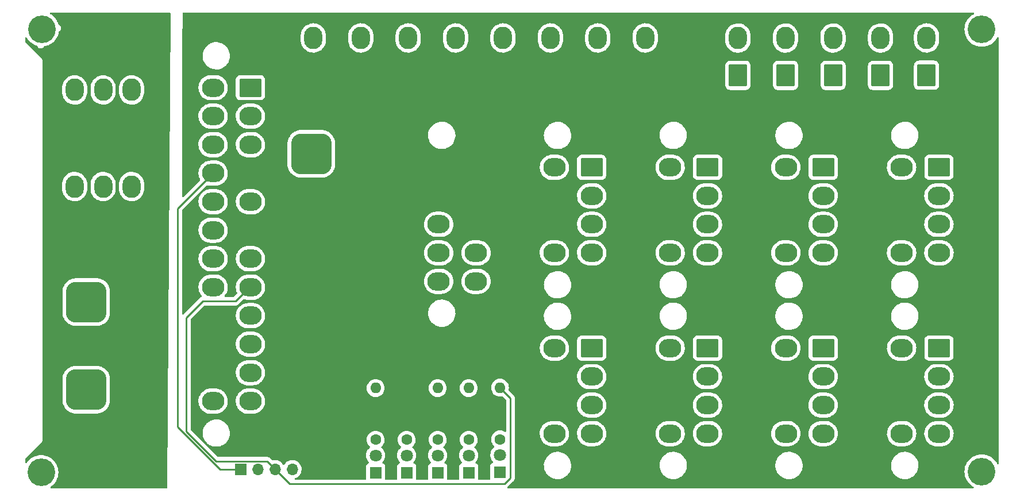
<source format=gbr>
%TF.GenerationSoftware,KiCad,Pcbnew,(6.0.9)*%
%TF.CreationDate,2023-01-09T20:02:48-09:00*%
%TF.ProjectId,ATX_PSU_Board,4154585f-5053-4555-9f42-6f6172642e6b,rev?*%
%TF.SameCoordinates,Original*%
%TF.FileFunction,Copper,L4,Bot*%
%TF.FilePolarity,Positive*%
%FSLAX46Y46*%
G04 Gerber Fmt 4.6, Leading zero omitted, Abs format (unit mm)*
G04 Created by KiCad (PCBNEW (6.0.9)) date 2023-01-09 20:02:48*
%MOMM*%
%LPD*%
G01*
G04 APERTURE LIST*
G04 Aperture macros list*
%AMRoundRect*
0 Rectangle with rounded corners*
0 $1 Rounding radius*
0 $2 $3 $4 $5 $6 $7 $8 $9 X,Y pos of 4 corners*
0 Add a 4 corners polygon primitive as box body*
4,1,4,$2,$3,$4,$5,$6,$7,$8,$9,$2,$3,0*
0 Add four circle primitives for the rounded corners*
1,1,$1+$1,$2,$3*
1,1,$1+$1,$4,$5*
1,1,$1+$1,$6,$7*
1,1,$1+$1,$8,$9*
0 Add four rect primitives between the rounded corners*
20,1,$1+$1,$2,$3,$4,$5,0*
20,1,$1+$1,$4,$5,$6,$7,0*
20,1,$1+$1,$6,$7,$8,$9,0*
20,1,$1+$1,$8,$9,$2,$3,0*%
G04 Aperture macros list end*
%TA.AperFunction,ComponentPad*%
%ADD10RoundRect,0.250001X1.099999X1.399999X-1.099999X1.399999X-1.099999X-1.399999X1.099999X-1.399999X0*%
%TD*%
%TA.AperFunction,ComponentPad*%
%ADD11O,2.700000X3.300000*%
%TD*%
%TA.AperFunction,ComponentPad*%
%ADD12RoundRect,0.250001X-1.399999X1.099999X-1.399999X-1.099999X1.399999X-1.099999X1.399999X1.099999X0*%
%TD*%
%TA.AperFunction,ComponentPad*%
%ADD13O,3.300000X2.700000*%
%TD*%
%TA.AperFunction,ComponentPad*%
%ADD14C,4.064000*%
%TD*%
%TA.AperFunction,ComponentPad*%
%ADD15RoundRect,1.500000X-1.500000X-1.500000X1.500000X-1.500000X1.500000X1.500000X-1.500000X1.500000X0*%
%TD*%
%TA.AperFunction,ComponentPad*%
%ADD16C,6.000000*%
%TD*%
%TA.AperFunction,ComponentPad*%
%ADD17C,1.600000*%
%TD*%
%TA.AperFunction,ComponentPad*%
%ADD18O,1.600000X1.600000*%
%TD*%
%TA.AperFunction,ComponentPad*%
%ADD19R,1.800000X1.800000*%
%TD*%
%TA.AperFunction,ComponentPad*%
%ADD20C,1.800000*%
%TD*%
%TA.AperFunction,ComponentPad*%
%ADD21R,1.700000X1.700000*%
%TD*%
%TA.AperFunction,ComponentPad*%
%ADD22O,1.700000X1.700000*%
%TD*%
%TA.AperFunction,Conductor*%
%ADD23C,0.250000*%
%TD*%
G04 APERTURE END LIST*
D10*
%TO.P,J12,1*%
%TO.N,/+5V_SUPPLY*%
X78519800Y-63093600D03*
D11*
%TO.P,J12,2*%
%TO.N,GND*%
X78519800Y-57593600D03*
%TD*%
D12*
%TO.P,J2,1*%
%TO.N,/+3.3V_SUPPLY*%
X69248800Y-64922400D03*
D13*
%TO.P,J2,2*%
X69248800Y-69122400D03*
%TO.P,J2,3*%
%TO.N,GND*%
X69248800Y-73322400D03*
%TO.P,J2,4*%
%TO.N,/+5V_SUPPLY*%
X69248800Y-77522400D03*
%TO.P,J2,5*%
%TO.N,GND*%
X69248800Y-81722400D03*
%TO.P,J2,6*%
%TO.N,/+5V_SUPPLY*%
X69248800Y-85922400D03*
%TO.P,J2,7*%
%TO.N,GND*%
X69248800Y-90122400D03*
%TO.P,J2,8*%
%TO.N,/PWR_OK*%
X69248800Y-94322400D03*
%TO.P,J2,9*%
%TO.N,/+5VSB_SUPPLY*%
X69248800Y-98522400D03*
%TO.P,J2,10*%
%TO.N,/+12V_SUPPLY*%
X69248800Y-102722400D03*
%TO.P,J2,11*%
X69248800Y-106922400D03*
%TO.P,J2,12*%
%TO.N,/+3.3V_SUPPLY*%
X69248800Y-111122400D03*
%TO.P,J2,13*%
X63748800Y-64922400D03*
%TO.P,J2,14*%
%TO.N,Net-(J2-Pad14)*%
X63748800Y-69122400D03*
%TO.P,J2,15*%
%TO.N,GND*%
X63748800Y-73322400D03*
%TO.P,J2,16*%
%TO.N,/PS_ON*%
X63748800Y-77522400D03*
%TO.P,J2,17*%
%TO.N,GND*%
X63748800Y-81722400D03*
%TO.P,J2,18*%
X63748800Y-85922400D03*
%TO.P,J2,19*%
X63748800Y-90122400D03*
%TO.P,J2,20*%
%TO.N,Net-(J2-Pad20)*%
X63748800Y-94322400D03*
%TO.P,J2,21*%
%TO.N,/+5V_SUPPLY*%
X63748800Y-98522400D03*
%TO.P,J2,22*%
X63748800Y-102722400D03*
%TO.P,J2,23*%
X63748800Y-106922400D03*
%TO.P,J2,24*%
%TO.N,GND*%
X63748800Y-111122400D03*
%TD*%
D12*
%TO.P,J6,1*%
%TO.N,GND*%
X153643700Y-76664600D03*
D13*
%TO.P,J6,2*%
X153643700Y-80864600D03*
%TO.P,J6,3*%
%TO.N,/+12V_SUPPLY*%
X153643700Y-85064600D03*
%TO.P,J6,4*%
X153643700Y-89264600D03*
%TO.P,J6,5*%
%TO.N,/+3.3V_SUPPLY*%
X148143700Y-76664600D03*
%TO.P,J6,6*%
%TO.N,/+5V_SUPPLY*%
X148143700Y-80864600D03*
%TO.P,J6,7*%
X148143700Y-85064600D03*
%TO.P,J6,8*%
%TO.N,/+12V_SUPPLY*%
X148143700Y-89264600D03*
%TD*%
D14*
%TO.P,H2,1*%
%TO.N,N/C*%
X177000000Y-121500000D03*
%TD*%
%TO.P,H1,1*%
%TO.N,N/C*%
X38506400Y-56286400D03*
%TD*%
%TO.P,H3,1*%
%TO.N,N/C*%
X38404800Y-121615200D03*
%TD*%
D12*
%TO.P,J7,1*%
%TO.N,GND*%
X170696400Y-76664600D03*
D13*
%TO.P,J7,2*%
X170696400Y-80864600D03*
%TO.P,J7,3*%
%TO.N,/+12V_SUPPLY*%
X170696400Y-85064600D03*
%TO.P,J7,4*%
X170696400Y-89264600D03*
%TO.P,J7,5*%
%TO.N,/+3.3V_SUPPLY*%
X165196400Y-76664600D03*
%TO.P,J7,6*%
%TO.N,/+5V_SUPPLY*%
X165196400Y-80864600D03*
%TO.P,J7,7*%
X165196400Y-85064600D03*
%TO.P,J7,8*%
%TO.N,/+12V_SUPPLY*%
X165196400Y-89264600D03*
%TD*%
D12*
%TO.P,J10,1*%
%TO.N,GND*%
X153643700Y-103301800D03*
D13*
%TO.P,J10,2*%
X153643700Y-107501800D03*
%TO.P,J10,3*%
%TO.N,/+12V_SUPPLY*%
X153643700Y-111701800D03*
%TO.P,J10,4*%
X153643700Y-115901800D03*
%TO.P,J10,5*%
%TO.N,/+3.3V_SUPPLY*%
X148143700Y-103301800D03*
%TO.P,J10,6*%
%TO.N,/+5V_SUPPLY*%
X148143700Y-107501800D03*
%TO.P,J10,7*%
X148143700Y-111701800D03*
%TO.P,J10,8*%
%TO.N,/+12V_SUPPLY*%
X148143700Y-115901800D03*
%TD*%
D12*
%TO.P,J8,1*%
%TO.N,GND*%
X119538300Y-103301800D03*
D13*
%TO.P,J8,2*%
X119538300Y-107501800D03*
%TO.P,J8,3*%
%TO.N,/+12V_SUPPLY*%
X119538300Y-111701800D03*
%TO.P,J8,4*%
X119538300Y-115901800D03*
%TO.P,J8,5*%
%TO.N,/+3.3V_SUPPLY*%
X114038300Y-103301800D03*
%TO.P,J8,6*%
%TO.N,/+5V_SUPPLY*%
X114038300Y-107501800D03*
%TO.P,J8,7*%
X114038300Y-111701800D03*
%TO.P,J8,8*%
%TO.N,/+12V_SUPPLY*%
X114038300Y-115901800D03*
%TD*%
D12*
%TO.P,J5,1*%
%TO.N,GND*%
X136591000Y-76664600D03*
D13*
%TO.P,J5,2*%
X136591000Y-80864600D03*
%TO.P,J5,3*%
%TO.N,/+12V_SUPPLY*%
X136591000Y-85064600D03*
%TO.P,J5,4*%
X136591000Y-89264600D03*
%TO.P,J5,5*%
%TO.N,/+3.3V_SUPPLY*%
X131091000Y-76664600D03*
%TO.P,J5,6*%
%TO.N,/+5V_SUPPLY*%
X131091000Y-80864600D03*
%TO.P,J5,7*%
X131091000Y-85064600D03*
%TO.P,J5,8*%
%TO.N,/+12V_SUPPLY*%
X131091000Y-89264600D03*
%TD*%
D12*
%TO.P,J9,1*%
%TO.N,GND*%
X136591000Y-103301800D03*
D13*
%TO.P,J9,2*%
X136591000Y-107501800D03*
%TO.P,J9,3*%
%TO.N,/+12V_SUPPLY*%
X136591000Y-111701800D03*
%TO.P,J9,4*%
X136591000Y-115901800D03*
%TO.P,J9,5*%
%TO.N,/+3.3V_SUPPLY*%
X131091000Y-103301800D03*
%TO.P,J9,6*%
%TO.N,/+5V_SUPPLY*%
X131091000Y-107501800D03*
%TO.P,J9,7*%
X131091000Y-111701800D03*
%TO.P,J9,8*%
%TO.N,/+12V_SUPPLY*%
X131091000Y-115901800D03*
%TD*%
D14*
%TO.P,H4,1*%
%TO.N,N/C*%
X177000000Y-56337200D03*
%TD*%
D15*
%TO.P,J28,1*%
%TO.N,GND*%
X78228400Y-74676800D03*
D16*
%TO.P,J28,2*%
%TO.N,/+5V_SUPPLY*%
X85428400Y-74676800D03*
%TD*%
D10*
%TO.P,J13,1*%
%TO.N,/+5V_SUPPLY*%
X85504800Y-63093600D03*
D11*
%TO.P,J13,2*%
%TO.N,GND*%
X85504800Y-57593600D03*
%TD*%
D10*
%TO.P,J14,1*%
%TO.N,/+5V_SUPPLY*%
X92489800Y-63093600D03*
D11*
%TO.P,J14,2*%
%TO.N,GND*%
X92489800Y-57593600D03*
%TD*%
D10*
%TO.P,J15,1*%
%TO.N,/+5V_SUPPLY*%
X99474800Y-63093600D03*
D11*
%TO.P,J15,2*%
%TO.N,GND*%
X99474800Y-57593600D03*
%TD*%
D10*
%TO.P,J16,1*%
%TO.N,/+5V_SUPPLY*%
X106459800Y-63093600D03*
D11*
%TO.P,J16,2*%
%TO.N,GND*%
X106459800Y-57593600D03*
%TD*%
D10*
%TO.P,J17,1*%
%TO.N,/+5V_SUPPLY*%
X113444800Y-63093600D03*
D11*
%TO.P,J17,2*%
%TO.N,GND*%
X113444800Y-57593600D03*
%TD*%
D10*
%TO.P,J18,1*%
%TO.N,/+5V_SUPPLY*%
X120429800Y-63093600D03*
D11*
%TO.P,J18,2*%
%TO.N,GND*%
X120429800Y-57593600D03*
%TD*%
D10*
%TO.P,J19,1*%
%TO.N,/+5V_SUPPLY*%
X127414800Y-63093600D03*
D11*
%TO.P,J19,2*%
%TO.N,GND*%
X127414800Y-57593600D03*
%TD*%
D10*
%TO.P,J21,1*%
%TO.N,/+12V_SUPPLY*%
X162093058Y-63107200D03*
D11*
%TO.P,J21,2*%
%TO.N,GND*%
X162093058Y-57607200D03*
%TD*%
D10*
%TO.P,J22,1*%
%TO.N,/+12V_SUPPLY*%
X155089916Y-63107200D03*
D11*
%TO.P,J22,2*%
%TO.N,GND*%
X155089916Y-57607200D03*
%TD*%
D10*
%TO.P,J23,1*%
%TO.N,/+12V_SUPPLY*%
X148086774Y-63107200D03*
D11*
%TO.P,J23,2*%
%TO.N,GND*%
X148086774Y-57607200D03*
%TD*%
D10*
%TO.P,J24,1*%
%TO.N,/+12V_SUPPLY*%
X141083632Y-63107200D03*
D11*
%TO.P,J24,2*%
%TO.N,GND*%
X141083632Y-57607200D03*
%TD*%
D12*
%TO.P,J4,1*%
%TO.N,GND*%
X119538300Y-76664600D03*
D13*
%TO.P,J4,2*%
X119538300Y-80864600D03*
%TO.P,J4,3*%
%TO.N,/+12V_SUPPLY*%
X119538300Y-85064600D03*
%TO.P,J4,4*%
X119538300Y-89264600D03*
%TO.P,J4,5*%
%TO.N,/+3.3V_SUPPLY*%
X114038300Y-76664600D03*
%TO.P,J4,6*%
%TO.N,/+5V_SUPPLY*%
X114038300Y-80864600D03*
%TO.P,J4,7*%
X114038300Y-85064600D03*
%TO.P,J4,8*%
%TO.N,/+12V_SUPPLY*%
X114038300Y-89264600D03*
%TD*%
D12*
%TO.P,J11,1*%
%TO.N,GND*%
X170696400Y-103301800D03*
D13*
%TO.P,J11,2*%
X170696400Y-107501800D03*
%TO.P,J11,3*%
%TO.N,/+12V_SUPPLY*%
X170696400Y-111701800D03*
%TO.P,J11,4*%
X170696400Y-115901800D03*
%TO.P,J11,5*%
%TO.N,/+3.3V_SUPPLY*%
X165196400Y-103301800D03*
%TO.P,J11,6*%
%TO.N,/+5V_SUPPLY*%
X165196400Y-107501800D03*
%TO.P,J11,7*%
X165196400Y-111701800D03*
%TO.P,J11,8*%
%TO.N,/+12V_SUPPLY*%
X165196400Y-115901800D03*
%TD*%
D10*
%TO.P,J20,1*%
%TO.N,/+12V_SUPPLY*%
X168867600Y-63093600D03*
D11*
%TO.P,J20,2*%
%TO.N,GND*%
X168867600Y-57593600D03*
%TD*%
D15*
%TO.P,J29,1*%
%TO.N,GND*%
X45055200Y-96526400D03*
D16*
%TO.P,J29,2*%
%TO.N,/+12V_SUPPLY*%
X52255200Y-96526400D03*
%TD*%
D15*
%TO.P,J30,1*%
%TO.N,GND*%
X45055200Y-109426800D03*
D16*
%TO.P,J30,2*%
%TO.N,/+12V_SUPPLY*%
X52255200Y-109426800D03*
%TD*%
D10*
%TO.P,J25,1*%
%TO.N,/+12V_SUPPLY*%
X51750000Y-85000000D03*
D11*
%TO.P,J25,2*%
X47550000Y-85000000D03*
%TO.P,J25,3*%
X43350000Y-85000000D03*
%TO.P,J25,4*%
%TO.N,GND*%
X51750000Y-79500000D03*
%TO.P,J25,5*%
X47550000Y-79500000D03*
%TO.P,J25,6*%
X43350000Y-79500000D03*
%TD*%
D10*
%TO.P,J26,1*%
%TO.N,/+12V_SUPPLY*%
X51750000Y-70750000D03*
D11*
%TO.P,J26,2*%
X47550000Y-70750000D03*
%TO.P,J26,3*%
X43350000Y-70750000D03*
%TO.P,J26,4*%
%TO.N,GND*%
X51750000Y-65250000D03*
%TO.P,J26,5*%
X47550000Y-65250000D03*
%TO.P,J26,6*%
X43350000Y-65250000D03*
%TD*%
D12*
%TO.P,J3,1*%
%TO.N,/+5V_SUPPLY*%
X102485600Y-76664600D03*
D13*
%TO.P,J3,2*%
X102485600Y-80864600D03*
%TO.P,J3,3*%
X102485600Y-85064600D03*
%TO.P,J3,4*%
%TO.N,GND*%
X102485600Y-89264600D03*
%TO.P,J3,5*%
X102485600Y-93464600D03*
%TO.P,J3,6*%
%TO.N,/+5V_SUPPLY*%
X96985600Y-76664600D03*
%TO.P,J3,7*%
X96985600Y-80864600D03*
%TO.P,J3,8*%
%TO.N,/+12V_SUPPLY*%
X96985600Y-85064600D03*
%TO.P,J3,9*%
%TO.N,GND*%
X96985600Y-89264600D03*
%TO.P,J3,10*%
X96985600Y-93464600D03*
%TD*%
D17*
%TO.P,R1,1*%
%TO.N,Net-(D1-Pad2)*%
X87694000Y-116810100D03*
D18*
%TO.P,R1,2*%
%TO.N,/+5VSB_SUPPLY*%
X87694000Y-109190100D03*
%TD*%
D17*
%TO.P,R4,1*%
%TO.N,Net-(D4-Pad2)*%
X101410000Y-116810100D03*
D18*
%TO.P,R4,2*%
%TO.N,/+12V_SUPPLY*%
X101410000Y-109190100D03*
%TD*%
D17*
%TO.P,R5,1*%
%TO.N,Net-(D5-Pad2)*%
X106020000Y-116747600D03*
D18*
%TO.P,R5,2*%
%TO.N,/PWR_OK*%
X106020000Y-109127600D03*
%TD*%
D17*
%TO.P,R3,1*%
%TO.N,Net-(D3-Pad2)*%
X96838000Y-116810100D03*
D18*
%TO.P,R3,2*%
%TO.N,/+3.3V_SUPPLY*%
X96838000Y-109190100D03*
%TD*%
D17*
%TO.P,R2,1*%
%TO.N,Net-(D2-Pad2)*%
X92266000Y-116810100D03*
D18*
%TO.P,R2,2*%
%TO.N,/+5V_SUPPLY*%
X92266000Y-109190100D03*
%TD*%
D19*
%TO.P,D5,1*%
%TO.N,GND*%
X106010000Y-121597600D03*
D20*
%TO.P,D5,2*%
%TO.N,Net-(D5-Pad2)*%
X106010000Y-119057600D03*
%TD*%
D19*
%TO.P,D2,1*%
%TO.N,GND*%
X92266000Y-121645600D03*
D20*
%TO.P,D2,2*%
%TO.N,Net-(D2-Pad2)*%
X92266000Y-119105600D03*
%TD*%
D19*
%TO.P,D1,1*%
%TO.N,GND*%
X87694000Y-121645600D03*
D20*
%TO.P,D1,2*%
%TO.N,Net-(D1-Pad2)*%
X87694000Y-119105600D03*
%TD*%
D19*
%TO.P,D3,1*%
%TO.N,GND*%
X96838000Y-121645600D03*
D20*
%TO.P,D3,2*%
%TO.N,Net-(D3-Pad2)*%
X96838000Y-119105600D03*
%TD*%
D19*
%TO.P,D4,1*%
%TO.N,GND*%
X101410000Y-121645600D03*
D20*
%TO.P,D4,2*%
%TO.N,Net-(D4-Pad2)*%
X101410000Y-119105600D03*
%TD*%
D21*
%TO.P,J1,1*%
%TO.N,/PS_ON*%
X67801000Y-121158000D03*
D22*
%TO.P,J1,2*%
%TO.N,/+5VSB_SUPPLY*%
X70341000Y-121158000D03*
%TO.P,J1,3*%
%TO.N,/PWR_OK*%
X72881000Y-121158000D03*
%TO.P,J1,4*%
%TO.N,GND*%
X75421000Y-121158000D03*
%TD*%
D23*
%TO.N,/PS_ON*%
X64753000Y-121158000D02*
X64499000Y-120904000D01*
X58530000Y-82741200D02*
X58530000Y-114935000D01*
X67801000Y-121158000D02*
X64753000Y-121158000D01*
X63748800Y-77522400D02*
X58530000Y-82741200D01*
X58530000Y-114935000D02*
X64499000Y-120904000D01*
%TO.N,/PWR_OK*%
X106675602Y-123317000D02*
X75040000Y-123317000D01*
X71705999Y-119982999D02*
X72881000Y-121158000D01*
X107552000Y-122440602D02*
X106675602Y-123317000D01*
X106020000Y-109127600D02*
X107552000Y-110659600D01*
X75040000Y-123317000D02*
X72881000Y-121158000D01*
X59800000Y-115568590D02*
X64214409Y-119982999D01*
X64214409Y-119982999D02*
X71705999Y-119982999D01*
X67039000Y-96393000D02*
X62213000Y-96393000D01*
X59800000Y-98806000D02*
X59800000Y-115568590D01*
X69248800Y-94322400D02*
X69109600Y-94322400D01*
X69109600Y-94322400D02*
X67039000Y-96393000D01*
X107552000Y-110659600D02*
X107552000Y-122440602D01*
X62213000Y-96393000D02*
X59800000Y-98806000D01*
%TD*%
%TA.AperFunction,Conductor*%
%TO.N,/+12V_SUPPLY*%
G36*
X57432053Y-53868502D02*
G01*
X57478546Y-53922158D01*
X57489929Y-53975360D01*
X57013130Y-123826360D01*
X56992663Y-123894343D01*
X56938692Y-123940468D01*
X56887133Y-123951500D01*
X39899103Y-123951500D01*
X39830982Y-123931498D01*
X39784489Y-123877842D01*
X39774385Y-123807568D01*
X39803879Y-123742988D01*
X39825042Y-123723564D01*
X40024173Y-123578887D01*
X40024175Y-123578886D01*
X40027377Y-123576559D01*
X40260406Y-123357730D01*
X40464171Y-123111421D01*
X40509101Y-123040624D01*
X40633335Y-122844862D01*
X40633335Y-122844861D01*
X40635459Y-122841515D01*
X40637143Y-122837936D01*
X40637147Y-122837929D01*
X40769878Y-122555860D01*
X40769880Y-122555856D01*
X40771567Y-122552270D01*
X40870351Y-122248246D01*
X40930251Y-121934239D01*
X40950323Y-121615200D01*
X40930251Y-121296161D01*
X40870351Y-120982154D01*
X40771567Y-120678130D01*
X40741100Y-120613384D01*
X40637147Y-120392471D01*
X40637143Y-120392464D01*
X40635459Y-120388885D01*
X40633335Y-120385538D01*
X40466298Y-120122330D01*
X40466295Y-120122326D01*
X40464171Y-120118979D01*
X40260406Y-119872670D01*
X40027377Y-119653841D01*
X39768759Y-119465944D01*
X39710404Y-119433863D01*
X39492093Y-119313845D01*
X39492090Y-119313843D01*
X39488631Y-119311942D01*
X39281164Y-119229800D01*
X39195093Y-119195722D01*
X39195090Y-119195721D01*
X39191410Y-119194264D01*
X39187576Y-119193280D01*
X39187568Y-119193277D01*
X38953952Y-119133295D01*
X38881783Y-119114765D01*
X38877855Y-119114269D01*
X38877851Y-119114268D01*
X38748686Y-119097951D01*
X38564635Y-119074700D01*
X38244965Y-119074700D01*
X38060914Y-119097951D01*
X37931749Y-119114268D01*
X37931745Y-119114269D01*
X37927817Y-119114765D01*
X37855648Y-119133295D01*
X37622032Y-119193277D01*
X37622024Y-119193280D01*
X37618190Y-119194264D01*
X37614510Y-119195721D01*
X37614507Y-119195722D01*
X37528436Y-119229800D01*
X37320969Y-119311942D01*
X37317510Y-119313843D01*
X37317507Y-119313845D01*
X37099196Y-119433863D01*
X37040841Y-119465944D01*
X36782223Y-119653841D01*
X36549194Y-119872670D01*
X36345429Y-120118979D01*
X36343305Y-120122326D01*
X36343302Y-120122330D01*
X36300885Y-120189169D01*
X36247496Y-120235968D01*
X36177281Y-120246473D01*
X36112533Y-120217349D01*
X36073809Y-120157843D01*
X36068500Y-120121655D01*
X36068500Y-119642817D01*
X36088502Y-119574696D01*
X36105405Y-119553722D01*
X38409308Y-117249820D01*
X38418845Y-117242200D01*
X38418531Y-117241831D01*
X38425364Y-117236016D01*
X38432958Y-117231224D01*
X38468585Y-117190883D01*
X38473931Y-117185197D01*
X38485382Y-117173746D01*
X38491666Y-117165362D01*
X38498040Y-117157533D01*
X38523435Y-117128778D01*
X38529378Y-117122049D01*
X38533192Y-117113925D01*
X38534820Y-117111447D01*
X38543822Y-117096466D01*
X38545235Y-117093885D01*
X38550616Y-117086705D01*
X38567244Y-117042350D01*
X38571164Y-117033048D01*
X38587467Y-116998323D01*
X38591281Y-116990200D01*
X38592662Y-116981334D01*
X38593518Y-116978533D01*
X38597962Y-116961596D01*
X38598595Y-116958716D01*
X38601744Y-116950316D01*
X38605252Y-116903111D01*
X38606406Y-116893063D01*
X38607750Y-116884429D01*
X38608500Y-116879614D01*
X38608500Y-116864077D01*
X38608847Y-116854739D01*
X38611874Y-116814010D01*
X38611874Y-116814009D01*
X38612539Y-116805059D01*
X38610666Y-116796284D01*
X38610103Y-116788027D01*
X38608500Y-116772838D01*
X38608500Y-107814463D01*
X41546700Y-107814463D01*
X41546701Y-111039136D01*
X41549457Y-111102280D01*
X41550015Y-111105802D01*
X41592709Y-111375371D01*
X41592711Y-111375378D01*
X41593398Y-111379718D01*
X41675525Y-111648340D01*
X41677385Y-111652329D01*
X41677387Y-111652334D01*
X41792374Y-111898926D01*
X41792377Y-111898932D01*
X41794236Y-111902918D01*
X41947223Y-112138497D01*
X42131508Y-112350492D01*
X42343503Y-112534777D01*
X42347194Y-112537174D01*
X42347198Y-112537177D01*
X42520840Y-112649941D01*
X42579082Y-112687764D01*
X42583068Y-112689623D01*
X42583074Y-112689626D01*
X42829666Y-112804613D01*
X42829671Y-112804615D01*
X42833660Y-112806475D01*
X42837873Y-112807763D01*
X42837878Y-112807765D01*
X43000686Y-112857541D01*
X43102282Y-112888602D01*
X43106622Y-112889289D01*
X43106629Y-112889291D01*
X43364909Y-112930197D01*
X43379720Y-112932543D01*
X43383281Y-112932698D01*
X43383286Y-112932699D01*
X43441487Y-112935240D01*
X43441491Y-112935240D01*
X43442863Y-112935300D01*
X45054029Y-112935300D01*
X46667536Y-112935299D01*
X46668905Y-112935239D01*
X46668916Y-112935239D01*
X46727114Y-112932699D01*
X46727120Y-112932698D01*
X46730680Y-112932543D01*
X46804155Y-112920906D01*
X47003771Y-112889291D01*
X47003778Y-112889289D01*
X47008118Y-112888602D01*
X47109714Y-112857541D01*
X47272522Y-112807765D01*
X47272527Y-112807763D01*
X47276740Y-112806475D01*
X47280729Y-112804615D01*
X47280734Y-112804613D01*
X47527326Y-112689626D01*
X47527332Y-112689623D01*
X47531318Y-112687764D01*
X47589560Y-112649941D01*
X47763202Y-112537177D01*
X47763206Y-112537174D01*
X47766897Y-112534777D01*
X47978892Y-112350492D01*
X48163177Y-112138497D01*
X48316164Y-111902918D01*
X48318023Y-111898932D01*
X48318026Y-111898926D01*
X48433013Y-111652334D01*
X48433015Y-111652329D01*
X48434875Y-111648340D01*
X48517002Y-111379718D01*
X48517689Y-111375378D01*
X48517691Y-111375371D01*
X48560385Y-111105803D01*
X48560385Y-111105802D01*
X48560943Y-111102280D01*
X48563700Y-111039137D01*
X48563699Y-107814464D01*
X48560943Y-107751320D01*
X48549306Y-107677845D01*
X48517691Y-107478229D01*
X48517689Y-107478222D01*
X48517002Y-107473882D01*
X48434875Y-107205260D01*
X48433013Y-107201266D01*
X48318026Y-106954674D01*
X48318023Y-106954668D01*
X48316164Y-106950682D01*
X48163177Y-106715103D01*
X47978892Y-106503108D01*
X47766897Y-106318823D01*
X47763206Y-106316426D01*
X47763202Y-106316423D01*
X47535015Y-106168237D01*
X47531318Y-106165836D01*
X47527332Y-106163977D01*
X47527326Y-106163974D01*
X47280734Y-106048987D01*
X47280729Y-106048985D01*
X47276740Y-106047125D01*
X47272527Y-106045837D01*
X47272522Y-106045835D01*
X47109714Y-105996059D01*
X47008118Y-105964998D01*
X47003778Y-105964311D01*
X47003771Y-105964309D01*
X46734203Y-105921615D01*
X46730680Y-105921057D01*
X46727119Y-105920902D01*
X46727114Y-105920901D01*
X46668913Y-105918360D01*
X46668909Y-105918360D01*
X46667537Y-105918300D01*
X45056371Y-105918300D01*
X43442864Y-105918301D01*
X43441495Y-105918361D01*
X43441484Y-105918361D01*
X43383286Y-105920901D01*
X43383280Y-105920902D01*
X43379720Y-105921057D01*
X43306245Y-105932694D01*
X43106629Y-105964309D01*
X43106622Y-105964311D01*
X43102282Y-105964998D01*
X43000686Y-105996059D01*
X42837878Y-106045835D01*
X42837873Y-106045837D01*
X42833660Y-106047125D01*
X42829671Y-106048985D01*
X42829666Y-106048987D01*
X42583074Y-106163974D01*
X42583068Y-106163977D01*
X42579082Y-106165836D01*
X42575385Y-106168237D01*
X42347198Y-106316423D01*
X42347194Y-106316426D01*
X42343503Y-106318823D01*
X42131508Y-106503108D01*
X41947223Y-106715103D01*
X41794236Y-106950682D01*
X41792377Y-106954668D01*
X41792374Y-106954674D01*
X41677387Y-107201266D01*
X41675525Y-107205260D01*
X41593398Y-107473882D01*
X41592711Y-107478222D01*
X41592709Y-107478229D01*
X41551803Y-107736509D01*
X41549457Y-107751320D01*
X41546700Y-107814463D01*
X38608500Y-107814463D01*
X38608500Y-94914063D01*
X41546700Y-94914063D01*
X41546701Y-98138736D01*
X41549457Y-98201880D01*
X41550015Y-98205402D01*
X41592709Y-98474971D01*
X41592711Y-98474978D01*
X41593398Y-98479318D01*
X41675525Y-98747940D01*
X41677385Y-98751929D01*
X41677387Y-98751934D01*
X41792374Y-98998526D01*
X41792377Y-98998532D01*
X41794236Y-99002518D01*
X41947223Y-99238097D01*
X42131508Y-99450092D01*
X42343503Y-99634377D01*
X42347194Y-99636774D01*
X42347198Y-99636777D01*
X42520840Y-99749541D01*
X42579082Y-99787364D01*
X42583068Y-99789223D01*
X42583074Y-99789226D01*
X42829666Y-99904213D01*
X42829671Y-99904215D01*
X42833660Y-99906075D01*
X42837873Y-99907363D01*
X42837878Y-99907365D01*
X43000686Y-99957141D01*
X43102282Y-99988202D01*
X43106622Y-99988889D01*
X43106629Y-99988891D01*
X43364909Y-100029797D01*
X43379720Y-100032143D01*
X43383281Y-100032298D01*
X43383286Y-100032299D01*
X43441487Y-100034840D01*
X43441491Y-100034840D01*
X43442863Y-100034900D01*
X45054029Y-100034900D01*
X46667536Y-100034899D01*
X46668905Y-100034839D01*
X46668916Y-100034839D01*
X46727114Y-100032299D01*
X46727120Y-100032298D01*
X46730680Y-100032143D01*
X46804155Y-100020506D01*
X47003771Y-99988891D01*
X47003778Y-99988889D01*
X47008118Y-99988202D01*
X47109714Y-99957141D01*
X47272522Y-99907365D01*
X47272527Y-99907363D01*
X47276740Y-99906075D01*
X47280729Y-99904215D01*
X47280734Y-99904213D01*
X47527326Y-99789226D01*
X47527332Y-99789223D01*
X47531318Y-99787364D01*
X47589560Y-99749541D01*
X47763202Y-99636777D01*
X47763206Y-99636774D01*
X47766897Y-99634377D01*
X47978892Y-99450092D01*
X48163177Y-99238097D01*
X48316164Y-99002518D01*
X48318023Y-98998532D01*
X48318026Y-98998526D01*
X48433013Y-98751934D01*
X48433015Y-98751929D01*
X48434875Y-98747940D01*
X48517002Y-98479318D01*
X48517689Y-98474978D01*
X48517691Y-98474971D01*
X48560385Y-98205403D01*
X48560385Y-98205402D01*
X48560943Y-98201880D01*
X48563700Y-98138737D01*
X48563699Y-94914064D01*
X48560943Y-94850920D01*
X48549306Y-94777445D01*
X48517691Y-94577829D01*
X48517689Y-94577822D01*
X48517002Y-94573482D01*
X48434875Y-94304860D01*
X48433013Y-94300866D01*
X48318026Y-94054274D01*
X48318023Y-94054268D01*
X48316164Y-94050282D01*
X48163177Y-93814703D01*
X47978892Y-93602708D01*
X47766897Y-93418423D01*
X47763206Y-93416026D01*
X47763202Y-93416023D01*
X47535015Y-93267837D01*
X47531318Y-93265436D01*
X47527332Y-93263577D01*
X47527326Y-93263574D01*
X47280734Y-93148587D01*
X47280729Y-93148585D01*
X47276740Y-93146725D01*
X47272527Y-93145437D01*
X47272522Y-93145435D01*
X47109714Y-93095659D01*
X47008118Y-93064598D01*
X47003778Y-93063911D01*
X47003771Y-93063909D01*
X46734203Y-93021215D01*
X46730680Y-93020657D01*
X46727119Y-93020502D01*
X46727114Y-93020501D01*
X46668913Y-93017960D01*
X46668909Y-93017960D01*
X46667537Y-93017900D01*
X45056371Y-93017900D01*
X43442864Y-93017901D01*
X43441495Y-93017961D01*
X43441484Y-93017961D01*
X43383286Y-93020501D01*
X43383280Y-93020502D01*
X43379720Y-93020657D01*
X43306245Y-93032294D01*
X43106629Y-93063909D01*
X43106622Y-93063911D01*
X43102282Y-93064598D01*
X43000686Y-93095659D01*
X42837878Y-93145435D01*
X42837873Y-93145437D01*
X42833660Y-93146725D01*
X42829671Y-93148585D01*
X42829666Y-93148587D01*
X42583074Y-93263574D01*
X42583068Y-93263577D01*
X42579082Y-93265436D01*
X42575385Y-93267837D01*
X42347198Y-93416023D01*
X42347194Y-93416026D01*
X42343503Y-93418423D01*
X42131508Y-93602708D01*
X41947223Y-93814703D01*
X41794236Y-94050282D01*
X41792377Y-94054268D01*
X41792374Y-94054274D01*
X41677387Y-94300866D01*
X41675525Y-94304860D01*
X41593398Y-94573482D01*
X41592711Y-94577822D01*
X41592709Y-94577829D01*
X41551803Y-94836109D01*
X41549457Y-94850920D01*
X41546700Y-94914063D01*
X38608500Y-94914063D01*
X38608500Y-79868512D01*
X41491500Y-79868512D01*
X41506047Y-80069004D01*
X41507031Y-80073459D01*
X41507031Y-80073462D01*
X41545196Y-80246322D01*
X41564194Y-80332372D01*
X41565812Y-80336642D01*
X41631944Y-80511194D01*
X41659750Y-80584588D01*
X41790714Y-80820368D01*
X41793486Y-80824000D01*
X41907608Y-80973535D01*
X41954343Y-81034773D01*
X42147208Y-81223312D01*
X42365270Y-81382034D01*
X42465031Y-81434521D01*
X42599921Y-81505490D01*
X42599927Y-81505493D01*
X42603961Y-81507615D01*
X42608266Y-81509135D01*
X42608270Y-81509137D01*
X42853967Y-81595902D01*
X42858280Y-81597425D01*
X42986032Y-81622605D01*
X43118428Y-81648700D01*
X43118434Y-81648701D01*
X43122900Y-81649581D01*
X43127453Y-81649808D01*
X43127456Y-81649808D01*
X43387708Y-81662764D01*
X43387714Y-81662764D01*
X43392277Y-81662991D01*
X43660769Y-81637375D01*
X43665203Y-81636290D01*
X43665209Y-81636289D01*
X43918312Y-81574355D01*
X43922750Y-81573269D01*
X44172733Y-81472015D01*
X44405482Y-81335735D01*
X44616119Y-81167284D01*
X44800234Y-80970191D01*
X44953968Y-80748584D01*
X45074101Y-80507106D01*
X45158118Y-80250814D01*
X45158898Y-80246322D01*
X45203601Y-79988860D01*
X45203602Y-79988852D01*
X45204257Y-79985079D01*
X45208500Y-79899851D01*
X45208500Y-79868512D01*
X45691500Y-79868512D01*
X45706047Y-80069004D01*
X45707031Y-80073459D01*
X45707031Y-80073462D01*
X45745196Y-80246322D01*
X45764194Y-80332372D01*
X45765812Y-80336642D01*
X45831944Y-80511194D01*
X45859750Y-80584588D01*
X45990714Y-80820368D01*
X45993486Y-80824000D01*
X46107608Y-80973535D01*
X46154343Y-81034773D01*
X46347208Y-81223312D01*
X46565270Y-81382034D01*
X46665031Y-81434521D01*
X46799921Y-81505490D01*
X46799927Y-81505493D01*
X46803961Y-81507615D01*
X46808266Y-81509135D01*
X46808270Y-81509137D01*
X47053967Y-81595902D01*
X47058280Y-81597425D01*
X47186032Y-81622605D01*
X47318428Y-81648700D01*
X47318434Y-81648701D01*
X47322900Y-81649581D01*
X47327453Y-81649808D01*
X47327456Y-81649808D01*
X47587708Y-81662764D01*
X47587714Y-81662764D01*
X47592277Y-81662991D01*
X47860769Y-81637375D01*
X47865203Y-81636290D01*
X47865209Y-81636289D01*
X48118312Y-81574355D01*
X48122750Y-81573269D01*
X48372733Y-81472015D01*
X48605482Y-81335735D01*
X48816119Y-81167284D01*
X49000234Y-80970191D01*
X49153968Y-80748584D01*
X49274101Y-80507106D01*
X49358118Y-80250814D01*
X49358898Y-80246322D01*
X49403601Y-79988860D01*
X49403602Y-79988852D01*
X49404257Y-79985079D01*
X49408500Y-79899851D01*
X49408500Y-79868512D01*
X49891500Y-79868512D01*
X49906047Y-80069004D01*
X49907031Y-80073459D01*
X49907031Y-80073462D01*
X49945196Y-80246322D01*
X49964194Y-80332372D01*
X49965812Y-80336642D01*
X50031944Y-80511194D01*
X50059750Y-80584588D01*
X50190714Y-80820368D01*
X50193486Y-80824000D01*
X50307608Y-80973535D01*
X50354343Y-81034773D01*
X50547208Y-81223312D01*
X50765270Y-81382034D01*
X50865031Y-81434521D01*
X50999921Y-81505490D01*
X50999927Y-81505493D01*
X51003961Y-81507615D01*
X51008266Y-81509135D01*
X51008270Y-81509137D01*
X51253967Y-81595902D01*
X51258280Y-81597425D01*
X51386032Y-81622605D01*
X51518428Y-81648700D01*
X51518434Y-81648701D01*
X51522900Y-81649581D01*
X51527453Y-81649808D01*
X51527456Y-81649808D01*
X51787708Y-81662764D01*
X51787714Y-81662764D01*
X51792277Y-81662991D01*
X52060769Y-81637375D01*
X52065203Y-81636290D01*
X52065209Y-81636289D01*
X52318312Y-81574355D01*
X52322750Y-81573269D01*
X52572733Y-81472015D01*
X52805482Y-81335735D01*
X53016119Y-81167284D01*
X53200234Y-80970191D01*
X53353968Y-80748584D01*
X53474101Y-80507106D01*
X53558118Y-80250814D01*
X53558898Y-80246322D01*
X53603601Y-79988860D01*
X53603602Y-79988852D01*
X53604257Y-79985079D01*
X53608500Y-79899851D01*
X53608500Y-79131488D01*
X53593953Y-78930996D01*
X53592969Y-78926538D01*
X53536791Y-78672088D01*
X53536790Y-78672084D01*
X53535806Y-78667628D01*
X53488028Y-78541520D01*
X53441868Y-78419682D01*
X53441867Y-78419679D01*
X53440250Y-78415412D01*
X53309286Y-78179632D01*
X53227471Y-78072429D01*
X53148429Y-77968859D01*
X53148428Y-77968858D01*
X53145657Y-77965227D01*
X52952792Y-77776688D01*
X52734730Y-77617966D01*
X52634969Y-77565479D01*
X52500079Y-77494510D01*
X52500073Y-77494507D01*
X52496039Y-77492385D01*
X52491734Y-77490865D01*
X52491730Y-77490863D01*
X52246033Y-77404098D01*
X52246032Y-77404098D01*
X52241720Y-77402575D01*
X52113968Y-77377395D01*
X51981572Y-77351300D01*
X51981566Y-77351299D01*
X51977100Y-77350419D01*
X51972547Y-77350192D01*
X51972544Y-77350192D01*
X51712292Y-77337236D01*
X51712286Y-77337236D01*
X51707723Y-77337009D01*
X51439231Y-77362625D01*
X51434797Y-77363710D01*
X51434791Y-77363711D01*
X51181688Y-77425645D01*
X51177250Y-77426731D01*
X50927267Y-77527985D01*
X50694518Y-77664265D01*
X50483881Y-77832716D01*
X50299766Y-78029809D01*
X50146032Y-78251416D01*
X50025899Y-78492894D01*
X49941882Y-78749186D01*
X49941102Y-78753677D01*
X49941102Y-78753678D01*
X49909525Y-78935547D01*
X49895743Y-79014921D01*
X49891500Y-79100149D01*
X49891500Y-79868512D01*
X49408500Y-79868512D01*
X49408500Y-79131488D01*
X49393953Y-78930996D01*
X49392969Y-78926538D01*
X49336791Y-78672088D01*
X49336790Y-78672084D01*
X49335806Y-78667628D01*
X49288028Y-78541520D01*
X49241868Y-78419682D01*
X49241867Y-78419679D01*
X49240250Y-78415412D01*
X49109286Y-78179632D01*
X49027471Y-78072429D01*
X48948429Y-77968859D01*
X48948428Y-77968858D01*
X48945657Y-77965227D01*
X48752792Y-77776688D01*
X48534730Y-77617966D01*
X48434969Y-77565479D01*
X48300079Y-77494510D01*
X48300073Y-77494507D01*
X48296039Y-77492385D01*
X48291734Y-77490865D01*
X48291730Y-77490863D01*
X48046033Y-77404098D01*
X48046032Y-77404098D01*
X48041720Y-77402575D01*
X47913968Y-77377395D01*
X47781572Y-77351300D01*
X47781566Y-77351299D01*
X47777100Y-77350419D01*
X47772547Y-77350192D01*
X47772544Y-77350192D01*
X47512292Y-77337236D01*
X47512286Y-77337236D01*
X47507723Y-77337009D01*
X47239231Y-77362625D01*
X47234797Y-77363710D01*
X47234791Y-77363711D01*
X46981688Y-77425645D01*
X46977250Y-77426731D01*
X46727267Y-77527985D01*
X46494518Y-77664265D01*
X46283881Y-77832716D01*
X46099766Y-78029809D01*
X45946032Y-78251416D01*
X45825899Y-78492894D01*
X45741882Y-78749186D01*
X45741102Y-78753677D01*
X45741102Y-78753678D01*
X45709525Y-78935547D01*
X45695743Y-79014921D01*
X45691500Y-79100149D01*
X45691500Y-79868512D01*
X45208500Y-79868512D01*
X45208500Y-79131488D01*
X45193953Y-78930996D01*
X45192969Y-78926538D01*
X45136791Y-78672088D01*
X45136790Y-78672084D01*
X45135806Y-78667628D01*
X45088028Y-78541520D01*
X45041868Y-78419682D01*
X45041867Y-78419679D01*
X45040250Y-78415412D01*
X44909286Y-78179632D01*
X44827471Y-78072429D01*
X44748429Y-77968859D01*
X44748428Y-77968858D01*
X44745657Y-77965227D01*
X44552792Y-77776688D01*
X44334730Y-77617966D01*
X44234969Y-77565479D01*
X44100079Y-77494510D01*
X44100073Y-77494507D01*
X44096039Y-77492385D01*
X44091734Y-77490865D01*
X44091730Y-77490863D01*
X43846033Y-77404098D01*
X43846032Y-77404098D01*
X43841720Y-77402575D01*
X43713968Y-77377395D01*
X43581572Y-77351300D01*
X43581566Y-77351299D01*
X43577100Y-77350419D01*
X43572547Y-77350192D01*
X43572544Y-77350192D01*
X43312292Y-77337236D01*
X43312286Y-77337236D01*
X43307723Y-77337009D01*
X43039231Y-77362625D01*
X43034797Y-77363710D01*
X43034791Y-77363711D01*
X42781688Y-77425645D01*
X42777250Y-77426731D01*
X42527267Y-77527985D01*
X42294518Y-77664265D01*
X42083881Y-77832716D01*
X41899766Y-78029809D01*
X41746032Y-78251416D01*
X41625899Y-78492894D01*
X41541882Y-78749186D01*
X41541102Y-78753677D01*
X41541102Y-78753678D01*
X41509525Y-78935547D01*
X41495743Y-79014921D01*
X41491500Y-79100149D01*
X41491500Y-79868512D01*
X38608500Y-79868512D01*
X38608500Y-65618512D01*
X41491500Y-65618512D01*
X41506047Y-65819004D01*
X41507031Y-65823459D01*
X41507031Y-65823462D01*
X41545196Y-65996322D01*
X41564194Y-66082372D01*
X41565812Y-66086642D01*
X41631944Y-66261194D01*
X41659750Y-66334588D01*
X41790714Y-66570368D01*
X41793486Y-66574000D01*
X41907608Y-66723535D01*
X41954343Y-66784773D01*
X42147208Y-66973312D01*
X42365270Y-67132034D01*
X42465031Y-67184521D01*
X42599921Y-67255490D01*
X42599927Y-67255493D01*
X42603961Y-67257615D01*
X42608266Y-67259135D01*
X42608270Y-67259137D01*
X42853967Y-67345902D01*
X42858280Y-67347425D01*
X42986032Y-67372605D01*
X43118428Y-67398700D01*
X43118434Y-67398701D01*
X43122900Y-67399581D01*
X43127453Y-67399808D01*
X43127456Y-67399808D01*
X43387708Y-67412764D01*
X43387714Y-67412764D01*
X43392277Y-67412991D01*
X43660769Y-67387375D01*
X43665203Y-67386290D01*
X43665209Y-67386289D01*
X43918312Y-67324355D01*
X43922750Y-67323269D01*
X44172733Y-67222015D01*
X44405482Y-67085735D01*
X44616119Y-66917284D01*
X44800234Y-66720191D01*
X44953968Y-66498584D01*
X45074101Y-66257106D01*
X45158118Y-66000814D01*
X45158898Y-65996322D01*
X45203601Y-65738860D01*
X45203602Y-65738852D01*
X45204257Y-65735079D01*
X45208500Y-65649851D01*
X45208500Y-65618512D01*
X45691500Y-65618512D01*
X45706047Y-65819004D01*
X45707031Y-65823459D01*
X45707031Y-65823462D01*
X45745196Y-65996322D01*
X45764194Y-66082372D01*
X45765812Y-66086642D01*
X45831944Y-66261194D01*
X45859750Y-66334588D01*
X45990714Y-66570368D01*
X45993486Y-66574000D01*
X46107608Y-66723535D01*
X46154343Y-66784773D01*
X46347208Y-66973312D01*
X46565270Y-67132034D01*
X46665031Y-67184521D01*
X46799921Y-67255490D01*
X46799927Y-67255493D01*
X46803961Y-67257615D01*
X46808266Y-67259135D01*
X46808270Y-67259137D01*
X47053967Y-67345902D01*
X47058280Y-67347425D01*
X47186032Y-67372605D01*
X47318428Y-67398700D01*
X47318434Y-67398701D01*
X47322900Y-67399581D01*
X47327453Y-67399808D01*
X47327456Y-67399808D01*
X47587708Y-67412764D01*
X47587714Y-67412764D01*
X47592277Y-67412991D01*
X47860769Y-67387375D01*
X47865203Y-67386290D01*
X47865209Y-67386289D01*
X48118312Y-67324355D01*
X48122750Y-67323269D01*
X48372733Y-67222015D01*
X48605482Y-67085735D01*
X48816119Y-66917284D01*
X49000234Y-66720191D01*
X49153968Y-66498584D01*
X49274101Y-66257106D01*
X49358118Y-66000814D01*
X49358898Y-65996322D01*
X49403601Y-65738860D01*
X49403602Y-65738852D01*
X49404257Y-65735079D01*
X49408500Y-65649851D01*
X49408500Y-65618512D01*
X49891500Y-65618512D01*
X49906047Y-65819004D01*
X49907031Y-65823459D01*
X49907031Y-65823462D01*
X49945196Y-65996322D01*
X49964194Y-66082372D01*
X49965812Y-66086642D01*
X50031944Y-66261194D01*
X50059750Y-66334588D01*
X50190714Y-66570368D01*
X50193486Y-66574000D01*
X50307608Y-66723535D01*
X50354343Y-66784773D01*
X50547208Y-66973312D01*
X50765270Y-67132034D01*
X50865031Y-67184521D01*
X50999921Y-67255490D01*
X50999927Y-67255493D01*
X51003961Y-67257615D01*
X51008266Y-67259135D01*
X51008270Y-67259137D01*
X51253967Y-67345902D01*
X51258280Y-67347425D01*
X51386032Y-67372605D01*
X51518428Y-67398700D01*
X51518434Y-67398701D01*
X51522900Y-67399581D01*
X51527453Y-67399808D01*
X51527456Y-67399808D01*
X51787708Y-67412764D01*
X51787714Y-67412764D01*
X51792277Y-67412991D01*
X52060769Y-67387375D01*
X52065203Y-67386290D01*
X52065209Y-67386289D01*
X52318312Y-67324355D01*
X52322750Y-67323269D01*
X52572733Y-67222015D01*
X52805482Y-67085735D01*
X53016119Y-66917284D01*
X53200234Y-66720191D01*
X53353968Y-66498584D01*
X53474101Y-66257106D01*
X53558118Y-66000814D01*
X53558898Y-65996322D01*
X53603601Y-65738860D01*
X53603602Y-65738852D01*
X53604257Y-65735079D01*
X53608500Y-65649851D01*
X53608500Y-64881488D01*
X53593953Y-64680996D01*
X53592969Y-64676538D01*
X53536791Y-64422088D01*
X53536790Y-64422084D01*
X53535806Y-64417628D01*
X53488028Y-64291520D01*
X53441868Y-64169682D01*
X53441867Y-64169679D01*
X53440250Y-64165412D01*
X53309286Y-63929632D01*
X53227472Y-63822430D01*
X53148429Y-63718859D01*
X53148428Y-63718858D01*
X53145657Y-63715227D01*
X52952792Y-63526688D01*
X52734730Y-63367966D01*
X52634969Y-63315479D01*
X52500079Y-63244510D01*
X52500073Y-63244507D01*
X52496039Y-63242385D01*
X52491734Y-63240865D01*
X52491730Y-63240863D01*
X52246033Y-63154098D01*
X52246032Y-63154098D01*
X52241720Y-63152575D01*
X52113968Y-63127395D01*
X51981572Y-63101300D01*
X51981566Y-63101299D01*
X51977100Y-63100419D01*
X51972547Y-63100192D01*
X51972544Y-63100192D01*
X51712292Y-63087236D01*
X51712286Y-63087236D01*
X51707723Y-63087009D01*
X51439231Y-63112625D01*
X51434797Y-63113710D01*
X51434791Y-63113711D01*
X51181688Y-63175645D01*
X51177250Y-63176731D01*
X50927267Y-63277985D01*
X50694518Y-63414265D01*
X50483881Y-63582716D01*
X50299766Y-63779809D01*
X50146032Y-64001416D01*
X50025899Y-64242894D01*
X49941882Y-64499186D01*
X49941102Y-64503677D01*
X49941102Y-64503678D01*
X49909525Y-64685547D01*
X49895743Y-64764921D01*
X49891500Y-64850149D01*
X49891500Y-65618512D01*
X49408500Y-65618512D01*
X49408500Y-64881488D01*
X49393953Y-64680996D01*
X49392969Y-64676538D01*
X49336791Y-64422088D01*
X49336790Y-64422084D01*
X49335806Y-64417628D01*
X49288028Y-64291520D01*
X49241868Y-64169682D01*
X49241867Y-64169679D01*
X49240250Y-64165412D01*
X49109286Y-63929632D01*
X49027472Y-63822430D01*
X48948429Y-63718859D01*
X48948428Y-63718858D01*
X48945657Y-63715227D01*
X48752792Y-63526688D01*
X48534730Y-63367966D01*
X48434969Y-63315479D01*
X48300079Y-63244510D01*
X48300073Y-63244507D01*
X48296039Y-63242385D01*
X48291734Y-63240865D01*
X48291730Y-63240863D01*
X48046033Y-63154098D01*
X48046032Y-63154098D01*
X48041720Y-63152575D01*
X47913968Y-63127395D01*
X47781572Y-63101300D01*
X47781566Y-63101299D01*
X47777100Y-63100419D01*
X47772547Y-63100192D01*
X47772544Y-63100192D01*
X47512292Y-63087236D01*
X47512286Y-63087236D01*
X47507723Y-63087009D01*
X47239231Y-63112625D01*
X47234797Y-63113710D01*
X47234791Y-63113711D01*
X46981688Y-63175645D01*
X46977250Y-63176731D01*
X46727267Y-63277985D01*
X46494518Y-63414265D01*
X46283881Y-63582716D01*
X46099766Y-63779809D01*
X45946032Y-64001416D01*
X45825899Y-64242894D01*
X45741882Y-64499186D01*
X45741102Y-64503677D01*
X45741102Y-64503678D01*
X45709525Y-64685547D01*
X45695743Y-64764921D01*
X45691500Y-64850149D01*
X45691500Y-65618512D01*
X45208500Y-65618512D01*
X45208500Y-64881488D01*
X45193953Y-64680996D01*
X45192969Y-64676538D01*
X45136791Y-64422088D01*
X45136790Y-64422084D01*
X45135806Y-64417628D01*
X45088028Y-64291520D01*
X45041868Y-64169682D01*
X45041867Y-64169679D01*
X45040250Y-64165412D01*
X44909286Y-63929632D01*
X44827472Y-63822430D01*
X44748429Y-63718859D01*
X44748428Y-63718858D01*
X44745657Y-63715227D01*
X44552792Y-63526688D01*
X44334730Y-63367966D01*
X44234969Y-63315479D01*
X44100079Y-63244510D01*
X44100073Y-63244507D01*
X44096039Y-63242385D01*
X44091734Y-63240865D01*
X44091730Y-63240863D01*
X43846033Y-63154098D01*
X43846032Y-63154098D01*
X43841720Y-63152575D01*
X43713968Y-63127395D01*
X43581572Y-63101300D01*
X43581566Y-63101299D01*
X43577100Y-63100419D01*
X43572547Y-63100192D01*
X43572544Y-63100192D01*
X43312292Y-63087236D01*
X43312286Y-63087236D01*
X43307723Y-63087009D01*
X43039231Y-63112625D01*
X43034797Y-63113710D01*
X43034791Y-63113711D01*
X42781688Y-63175645D01*
X42777250Y-63176731D01*
X42527267Y-63277985D01*
X42294518Y-63414265D01*
X42083881Y-63582716D01*
X41899766Y-63779809D01*
X41746032Y-64001416D01*
X41625899Y-64242894D01*
X41541882Y-64499186D01*
X41541102Y-64503677D01*
X41541102Y-64503678D01*
X41509525Y-64685547D01*
X41495743Y-64764921D01*
X41491500Y-64850149D01*
X41491500Y-65618512D01*
X38608500Y-65618512D01*
X38608500Y-61031073D01*
X38609855Y-61018944D01*
X38609373Y-61018905D01*
X38610093Y-61009954D01*
X38612074Y-61001200D01*
X38608742Y-60947491D01*
X38608500Y-60939689D01*
X38608500Y-60923487D01*
X38607016Y-60913122D01*
X38605987Y-60903072D01*
X38603611Y-60864781D01*
X38603611Y-60864780D01*
X38603055Y-60855822D01*
X38600007Y-60847381D01*
X38599404Y-60844467D01*
X38595185Y-60827548D01*
X38594353Y-60824702D01*
X38593080Y-60815813D01*
X38573474Y-60772691D01*
X38569666Y-60763335D01*
X38556643Y-60727263D01*
X38553595Y-60718819D01*
X38548300Y-60711571D01*
X38546914Y-60708964D01*
X38538099Y-60693877D01*
X38536506Y-60691386D01*
X38532792Y-60683218D01*
X38501882Y-60647345D01*
X38495604Y-60639438D01*
X38490447Y-60632378D01*
X38490446Y-60632376D01*
X38487575Y-60628447D01*
X38476600Y-60617472D01*
X38470242Y-60610624D01*
X38443576Y-60579676D01*
X38443571Y-60579672D01*
X38437713Y-60572873D01*
X38430181Y-60567991D01*
X38423930Y-60562538D01*
X38412074Y-60552946D01*
X36105405Y-58246278D01*
X36071380Y-58183966D01*
X36068500Y-58157183D01*
X36068500Y-57619850D01*
X36088502Y-57551729D01*
X36142158Y-57505236D01*
X36212432Y-57495132D01*
X36277012Y-57524626D01*
X36300885Y-57552336D01*
X36447029Y-57782621D01*
X36650794Y-58028930D01*
X36883823Y-58247759D01*
X37142441Y-58435656D01*
X37145910Y-58437563D01*
X37145913Y-58437565D01*
X37376238Y-58564187D01*
X37422569Y-58589658D01*
X37584483Y-58653764D01*
X37716107Y-58705878D01*
X37716110Y-58705879D01*
X37719790Y-58707336D01*
X37723629Y-58708322D01*
X37723633Y-58708323D01*
X37784695Y-58724001D01*
X37845702Y-58760315D01*
X37868057Y-58793884D01*
X37921208Y-58910782D01*
X38016287Y-59021127D01*
X38138515Y-59100352D01*
X38278066Y-59142086D01*
X38287042Y-59142141D01*
X38287043Y-59142141D01*
X38348356Y-59142515D01*
X38423721Y-59142976D01*
X38563771Y-59102949D01*
X38686958Y-59025224D01*
X38783378Y-58916049D01*
X38805789Y-58868315D01*
X38852846Y-58815153D01*
X38904052Y-58796858D01*
X38979438Y-58787334D01*
X38979448Y-58787332D01*
X38983383Y-58786835D01*
X39157026Y-58742251D01*
X39289168Y-58708323D01*
X39289176Y-58708320D01*
X39293010Y-58707336D01*
X39296690Y-58705879D01*
X39296693Y-58705878D01*
X39428317Y-58653764D01*
X39590231Y-58589658D01*
X39636563Y-58564187D01*
X39866887Y-58437565D01*
X39866890Y-58437563D01*
X39870359Y-58435656D01*
X40128977Y-58247759D01*
X40362006Y-58028930D01*
X40565771Y-57782621D01*
X40737059Y-57512715D01*
X40738743Y-57509136D01*
X40738747Y-57509129D01*
X40871478Y-57227060D01*
X40871480Y-57227056D01*
X40873167Y-57223470D01*
X40971951Y-56919446D01*
X41018303Y-56676462D01*
X41050715Y-56613296D01*
X41089917Y-56585372D01*
X41130782Y-56566792D01*
X41241127Y-56471713D01*
X41320352Y-56349485D01*
X41362086Y-56209934D01*
X41362976Y-56064279D01*
X41322949Y-55924229D01*
X41245224Y-55801042D01*
X41136049Y-55704622D01*
X41127926Y-55700808D01*
X41127924Y-55700807D01*
X41011483Y-55646138D01*
X40958321Y-55599081D01*
X40945199Y-55571020D01*
X40908476Y-55457999D01*
X40873167Y-55349330D01*
X40757657Y-55103858D01*
X40738747Y-55063671D01*
X40738743Y-55063664D01*
X40737059Y-55060085D01*
X40734935Y-55056738D01*
X40567898Y-54793530D01*
X40567895Y-54793526D01*
X40565771Y-54790179D01*
X40362006Y-54543870D01*
X40128977Y-54325041D01*
X39870359Y-54137144D01*
X39775355Y-54084915D01*
X39725296Y-54034569D01*
X39710403Y-53965152D01*
X39735404Y-53898703D01*
X39792361Y-53856319D01*
X39836056Y-53848500D01*
X57363932Y-53848500D01*
X57432053Y-53868502D01*
G37*
%TD.AperFunction*%
%TD*%
%TA.AperFunction,Conductor*%
%TO.N,/+5V_SUPPLY*%
G36*
X175830870Y-53868502D02*
G01*
X175877363Y-53922158D01*
X175887467Y-53992432D01*
X175857973Y-54057012D01*
X175823451Y-54084914D01*
X175636041Y-54187944D01*
X175377423Y-54375841D01*
X175144394Y-54594670D01*
X174940629Y-54840979D01*
X174769341Y-55110885D01*
X174767657Y-55114464D01*
X174767653Y-55114471D01*
X174715065Y-55226227D01*
X174633233Y-55400130D01*
X174632007Y-55403902D01*
X174632007Y-55403903D01*
X174614654Y-55457311D01*
X174534449Y-55704154D01*
X174474549Y-56018161D01*
X174454477Y-56337200D01*
X174474549Y-56656239D01*
X174534449Y-56970246D01*
X174553587Y-57029147D01*
X174606560Y-57192178D01*
X174633233Y-57274270D01*
X174634920Y-57277856D01*
X174634922Y-57277860D01*
X174767653Y-57559929D01*
X174767656Y-57559935D01*
X174769341Y-57563515D01*
X174940629Y-57833421D01*
X174943154Y-57836473D01*
X175084269Y-58007051D01*
X175144394Y-58079730D01*
X175377423Y-58298559D01*
X175636041Y-58486456D01*
X175639510Y-58488363D01*
X175639513Y-58488365D01*
X175876035Y-58618394D01*
X175916169Y-58640458D01*
X176023871Y-58683100D01*
X176209707Y-58756678D01*
X176209710Y-58756679D01*
X176213390Y-58758136D01*
X176217224Y-58759120D01*
X176217232Y-58759123D01*
X176409153Y-58808400D01*
X176523017Y-58837635D01*
X176526945Y-58838131D01*
X176526949Y-58838132D01*
X176634337Y-58851698D01*
X176840165Y-58877700D01*
X177159835Y-58877700D01*
X177365663Y-58851698D01*
X177473051Y-58838132D01*
X177473055Y-58838131D01*
X177476983Y-58837635D01*
X177590847Y-58808400D01*
X177782768Y-58759123D01*
X177782776Y-58759120D01*
X177786610Y-58758136D01*
X177790290Y-58756679D01*
X177790293Y-58756678D01*
X177976129Y-58683100D01*
X178083831Y-58640458D01*
X178123966Y-58618394D01*
X178360487Y-58488365D01*
X178360490Y-58488363D01*
X178363959Y-58486456D01*
X178622577Y-58298559D01*
X178855606Y-58079730D01*
X178915732Y-58007051D01*
X179056846Y-57836473D01*
X179059371Y-57833421D01*
X179230659Y-57563515D01*
X179251493Y-57519241D01*
X179298595Y-57466122D01*
X179366940Y-57446899D01*
X179434828Y-57467678D01*
X179480704Y-57521862D01*
X179491500Y-57572891D01*
X179491500Y-120264309D01*
X179471498Y-120332430D01*
X179417842Y-120378923D01*
X179347568Y-120389027D01*
X179282988Y-120359533D01*
X179251492Y-120317958D01*
X179230659Y-120273685D01*
X179211714Y-120243833D01*
X179061498Y-120007130D01*
X179061495Y-120007126D01*
X179059371Y-120003779D01*
X178921991Y-119837716D01*
X178858131Y-119760522D01*
X178858130Y-119760521D01*
X178855606Y-119757470D01*
X178840024Y-119742837D01*
X178715477Y-119625880D01*
X178622577Y-119538641D01*
X178614852Y-119533028D01*
X178484388Y-119438241D01*
X178363959Y-119350744D01*
X178360487Y-119348835D01*
X178087293Y-119198645D01*
X178087290Y-119198643D01*
X178083831Y-119196742D01*
X177921917Y-119132636D01*
X177790293Y-119080522D01*
X177790290Y-119080521D01*
X177786610Y-119079064D01*
X177782776Y-119078080D01*
X177782768Y-119078077D01*
X177588606Y-119028225D01*
X177476983Y-118999565D01*
X177473055Y-118999069D01*
X177473051Y-118999068D01*
X177347358Y-118983190D01*
X177159835Y-118959500D01*
X176840165Y-118959500D01*
X176652642Y-118983190D01*
X176526949Y-118999068D01*
X176526945Y-118999069D01*
X176523017Y-118999565D01*
X176411394Y-119028225D01*
X176217232Y-119078077D01*
X176217224Y-119078080D01*
X176213390Y-119079064D01*
X176209710Y-119080521D01*
X176209707Y-119080522D01*
X176078083Y-119132636D01*
X175916169Y-119196742D01*
X175912710Y-119198643D01*
X175912707Y-119198645D01*
X175639513Y-119348835D01*
X175636041Y-119350744D01*
X175515612Y-119438241D01*
X175385149Y-119533028D01*
X175377423Y-119538641D01*
X175284523Y-119625880D01*
X175159977Y-119742837D01*
X175144394Y-119757470D01*
X175141870Y-119760521D01*
X175141869Y-119760522D01*
X175078009Y-119837716D01*
X174940629Y-120003779D01*
X174938505Y-120007126D01*
X174938502Y-120007130D01*
X174788286Y-120243833D01*
X174769341Y-120273685D01*
X174767657Y-120277264D01*
X174767653Y-120277271D01*
X174634922Y-120559340D01*
X174633233Y-120562930D01*
X174534449Y-120866954D01*
X174474549Y-121180961D01*
X174454477Y-121500000D01*
X174474549Y-121819039D01*
X174534449Y-122133046D01*
X174633233Y-122437070D01*
X174634920Y-122440656D01*
X174634922Y-122440660D01*
X174767653Y-122722729D01*
X174767656Y-122722735D01*
X174769341Y-122726315D01*
X174771465Y-122729661D01*
X174771465Y-122729662D01*
X174907650Y-122944254D01*
X174940629Y-122996221D01*
X175144394Y-123242530D01*
X175377423Y-123461359D01*
X175636041Y-123649256D01*
X175719335Y-123695047D01*
X175755783Y-123715085D01*
X175805842Y-123765431D01*
X175820735Y-123834848D01*
X175795734Y-123901297D01*
X175738777Y-123943681D01*
X175695082Y-123951500D01*
X107241197Y-123951500D01*
X107173076Y-123931498D01*
X107126583Y-123877842D01*
X107116479Y-123807568D01*
X107145973Y-123742988D01*
X107152102Y-123736405D01*
X107944253Y-122944254D01*
X107952539Y-122936714D01*
X107959018Y-122932602D01*
X108005644Y-122882950D01*
X108008398Y-122880109D01*
X108028135Y-122860372D01*
X108030615Y-122857175D01*
X108038320Y-122848153D01*
X108063159Y-122821702D01*
X108068586Y-122815923D01*
X108072405Y-122808977D01*
X108072407Y-122808974D01*
X108078348Y-122798168D01*
X108089199Y-122781649D01*
X108096758Y-122771903D01*
X108101614Y-122765643D01*
X108104759Y-122758374D01*
X108104762Y-122758370D01*
X108119174Y-122725065D01*
X108124391Y-122714415D01*
X108145695Y-122675662D01*
X108150733Y-122656039D01*
X108157137Y-122637336D01*
X108162033Y-122626022D01*
X108162033Y-122626021D01*
X108165181Y-122618747D01*
X108166420Y-122610924D01*
X108166423Y-122610914D01*
X108172099Y-122575078D01*
X108174505Y-122563458D01*
X108183528Y-122528313D01*
X108183528Y-122528312D01*
X108185500Y-122520632D01*
X108185500Y-122500378D01*
X108187051Y-122480667D01*
X108187562Y-122477444D01*
X108190220Y-122460659D01*
X108186059Y-122416640D01*
X108185500Y-122404783D01*
X108185500Y-120531533D01*
X112486122Y-120531533D01*
X112486275Y-120535921D01*
X112486275Y-120535927D01*
X112492036Y-120700883D01*
X112495925Y-120812258D01*
X112496687Y-120816581D01*
X112496688Y-120816588D01*
X112520464Y-120951424D01*
X112544702Y-121088887D01*
X112631503Y-121356035D01*
X112633431Y-121359988D01*
X112633433Y-121359993D01*
X112672914Y-121440939D01*
X112754640Y-121608502D01*
X112757095Y-121612141D01*
X112757098Y-121612147D01*
X112805797Y-121684346D01*
X112911715Y-121841376D01*
X113099671Y-122050122D01*
X113103033Y-122052943D01*
X113103034Y-122052944D01*
X113136015Y-122080618D01*
X113314850Y-122230679D01*
X113553064Y-122379531D01*
X113691433Y-122441137D01*
X113802214Y-122490460D01*
X113809675Y-122493782D01*
X114079690Y-122571207D01*
X114084040Y-122571818D01*
X114084043Y-122571819D01*
X114186990Y-122586287D01*
X114357852Y-122610300D01*
X114568446Y-122610300D01*
X114570632Y-122610147D01*
X114570636Y-122610147D01*
X114774127Y-122595918D01*
X114774132Y-122595917D01*
X114778512Y-122595611D01*
X115053270Y-122537209D01*
X115057399Y-122535706D01*
X115057403Y-122535705D01*
X115313081Y-122442646D01*
X115313085Y-122442644D01*
X115317226Y-122441137D01*
X115565242Y-122309264D01*
X115630446Y-122261891D01*
X115788929Y-122146747D01*
X115788932Y-122146744D01*
X115792492Y-122144158D01*
X115808039Y-122129145D01*
X115975955Y-121966990D01*
X115994552Y-121949031D01*
X116167488Y-121727682D01*
X116169684Y-121723878D01*
X116169689Y-121723871D01*
X116305735Y-121488231D01*
X116307936Y-121484419D01*
X116413162Y-121223976D01*
X116446844Y-121088887D01*
X116480053Y-120955693D01*
X116480054Y-120955688D01*
X116481117Y-120951424D01*
X116482806Y-120935361D01*
X116510019Y-120676436D01*
X116510019Y-120676433D01*
X116510478Y-120672067D01*
X116510325Y-120667673D01*
X116505571Y-120531533D01*
X129538822Y-120531533D01*
X129538975Y-120535921D01*
X129538975Y-120535927D01*
X129544736Y-120700883D01*
X129548625Y-120812258D01*
X129549387Y-120816581D01*
X129549388Y-120816588D01*
X129573164Y-120951424D01*
X129597402Y-121088887D01*
X129684203Y-121356035D01*
X129686131Y-121359988D01*
X129686133Y-121359993D01*
X129725614Y-121440939D01*
X129807340Y-121608502D01*
X129809795Y-121612141D01*
X129809798Y-121612147D01*
X129858497Y-121684346D01*
X129964415Y-121841376D01*
X130152371Y-122050122D01*
X130155733Y-122052943D01*
X130155734Y-122052944D01*
X130188715Y-122080618D01*
X130367550Y-122230679D01*
X130605764Y-122379531D01*
X130744133Y-122441137D01*
X130854914Y-122490460D01*
X130862375Y-122493782D01*
X131132390Y-122571207D01*
X131136740Y-122571818D01*
X131136743Y-122571819D01*
X131239690Y-122586287D01*
X131410552Y-122610300D01*
X131621146Y-122610300D01*
X131623332Y-122610147D01*
X131623336Y-122610147D01*
X131826827Y-122595918D01*
X131826832Y-122595917D01*
X131831212Y-122595611D01*
X132105970Y-122537209D01*
X132110099Y-122535706D01*
X132110103Y-122535705D01*
X132365781Y-122442646D01*
X132365785Y-122442644D01*
X132369926Y-122441137D01*
X132617942Y-122309264D01*
X132683146Y-122261891D01*
X132841629Y-122146747D01*
X132841632Y-122146744D01*
X132845192Y-122144158D01*
X132860739Y-122129145D01*
X133028655Y-121966990D01*
X133047252Y-121949031D01*
X133220188Y-121727682D01*
X133222384Y-121723878D01*
X133222389Y-121723871D01*
X133358435Y-121488231D01*
X133360636Y-121484419D01*
X133465862Y-121223976D01*
X133499544Y-121088887D01*
X133532753Y-120955693D01*
X133532754Y-120955688D01*
X133533817Y-120951424D01*
X133535506Y-120935361D01*
X133562719Y-120676436D01*
X133562719Y-120676433D01*
X133563178Y-120672067D01*
X133563025Y-120667673D01*
X133558271Y-120531533D01*
X146591522Y-120531533D01*
X146591675Y-120535921D01*
X146591675Y-120535927D01*
X146597436Y-120700883D01*
X146601325Y-120812258D01*
X146602087Y-120816581D01*
X146602088Y-120816588D01*
X146625864Y-120951424D01*
X146650102Y-121088887D01*
X146736903Y-121356035D01*
X146738831Y-121359988D01*
X146738833Y-121359993D01*
X146778314Y-121440939D01*
X146860040Y-121608502D01*
X146862495Y-121612141D01*
X146862498Y-121612147D01*
X146911197Y-121684346D01*
X147017115Y-121841376D01*
X147205071Y-122050122D01*
X147208433Y-122052943D01*
X147208434Y-122052944D01*
X147241415Y-122080618D01*
X147420250Y-122230679D01*
X147658464Y-122379531D01*
X147796833Y-122441137D01*
X147907614Y-122490460D01*
X147915075Y-122493782D01*
X148185090Y-122571207D01*
X148189440Y-122571818D01*
X148189443Y-122571819D01*
X148292390Y-122586287D01*
X148463252Y-122610300D01*
X148673846Y-122610300D01*
X148676032Y-122610147D01*
X148676036Y-122610147D01*
X148879527Y-122595918D01*
X148879532Y-122595917D01*
X148883912Y-122595611D01*
X149158670Y-122537209D01*
X149162799Y-122535706D01*
X149162803Y-122535705D01*
X149418481Y-122442646D01*
X149418485Y-122442644D01*
X149422626Y-122441137D01*
X149670642Y-122309264D01*
X149735846Y-122261891D01*
X149894329Y-122146747D01*
X149894332Y-122146744D01*
X149897892Y-122144158D01*
X149913439Y-122129145D01*
X150081355Y-121966990D01*
X150099952Y-121949031D01*
X150272888Y-121727682D01*
X150275084Y-121723878D01*
X150275089Y-121723871D01*
X150411135Y-121488231D01*
X150413336Y-121484419D01*
X150518562Y-121223976D01*
X150552244Y-121088887D01*
X150585453Y-120955693D01*
X150585454Y-120955688D01*
X150586517Y-120951424D01*
X150588206Y-120935361D01*
X150615419Y-120676436D01*
X150615419Y-120676433D01*
X150615878Y-120672067D01*
X150615725Y-120667673D01*
X150610971Y-120531533D01*
X163644222Y-120531533D01*
X163644375Y-120535921D01*
X163644375Y-120535927D01*
X163650136Y-120700883D01*
X163654025Y-120812258D01*
X163654787Y-120816581D01*
X163654788Y-120816588D01*
X163678564Y-120951424D01*
X163702802Y-121088887D01*
X163789603Y-121356035D01*
X163791531Y-121359988D01*
X163791533Y-121359993D01*
X163831014Y-121440939D01*
X163912740Y-121608502D01*
X163915195Y-121612141D01*
X163915198Y-121612147D01*
X163963897Y-121684346D01*
X164069815Y-121841376D01*
X164257771Y-122050122D01*
X164261133Y-122052943D01*
X164261134Y-122052944D01*
X164294115Y-122080618D01*
X164472950Y-122230679D01*
X164711164Y-122379531D01*
X164849533Y-122441137D01*
X164960314Y-122490460D01*
X164967775Y-122493782D01*
X165237790Y-122571207D01*
X165242140Y-122571818D01*
X165242143Y-122571819D01*
X165345090Y-122586287D01*
X165515952Y-122610300D01*
X165726546Y-122610300D01*
X165728732Y-122610147D01*
X165728736Y-122610147D01*
X165932227Y-122595918D01*
X165932232Y-122595917D01*
X165936612Y-122595611D01*
X166211370Y-122537209D01*
X166215499Y-122535706D01*
X166215503Y-122535705D01*
X166471181Y-122442646D01*
X166471185Y-122442644D01*
X166475326Y-122441137D01*
X166723342Y-122309264D01*
X166788546Y-122261891D01*
X166947029Y-122146747D01*
X166947032Y-122146744D01*
X166950592Y-122144158D01*
X166966139Y-122129145D01*
X167134055Y-121966990D01*
X167152652Y-121949031D01*
X167325588Y-121727682D01*
X167327784Y-121723878D01*
X167327789Y-121723871D01*
X167463835Y-121488231D01*
X167466036Y-121484419D01*
X167571262Y-121223976D01*
X167604944Y-121088887D01*
X167638153Y-120955693D01*
X167638154Y-120955688D01*
X167639217Y-120951424D01*
X167640906Y-120935361D01*
X167668119Y-120676436D01*
X167668119Y-120676433D01*
X167668578Y-120672067D01*
X167668425Y-120667673D01*
X167658929Y-120395739D01*
X167658928Y-120395733D01*
X167658775Y-120391342D01*
X167656586Y-120378923D01*
X167618842Y-120164870D01*
X167609998Y-120114713D01*
X167523197Y-119847565D01*
X167519099Y-119839161D01*
X167446371Y-119690050D01*
X167400060Y-119595098D01*
X167397605Y-119591459D01*
X167397602Y-119591453D01*
X167310684Y-119462592D01*
X167242985Y-119362224D01*
X167230930Y-119348835D01*
X167057966Y-119156740D01*
X167055029Y-119153478D01*
X166839850Y-118972921D01*
X166601636Y-118824069D01*
X166345025Y-118709818D01*
X166075010Y-118632393D01*
X166070660Y-118631782D01*
X166070657Y-118631781D01*
X165967710Y-118617313D01*
X165796848Y-118593300D01*
X165586254Y-118593300D01*
X165584068Y-118593453D01*
X165584064Y-118593453D01*
X165380573Y-118607682D01*
X165380568Y-118607683D01*
X165376188Y-118607989D01*
X165101430Y-118666391D01*
X165097301Y-118667894D01*
X165097297Y-118667895D01*
X164841619Y-118760954D01*
X164841615Y-118760956D01*
X164837474Y-118762463D01*
X164589458Y-118894336D01*
X164585899Y-118896922D01*
X164585897Y-118896923D01*
X164405175Y-119028225D01*
X164362208Y-119059442D01*
X164359044Y-119062498D01*
X164359041Y-119062500D01*
X164342911Y-119078077D01*
X164160148Y-119254569D01*
X163987212Y-119475918D01*
X163985016Y-119479722D01*
X163985011Y-119479729D01*
X163903490Y-119620929D01*
X163846764Y-119719181D01*
X163741538Y-119979624D01*
X163740473Y-119983897D01*
X163740472Y-119983899D01*
X163675658Y-120243855D01*
X163673583Y-120252176D01*
X163673124Y-120256544D01*
X163673123Y-120256549D01*
X163645582Y-120518590D01*
X163644222Y-120531533D01*
X150610971Y-120531533D01*
X150606229Y-120395739D01*
X150606228Y-120395733D01*
X150606075Y-120391342D01*
X150603886Y-120378923D01*
X150566142Y-120164870D01*
X150557298Y-120114713D01*
X150470497Y-119847565D01*
X150466399Y-119839161D01*
X150393671Y-119690050D01*
X150347360Y-119595098D01*
X150344905Y-119591459D01*
X150344902Y-119591453D01*
X150257984Y-119462592D01*
X150190285Y-119362224D01*
X150178230Y-119348835D01*
X150005266Y-119156740D01*
X150002329Y-119153478D01*
X149787150Y-118972921D01*
X149548936Y-118824069D01*
X149292325Y-118709818D01*
X149022310Y-118632393D01*
X149017960Y-118631782D01*
X149017957Y-118631781D01*
X148915010Y-118617313D01*
X148744148Y-118593300D01*
X148533554Y-118593300D01*
X148531368Y-118593453D01*
X148531364Y-118593453D01*
X148327873Y-118607682D01*
X148327868Y-118607683D01*
X148323488Y-118607989D01*
X148048730Y-118666391D01*
X148044601Y-118667894D01*
X148044597Y-118667895D01*
X147788919Y-118760954D01*
X147788915Y-118760956D01*
X147784774Y-118762463D01*
X147536758Y-118894336D01*
X147533199Y-118896922D01*
X147533197Y-118896923D01*
X147352475Y-119028225D01*
X147309508Y-119059442D01*
X147306344Y-119062498D01*
X147306341Y-119062500D01*
X147290211Y-119078077D01*
X147107448Y-119254569D01*
X146934512Y-119475918D01*
X146932316Y-119479722D01*
X146932311Y-119479729D01*
X146850790Y-119620929D01*
X146794064Y-119719181D01*
X146688838Y-119979624D01*
X146687773Y-119983897D01*
X146687772Y-119983899D01*
X146622958Y-120243855D01*
X146620883Y-120252176D01*
X146620424Y-120256544D01*
X146620423Y-120256549D01*
X146592882Y-120518590D01*
X146591522Y-120531533D01*
X133558271Y-120531533D01*
X133553529Y-120395739D01*
X133553528Y-120395733D01*
X133553375Y-120391342D01*
X133551186Y-120378923D01*
X133513442Y-120164870D01*
X133504598Y-120114713D01*
X133417797Y-119847565D01*
X133413699Y-119839161D01*
X133340971Y-119690050D01*
X133294660Y-119595098D01*
X133292205Y-119591459D01*
X133292202Y-119591453D01*
X133205284Y-119462592D01*
X133137585Y-119362224D01*
X133125530Y-119348835D01*
X132952566Y-119156740D01*
X132949629Y-119153478D01*
X132734450Y-118972921D01*
X132496236Y-118824069D01*
X132239625Y-118709818D01*
X131969610Y-118632393D01*
X131965260Y-118631782D01*
X131965257Y-118631781D01*
X131862310Y-118617313D01*
X131691448Y-118593300D01*
X131480854Y-118593300D01*
X131478668Y-118593453D01*
X131478664Y-118593453D01*
X131275173Y-118607682D01*
X131275168Y-118607683D01*
X131270788Y-118607989D01*
X130996030Y-118666391D01*
X130991901Y-118667894D01*
X130991897Y-118667895D01*
X130736219Y-118760954D01*
X130736215Y-118760956D01*
X130732074Y-118762463D01*
X130484058Y-118894336D01*
X130480499Y-118896922D01*
X130480497Y-118896923D01*
X130299775Y-119028225D01*
X130256808Y-119059442D01*
X130253644Y-119062498D01*
X130253641Y-119062500D01*
X130237511Y-119078077D01*
X130054748Y-119254569D01*
X129881812Y-119475918D01*
X129879616Y-119479722D01*
X129879611Y-119479729D01*
X129798090Y-119620929D01*
X129741364Y-119719181D01*
X129636138Y-119979624D01*
X129635073Y-119983897D01*
X129635072Y-119983899D01*
X129570258Y-120243855D01*
X129568183Y-120252176D01*
X129567724Y-120256544D01*
X129567723Y-120256549D01*
X129540182Y-120518590D01*
X129538822Y-120531533D01*
X116505571Y-120531533D01*
X116500829Y-120395739D01*
X116500828Y-120395733D01*
X116500675Y-120391342D01*
X116498486Y-120378923D01*
X116460742Y-120164870D01*
X116451898Y-120114713D01*
X116365097Y-119847565D01*
X116360999Y-119839161D01*
X116288271Y-119690050D01*
X116241960Y-119595098D01*
X116239505Y-119591459D01*
X116239502Y-119591453D01*
X116152584Y-119462592D01*
X116084885Y-119362224D01*
X116072830Y-119348835D01*
X115899866Y-119156740D01*
X115896929Y-119153478D01*
X115681750Y-118972921D01*
X115443536Y-118824069D01*
X115186925Y-118709818D01*
X114916910Y-118632393D01*
X114912560Y-118631782D01*
X114912557Y-118631781D01*
X114809610Y-118617313D01*
X114638748Y-118593300D01*
X114428154Y-118593300D01*
X114425968Y-118593453D01*
X114425964Y-118593453D01*
X114222473Y-118607682D01*
X114222468Y-118607683D01*
X114218088Y-118607989D01*
X113943330Y-118666391D01*
X113939201Y-118667894D01*
X113939197Y-118667895D01*
X113683519Y-118760954D01*
X113683515Y-118760956D01*
X113679374Y-118762463D01*
X113431358Y-118894336D01*
X113427799Y-118896922D01*
X113427797Y-118896923D01*
X113247075Y-119028225D01*
X113204108Y-119059442D01*
X113200944Y-119062498D01*
X113200941Y-119062500D01*
X113184811Y-119078077D01*
X113002048Y-119254569D01*
X112829112Y-119475918D01*
X112826916Y-119479722D01*
X112826911Y-119479729D01*
X112745390Y-119620929D01*
X112688664Y-119719181D01*
X112583438Y-119979624D01*
X112582373Y-119983897D01*
X112582372Y-119983899D01*
X112517558Y-120243855D01*
X112515483Y-120252176D01*
X112515024Y-120256544D01*
X112515023Y-120256549D01*
X112487482Y-120518590D01*
X112486122Y-120531533D01*
X108185500Y-120531533D01*
X108185500Y-115944077D01*
X111875309Y-115944077D01*
X111900925Y-116212569D01*
X111902010Y-116217003D01*
X111902011Y-116217009D01*
X111963945Y-116470112D01*
X111965031Y-116474550D01*
X112066285Y-116724533D01*
X112202565Y-116957282D01*
X112271517Y-117043502D01*
X112322986Y-117107860D01*
X112371016Y-117167919D01*
X112568109Y-117352034D01*
X112789716Y-117505768D01*
X112793799Y-117507799D01*
X112793802Y-117507801D01*
X112832951Y-117527277D01*
X113031194Y-117625901D01*
X113035528Y-117627322D01*
X113035531Y-117627323D01*
X113283153Y-117708498D01*
X113283159Y-117708499D01*
X113287486Y-117709918D01*
X113291977Y-117710698D01*
X113291978Y-117710698D01*
X113549440Y-117755401D01*
X113549448Y-117755402D01*
X113553221Y-117756057D01*
X113557058Y-117756248D01*
X113636878Y-117760222D01*
X113636886Y-117760222D01*
X113638449Y-117760300D01*
X114406812Y-117760300D01*
X114409080Y-117760135D01*
X114409092Y-117760135D01*
X114540184Y-117750623D01*
X114607304Y-117745753D01*
X114611759Y-117744769D01*
X114611762Y-117744769D01*
X114866212Y-117688591D01*
X114866216Y-117688590D01*
X114870672Y-117687606D01*
X114996780Y-117639828D01*
X115118618Y-117593668D01*
X115118621Y-117593667D01*
X115122888Y-117592050D01*
X115358668Y-117461086D01*
X115573073Y-117297457D01*
X115599209Y-117270722D01*
X115758417Y-117107860D01*
X115761612Y-117104592D01*
X115920334Y-116886530D01*
X115990548Y-116753075D01*
X116043790Y-116651879D01*
X116043793Y-116651873D01*
X116045915Y-116647839D01*
X116108678Y-116470112D01*
X116134202Y-116397833D01*
X116134202Y-116397832D01*
X116135725Y-116393520D01*
X116178540Y-116176293D01*
X116187000Y-116133372D01*
X116187001Y-116133366D01*
X116187881Y-116128900D01*
X116195776Y-115970311D01*
X116197082Y-115944077D01*
X117375309Y-115944077D01*
X117400925Y-116212569D01*
X117402010Y-116217003D01*
X117402011Y-116217009D01*
X117463945Y-116470112D01*
X117465031Y-116474550D01*
X117566285Y-116724533D01*
X117702565Y-116957282D01*
X117771517Y-117043502D01*
X117822986Y-117107860D01*
X117871016Y-117167919D01*
X118068109Y-117352034D01*
X118289716Y-117505768D01*
X118293799Y-117507799D01*
X118293802Y-117507801D01*
X118332951Y-117527277D01*
X118531194Y-117625901D01*
X118535528Y-117627322D01*
X118535531Y-117627323D01*
X118783153Y-117708498D01*
X118783159Y-117708499D01*
X118787486Y-117709918D01*
X118791977Y-117710698D01*
X118791978Y-117710698D01*
X119049440Y-117755401D01*
X119049448Y-117755402D01*
X119053221Y-117756057D01*
X119057058Y-117756248D01*
X119136878Y-117760222D01*
X119136886Y-117760222D01*
X119138449Y-117760300D01*
X119906812Y-117760300D01*
X119909080Y-117760135D01*
X119909092Y-117760135D01*
X120040184Y-117750623D01*
X120107304Y-117745753D01*
X120111759Y-117744769D01*
X120111762Y-117744769D01*
X120366212Y-117688591D01*
X120366216Y-117688590D01*
X120370672Y-117687606D01*
X120496780Y-117639828D01*
X120618618Y-117593668D01*
X120618621Y-117593667D01*
X120622888Y-117592050D01*
X120858668Y-117461086D01*
X121073073Y-117297457D01*
X121099209Y-117270722D01*
X121258417Y-117107860D01*
X121261612Y-117104592D01*
X121420334Y-116886530D01*
X121490548Y-116753075D01*
X121543790Y-116651879D01*
X121543793Y-116651873D01*
X121545915Y-116647839D01*
X121608678Y-116470112D01*
X121634202Y-116397833D01*
X121634202Y-116397832D01*
X121635725Y-116393520D01*
X121678540Y-116176293D01*
X121687000Y-116133372D01*
X121687001Y-116133366D01*
X121687881Y-116128900D01*
X121695776Y-115970311D01*
X121697082Y-115944077D01*
X128928009Y-115944077D01*
X128953625Y-116212569D01*
X128954710Y-116217003D01*
X128954711Y-116217009D01*
X129016645Y-116470112D01*
X129017731Y-116474550D01*
X129118985Y-116724533D01*
X129255265Y-116957282D01*
X129324217Y-117043502D01*
X129375686Y-117107860D01*
X129423716Y-117167919D01*
X129620809Y-117352034D01*
X129842416Y-117505768D01*
X129846499Y-117507799D01*
X129846502Y-117507801D01*
X129885651Y-117527277D01*
X130083894Y-117625901D01*
X130088228Y-117627322D01*
X130088231Y-117627323D01*
X130335853Y-117708498D01*
X130335859Y-117708499D01*
X130340186Y-117709918D01*
X130344677Y-117710698D01*
X130344678Y-117710698D01*
X130602140Y-117755401D01*
X130602148Y-117755402D01*
X130605921Y-117756057D01*
X130609758Y-117756248D01*
X130689578Y-117760222D01*
X130689586Y-117760222D01*
X130691149Y-117760300D01*
X131459512Y-117760300D01*
X131461780Y-117760135D01*
X131461792Y-117760135D01*
X131592884Y-117750623D01*
X131660004Y-117745753D01*
X131664459Y-117744769D01*
X131664462Y-117744769D01*
X131918912Y-117688591D01*
X131918916Y-117688590D01*
X131923372Y-117687606D01*
X132049480Y-117639828D01*
X132171318Y-117593668D01*
X132171321Y-117593667D01*
X132175588Y-117592050D01*
X132411368Y-117461086D01*
X132625773Y-117297457D01*
X132651909Y-117270722D01*
X132811117Y-117107860D01*
X132814312Y-117104592D01*
X132973034Y-116886530D01*
X133043248Y-116753075D01*
X133096490Y-116651879D01*
X133096493Y-116651873D01*
X133098615Y-116647839D01*
X133161378Y-116470112D01*
X133186902Y-116397833D01*
X133186902Y-116397832D01*
X133188425Y-116393520D01*
X133231240Y-116176293D01*
X133239700Y-116133372D01*
X133239701Y-116133366D01*
X133240581Y-116128900D01*
X133248476Y-115970311D01*
X133249782Y-115944077D01*
X134428009Y-115944077D01*
X134453625Y-116212569D01*
X134454710Y-116217003D01*
X134454711Y-116217009D01*
X134516645Y-116470112D01*
X134517731Y-116474550D01*
X134618985Y-116724533D01*
X134755265Y-116957282D01*
X134824217Y-117043502D01*
X134875686Y-117107860D01*
X134923716Y-117167919D01*
X135120809Y-117352034D01*
X135342416Y-117505768D01*
X135346499Y-117507799D01*
X135346502Y-117507801D01*
X135385651Y-117527277D01*
X135583894Y-117625901D01*
X135588228Y-117627322D01*
X135588231Y-117627323D01*
X135835853Y-117708498D01*
X135835859Y-117708499D01*
X135840186Y-117709918D01*
X135844677Y-117710698D01*
X135844678Y-117710698D01*
X136102140Y-117755401D01*
X136102148Y-117755402D01*
X136105921Y-117756057D01*
X136109758Y-117756248D01*
X136189578Y-117760222D01*
X136189586Y-117760222D01*
X136191149Y-117760300D01*
X136959512Y-117760300D01*
X136961780Y-117760135D01*
X136961792Y-117760135D01*
X137092884Y-117750623D01*
X137160004Y-117745753D01*
X137164459Y-117744769D01*
X137164462Y-117744769D01*
X137418912Y-117688591D01*
X137418916Y-117688590D01*
X137423372Y-117687606D01*
X137549480Y-117639828D01*
X137671318Y-117593668D01*
X137671321Y-117593667D01*
X137675588Y-117592050D01*
X137911368Y-117461086D01*
X138125773Y-117297457D01*
X138151909Y-117270722D01*
X138311117Y-117107860D01*
X138314312Y-117104592D01*
X138473034Y-116886530D01*
X138543248Y-116753075D01*
X138596490Y-116651879D01*
X138596493Y-116651873D01*
X138598615Y-116647839D01*
X138661378Y-116470112D01*
X138686902Y-116397833D01*
X138686902Y-116397832D01*
X138688425Y-116393520D01*
X138731240Y-116176293D01*
X138739700Y-116133372D01*
X138739701Y-116133366D01*
X138740581Y-116128900D01*
X138748476Y-115970311D01*
X138749782Y-115944077D01*
X145980709Y-115944077D01*
X146006325Y-116212569D01*
X146007410Y-116217003D01*
X146007411Y-116217009D01*
X146069345Y-116470112D01*
X146070431Y-116474550D01*
X146171685Y-116724533D01*
X146307965Y-116957282D01*
X146376917Y-117043502D01*
X146428386Y-117107860D01*
X146476416Y-117167919D01*
X146673509Y-117352034D01*
X146895116Y-117505768D01*
X146899199Y-117507799D01*
X146899202Y-117507801D01*
X146938351Y-117527277D01*
X147136594Y-117625901D01*
X147140928Y-117627322D01*
X147140931Y-117627323D01*
X147388553Y-117708498D01*
X147388559Y-117708499D01*
X147392886Y-117709918D01*
X147397377Y-117710698D01*
X147397378Y-117710698D01*
X147654840Y-117755401D01*
X147654848Y-117755402D01*
X147658621Y-117756057D01*
X147662458Y-117756248D01*
X147742278Y-117760222D01*
X147742286Y-117760222D01*
X147743849Y-117760300D01*
X148512212Y-117760300D01*
X148514480Y-117760135D01*
X148514492Y-117760135D01*
X148645584Y-117750623D01*
X148712704Y-117745753D01*
X148717159Y-117744769D01*
X148717162Y-117744769D01*
X148971612Y-117688591D01*
X148971616Y-117688590D01*
X148976072Y-117687606D01*
X149102180Y-117639828D01*
X149224018Y-117593668D01*
X149224021Y-117593667D01*
X149228288Y-117592050D01*
X149464068Y-117461086D01*
X149678473Y-117297457D01*
X149704609Y-117270722D01*
X149863817Y-117107860D01*
X149867012Y-117104592D01*
X150025734Y-116886530D01*
X150095948Y-116753075D01*
X150149190Y-116651879D01*
X150149193Y-116651873D01*
X150151315Y-116647839D01*
X150214078Y-116470112D01*
X150239602Y-116397833D01*
X150239602Y-116397832D01*
X150241125Y-116393520D01*
X150283940Y-116176293D01*
X150292400Y-116133372D01*
X150292401Y-116133366D01*
X150293281Y-116128900D01*
X150301176Y-115970311D01*
X150302482Y-115944077D01*
X151480709Y-115944077D01*
X151506325Y-116212569D01*
X151507410Y-116217003D01*
X151507411Y-116217009D01*
X151569345Y-116470112D01*
X151570431Y-116474550D01*
X151671685Y-116724533D01*
X151807965Y-116957282D01*
X151876917Y-117043502D01*
X151928386Y-117107860D01*
X151976416Y-117167919D01*
X152173509Y-117352034D01*
X152395116Y-117505768D01*
X152399199Y-117507799D01*
X152399202Y-117507801D01*
X152438351Y-117527277D01*
X152636594Y-117625901D01*
X152640928Y-117627322D01*
X152640931Y-117627323D01*
X152888553Y-117708498D01*
X152888559Y-117708499D01*
X152892886Y-117709918D01*
X152897377Y-117710698D01*
X152897378Y-117710698D01*
X153154840Y-117755401D01*
X153154848Y-117755402D01*
X153158621Y-117756057D01*
X153162458Y-117756248D01*
X153242278Y-117760222D01*
X153242286Y-117760222D01*
X153243849Y-117760300D01*
X154012212Y-117760300D01*
X154014480Y-117760135D01*
X154014492Y-117760135D01*
X154145584Y-117750623D01*
X154212704Y-117745753D01*
X154217159Y-117744769D01*
X154217162Y-117744769D01*
X154471612Y-117688591D01*
X154471616Y-117688590D01*
X154476072Y-117687606D01*
X154602180Y-117639828D01*
X154724018Y-117593668D01*
X154724021Y-117593667D01*
X154728288Y-117592050D01*
X154964068Y-117461086D01*
X155178473Y-117297457D01*
X155204609Y-117270722D01*
X155363817Y-117107860D01*
X155367012Y-117104592D01*
X155525734Y-116886530D01*
X155595948Y-116753075D01*
X155649190Y-116651879D01*
X155649193Y-116651873D01*
X155651315Y-116647839D01*
X155714078Y-116470112D01*
X155739602Y-116397833D01*
X155739602Y-116397832D01*
X155741125Y-116393520D01*
X155783940Y-116176293D01*
X155792400Y-116133372D01*
X155792401Y-116133366D01*
X155793281Y-116128900D01*
X155801176Y-115970311D01*
X155802482Y-115944077D01*
X163033409Y-115944077D01*
X163059025Y-116212569D01*
X163060110Y-116217003D01*
X163060111Y-116217009D01*
X163122045Y-116470112D01*
X163123131Y-116474550D01*
X163224385Y-116724533D01*
X163360665Y-116957282D01*
X163429617Y-117043502D01*
X163481086Y-117107860D01*
X163529116Y-117167919D01*
X163726209Y-117352034D01*
X163947816Y-117505768D01*
X163951899Y-117507799D01*
X163951902Y-117507801D01*
X163991051Y-117527277D01*
X164189294Y-117625901D01*
X164193628Y-117627322D01*
X164193631Y-117627323D01*
X164441253Y-117708498D01*
X164441259Y-117708499D01*
X164445586Y-117709918D01*
X164450077Y-117710698D01*
X164450078Y-117710698D01*
X164707540Y-117755401D01*
X164707548Y-117755402D01*
X164711321Y-117756057D01*
X164715158Y-117756248D01*
X164794978Y-117760222D01*
X164794986Y-117760222D01*
X164796549Y-117760300D01*
X165564912Y-117760300D01*
X165567180Y-117760135D01*
X165567192Y-117760135D01*
X165698284Y-117750623D01*
X165765404Y-117745753D01*
X165769859Y-117744769D01*
X165769862Y-117744769D01*
X166024312Y-117688591D01*
X166024316Y-117688590D01*
X166028772Y-117687606D01*
X166154880Y-117639828D01*
X166276718Y-117593668D01*
X166276721Y-117593667D01*
X166280988Y-117592050D01*
X166516768Y-117461086D01*
X166731173Y-117297457D01*
X166757309Y-117270722D01*
X166916517Y-117107860D01*
X166919712Y-117104592D01*
X167078434Y-116886530D01*
X167148648Y-116753075D01*
X167201890Y-116651879D01*
X167201893Y-116651873D01*
X167204015Y-116647839D01*
X167266778Y-116470112D01*
X167292302Y-116397833D01*
X167292302Y-116397832D01*
X167293825Y-116393520D01*
X167336640Y-116176293D01*
X167345100Y-116133372D01*
X167345101Y-116133366D01*
X167345981Y-116128900D01*
X167353876Y-115970311D01*
X167355182Y-115944077D01*
X168533409Y-115944077D01*
X168559025Y-116212569D01*
X168560110Y-116217003D01*
X168560111Y-116217009D01*
X168622045Y-116470112D01*
X168623131Y-116474550D01*
X168724385Y-116724533D01*
X168860665Y-116957282D01*
X168929617Y-117043502D01*
X168981086Y-117107860D01*
X169029116Y-117167919D01*
X169226209Y-117352034D01*
X169447816Y-117505768D01*
X169451899Y-117507799D01*
X169451902Y-117507801D01*
X169491051Y-117527277D01*
X169689294Y-117625901D01*
X169693628Y-117627322D01*
X169693631Y-117627323D01*
X169941253Y-117708498D01*
X169941259Y-117708499D01*
X169945586Y-117709918D01*
X169950077Y-117710698D01*
X169950078Y-117710698D01*
X170207540Y-117755401D01*
X170207548Y-117755402D01*
X170211321Y-117756057D01*
X170215158Y-117756248D01*
X170294978Y-117760222D01*
X170294986Y-117760222D01*
X170296549Y-117760300D01*
X171064912Y-117760300D01*
X171067180Y-117760135D01*
X171067192Y-117760135D01*
X171198284Y-117750623D01*
X171265404Y-117745753D01*
X171269859Y-117744769D01*
X171269862Y-117744769D01*
X171524312Y-117688591D01*
X171524316Y-117688590D01*
X171528772Y-117687606D01*
X171654880Y-117639828D01*
X171776718Y-117593668D01*
X171776721Y-117593667D01*
X171780988Y-117592050D01*
X172016768Y-117461086D01*
X172231173Y-117297457D01*
X172257309Y-117270722D01*
X172416517Y-117107860D01*
X172419712Y-117104592D01*
X172578434Y-116886530D01*
X172648648Y-116753075D01*
X172701890Y-116651879D01*
X172701893Y-116651873D01*
X172704015Y-116647839D01*
X172766778Y-116470112D01*
X172792302Y-116397833D01*
X172792302Y-116397832D01*
X172793825Y-116393520D01*
X172836640Y-116176293D01*
X172845100Y-116133372D01*
X172845101Y-116133366D01*
X172845981Y-116128900D01*
X172853876Y-115970311D01*
X172859164Y-115864092D01*
X172859164Y-115864086D01*
X172859391Y-115859523D01*
X172833775Y-115591031D01*
X172830621Y-115578139D01*
X172770755Y-115333488D01*
X172769669Y-115329050D01*
X172668415Y-115079067D01*
X172532135Y-114846318D01*
X172412337Y-114696518D01*
X172366536Y-114639247D01*
X172366535Y-114639245D01*
X172363684Y-114635681D01*
X172166591Y-114451566D01*
X171944984Y-114297832D01*
X171940901Y-114295801D01*
X171940898Y-114295799D01*
X171776006Y-114213767D01*
X171703506Y-114177699D01*
X171699172Y-114176278D01*
X171699169Y-114176277D01*
X171451547Y-114095102D01*
X171451541Y-114095101D01*
X171447214Y-114093682D01*
X171442722Y-114092902D01*
X171185260Y-114048199D01*
X171185252Y-114048198D01*
X171181479Y-114047543D01*
X171170217Y-114046982D01*
X171097822Y-114043378D01*
X171097814Y-114043378D01*
X171096251Y-114043300D01*
X170327888Y-114043300D01*
X170325620Y-114043465D01*
X170325608Y-114043465D01*
X170194516Y-114052977D01*
X170127396Y-114057847D01*
X170122941Y-114058831D01*
X170122938Y-114058831D01*
X169868488Y-114115009D01*
X169868484Y-114115010D01*
X169864028Y-114115994D01*
X169737920Y-114163772D01*
X169616082Y-114209932D01*
X169616079Y-114209933D01*
X169611812Y-114211550D01*
X169376032Y-114342514D01*
X169372400Y-114345286D01*
X169202213Y-114475169D01*
X169161627Y-114506143D01*
X168973088Y-114699008D01*
X168814366Y-114917070D01*
X168778753Y-114984760D01*
X168690910Y-115151721D01*
X168690907Y-115151727D01*
X168688785Y-115155761D01*
X168687265Y-115160066D01*
X168687263Y-115160070D01*
X168622632Y-115343090D01*
X168598975Y-115410080D01*
X168594146Y-115434581D01*
X168549317Y-115662027D01*
X168546819Y-115674700D01*
X168546592Y-115679253D01*
X168546592Y-115679256D01*
X168535751Y-115897036D01*
X168533409Y-115944077D01*
X167355182Y-115944077D01*
X167359164Y-115864092D01*
X167359164Y-115864086D01*
X167359391Y-115859523D01*
X167333775Y-115591031D01*
X167330621Y-115578139D01*
X167270755Y-115333488D01*
X167269669Y-115329050D01*
X167168415Y-115079067D01*
X167032135Y-114846318D01*
X166912337Y-114696518D01*
X166866536Y-114639247D01*
X166866535Y-114639245D01*
X166863684Y-114635681D01*
X166666591Y-114451566D01*
X166444984Y-114297832D01*
X166440901Y-114295801D01*
X166440898Y-114295799D01*
X166276006Y-114213767D01*
X166203506Y-114177699D01*
X166199172Y-114176278D01*
X166199169Y-114176277D01*
X165951547Y-114095102D01*
X165951541Y-114095101D01*
X165947214Y-114093682D01*
X165942722Y-114092902D01*
X165685260Y-114048199D01*
X165685252Y-114048198D01*
X165681479Y-114047543D01*
X165670217Y-114046982D01*
X165597822Y-114043378D01*
X165597814Y-114043378D01*
X165596251Y-114043300D01*
X164827888Y-114043300D01*
X164825620Y-114043465D01*
X164825608Y-114043465D01*
X164694516Y-114052977D01*
X164627396Y-114057847D01*
X164622941Y-114058831D01*
X164622938Y-114058831D01*
X164368488Y-114115009D01*
X164368484Y-114115010D01*
X164364028Y-114115994D01*
X164237920Y-114163772D01*
X164116082Y-114209932D01*
X164116079Y-114209933D01*
X164111812Y-114211550D01*
X163876032Y-114342514D01*
X163872400Y-114345286D01*
X163702213Y-114475169D01*
X163661627Y-114506143D01*
X163473088Y-114699008D01*
X163314366Y-114917070D01*
X163278753Y-114984760D01*
X163190910Y-115151721D01*
X163190907Y-115151727D01*
X163188785Y-115155761D01*
X163187265Y-115160066D01*
X163187263Y-115160070D01*
X163122632Y-115343090D01*
X163098975Y-115410080D01*
X163094146Y-115434581D01*
X163049317Y-115662027D01*
X163046819Y-115674700D01*
X163046592Y-115679253D01*
X163046592Y-115679256D01*
X163035751Y-115897036D01*
X163033409Y-115944077D01*
X155802482Y-115944077D01*
X155806464Y-115864092D01*
X155806464Y-115864086D01*
X155806691Y-115859523D01*
X155781075Y-115591031D01*
X155777921Y-115578139D01*
X155718055Y-115333488D01*
X155716969Y-115329050D01*
X155615715Y-115079067D01*
X155479435Y-114846318D01*
X155359637Y-114696518D01*
X155313836Y-114639247D01*
X155313835Y-114639245D01*
X155310984Y-114635681D01*
X155113891Y-114451566D01*
X154892284Y-114297832D01*
X154888201Y-114295801D01*
X154888198Y-114295799D01*
X154723306Y-114213767D01*
X154650806Y-114177699D01*
X154646472Y-114176278D01*
X154646469Y-114176277D01*
X154398847Y-114095102D01*
X154398841Y-114095101D01*
X154394514Y-114093682D01*
X154390022Y-114092902D01*
X154132560Y-114048199D01*
X154132552Y-114048198D01*
X154128779Y-114047543D01*
X154117517Y-114046982D01*
X154045122Y-114043378D01*
X154045114Y-114043378D01*
X154043551Y-114043300D01*
X153275188Y-114043300D01*
X153272920Y-114043465D01*
X153272908Y-114043465D01*
X153141816Y-114052977D01*
X153074696Y-114057847D01*
X153070241Y-114058831D01*
X153070238Y-114058831D01*
X152815788Y-114115009D01*
X152815784Y-114115010D01*
X152811328Y-114115994D01*
X152685220Y-114163772D01*
X152563382Y-114209932D01*
X152563379Y-114209933D01*
X152559112Y-114211550D01*
X152323332Y-114342514D01*
X152319700Y-114345286D01*
X152149513Y-114475169D01*
X152108927Y-114506143D01*
X151920388Y-114699008D01*
X151761666Y-114917070D01*
X151726053Y-114984760D01*
X151638210Y-115151721D01*
X151638207Y-115151727D01*
X151636085Y-115155761D01*
X151634565Y-115160066D01*
X151634563Y-115160070D01*
X151569932Y-115343090D01*
X151546275Y-115410080D01*
X151541446Y-115434581D01*
X151496617Y-115662027D01*
X151494119Y-115674700D01*
X151493892Y-115679253D01*
X151493892Y-115679256D01*
X151483051Y-115897036D01*
X151480709Y-115944077D01*
X150302482Y-115944077D01*
X150306464Y-115864092D01*
X150306464Y-115864086D01*
X150306691Y-115859523D01*
X150281075Y-115591031D01*
X150277921Y-115578139D01*
X150218055Y-115333488D01*
X150216969Y-115329050D01*
X150115715Y-115079067D01*
X149979435Y-114846318D01*
X149859637Y-114696518D01*
X149813836Y-114639247D01*
X149813835Y-114639245D01*
X149810984Y-114635681D01*
X149613891Y-114451566D01*
X149392284Y-114297832D01*
X149388201Y-114295801D01*
X149388198Y-114295799D01*
X149223306Y-114213767D01*
X149150806Y-114177699D01*
X149146472Y-114176278D01*
X149146469Y-114176277D01*
X148898847Y-114095102D01*
X148898841Y-114095101D01*
X148894514Y-114093682D01*
X148890022Y-114092902D01*
X148632560Y-114048199D01*
X148632552Y-114048198D01*
X148628779Y-114047543D01*
X148617517Y-114046982D01*
X148545122Y-114043378D01*
X148545114Y-114043378D01*
X148543551Y-114043300D01*
X147775188Y-114043300D01*
X147772920Y-114043465D01*
X147772908Y-114043465D01*
X147641816Y-114052977D01*
X147574696Y-114057847D01*
X147570241Y-114058831D01*
X147570238Y-114058831D01*
X147315788Y-114115009D01*
X147315784Y-114115010D01*
X147311328Y-114115994D01*
X147185220Y-114163772D01*
X147063382Y-114209932D01*
X147063379Y-114209933D01*
X147059112Y-114211550D01*
X146823332Y-114342514D01*
X146819700Y-114345286D01*
X146649513Y-114475169D01*
X146608927Y-114506143D01*
X146420388Y-114699008D01*
X146261666Y-114917070D01*
X146226053Y-114984760D01*
X146138210Y-115151721D01*
X146138207Y-115151727D01*
X146136085Y-115155761D01*
X146134565Y-115160066D01*
X146134563Y-115160070D01*
X146069932Y-115343090D01*
X146046275Y-115410080D01*
X146041446Y-115434581D01*
X145996617Y-115662027D01*
X145994119Y-115674700D01*
X145993892Y-115679253D01*
X145993892Y-115679256D01*
X145983051Y-115897036D01*
X145980709Y-115944077D01*
X138749782Y-115944077D01*
X138753764Y-115864092D01*
X138753764Y-115864086D01*
X138753991Y-115859523D01*
X138728375Y-115591031D01*
X138725221Y-115578139D01*
X138665355Y-115333488D01*
X138664269Y-115329050D01*
X138563015Y-115079067D01*
X138426735Y-114846318D01*
X138306937Y-114696518D01*
X138261136Y-114639247D01*
X138261135Y-114639245D01*
X138258284Y-114635681D01*
X138061191Y-114451566D01*
X137839584Y-114297832D01*
X137835501Y-114295801D01*
X137835498Y-114295799D01*
X137670606Y-114213767D01*
X137598106Y-114177699D01*
X137593772Y-114176278D01*
X137593769Y-114176277D01*
X137346147Y-114095102D01*
X137346141Y-114095101D01*
X137341814Y-114093682D01*
X137337322Y-114092902D01*
X137079860Y-114048199D01*
X137079852Y-114048198D01*
X137076079Y-114047543D01*
X137064817Y-114046982D01*
X136992422Y-114043378D01*
X136992414Y-114043378D01*
X136990851Y-114043300D01*
X136222488Y-114043300D01*
X136220220Y-114043465D01*
X136220208Y-114043465D01*
X136089116Y-114052977D01*
X136021996Y-114057847D01*
X136017541Y-114058831D01*
X136017538Y-114058831D01*
X135763088Y-114115009D01*
X135763084Y-114115010D01*
X135758628Y-114115994D01*
X135632520Y-114163772D01*
X135510682Y-114209932D01*
X135510679Y-114209933D01*
X135506412Y-114211550D01*
X135270632Y-114342514D01*
X135267000Y-114345286D01*
X135096813Y-114475169D01*
X135056227Y-114506143D01*
X134867688Y-114699008D01*
X134708966Y-114917070D01*
X134673353Y-114984760D01*
X134585510Y-115151721D01*
X134585507Y-115151727D01*
X134583385Y-115155761D01*
X134581865Y-115160066D01*
X134581863Y-115160070D01*
X134517232Y-115343090D01*
X134493575Y-115410080D01*
X134488746Y-115434581D01*
X134443917Y-115662027D01*
X134441419Y-115674700D01*
X134441192Y-115679253D01*
X134441192Y-115679256D01*
X134430351Y-115897036D01*
X134428009Y-115944077D01*
X133249782Y-115944077D01*
X133253764Y-115864092D01*
X133253764Y-115864086D01*
X133253991Y-115859523D01*
X133228375Y-115591031D01*
X133225221Y-115578139D01*
X133165355Y-115333488D01*
X133164269Y-115329050D01*
X133063015Y-115079067D01*
X132926735Y-114846318D01*
X132806937Y-114696518D01*
X132761136Y-114639247D01*
X132761135Y-114639245D01*
X132758284Y-114635681D01*
X132561191Y-114451566D01*
X132339584Y-114297832D01*
X132335501Y-114295801D01*
X132335498Y-114295799D01*
X132170606Y-114213767D01*
X132098106Y-114177699D01*
X132093772Y-114176278D01*
X132093769Y-114176277D01*
X131846147Y-114095102D01*
X131846141Y-114095101D01*
X131841814Y-114093682D01*
X131837322Y-114092902D01*
X131579860Y-114048199D01*
X131579852Y-114048198D01*
X131576079Y-114047543D01*
X131564817Y-114046982D01*
X131492422Y-114043378D01*
X131492414Y-114043378D01*
X131490851Y-114043300D01*
X130722488Y-114043300D01*
X130720220Y-114043465D01*
X130720208Y-114043465D01*
X130589116Y-114052977D01*
X130521996Y-114057847D01*
X130517541Y-114058831D01*
X130517538Y-114058831D01*
X130263088Y-114115009D01*
X130263084Y-114115010D01*
X130258628Y-114115994D01*
X130132520Y-114163772D01*
X130010682Y-114209932D01*
X130010679Y-114209933D01*
X130006412Y-114211550D01*
X129770632Y-114342514D01*
X129767000Y-114345286D01*
X129596813Y-114475169D01*
X129556227Y-114506143D01*
X129367688Y-114699008D01*
X129208966Y-114917070D01*
X129173353Y-114984760D01*
X129085510Y-115151721D01*
X129085507Y-115151727D01*
X129083385Y-115155761D01*
X129081865Y-115160066D01*
X129081863Y-115160070D01*
X129017232Y-115343090D01*
X128993575Y-115410080D01*
X128988746Y-115434581D01*
X128943917Y-115662027D01*
X128941419Y-115674700D01*
X128941192Y-115679253D01*
X128941192Y-115679256D01*
X128930351Y-115897036D01*
X128928009Y-115944077D01*
X121697082Y-115944077D01*
X121701064Y-115864092D01*
X121701064Y-115864086D01*
X121701291Y-115859523D01*
X121675675Y-115591031D01*
X121672521Y-115578139D01*
X121612655Y-115333488D01*
X121611569Y-115329050D01*
X121510315Y-115079067D01*
X121374035Y-114846318D01*
X121254237Y-114696518D01*
X121208436Y-114639247D01*
X121208435Y-114639245D01*
X121205584Y-114635681D01*
X121008491Y-114451566D01*
X120786884Y-114297832D01*
X120782801Y-114295801D01*
X120782798Y-114295799D01*
X120617906Y-114213767D01*
X120545406Y-114177699D01*
X120541072Y-114176278D01*
X120541069Y-114176277D01*
X120293447Y-114095102D01*
X120293441Y-114095101D01*
X120289114Y-114093682D01*
X120284622Y-114092902D01*
X120027160Y-114048199D01*
X120027152Y-114048198D01*
X120023379Y-114047543D01*
X120012117Y-114046982D01*
X119939722Y-114043378D01*
X119939714Y-114043378D01*
X119938151Y-114043300D01*
X119169788Y-114043300D01*
X119167520Y-114043465D01*
X119167508Y-114043465D01*
X119036416Y-114052977D01*
X118969296Y-114057847D01*
X118964841Y-114058831D01*
X118964838Y-114058831D01*
X118710388Y-114115009D01*
X118710384Y-114115010D01*
X118705928Y-114115994D01*
X118579820Y-114163772D01*
X118457982Y-114209932D01*
X118457979Y-114209933D01*
X118453712Y-114211550D01*
X118217932Y-114342514D01*
X118214300Y-114345286D01*
X118044113Y-114475169D01*
X118003527Y-114506143D01*
X117814988Y-114699008D01*
X117656266Y-114917070D01*
X117620653Y-114984760D01*
X117532810Y-115151721D01*
X117532807Y-115151727D01*
X117530685Y-115155761D01*
X117529165Y-115160066D01*
X117529163Y-115160070D01*
X117464532Y-115343090D01*
X117440875Y-115410080D01*
X117436046Y-115434581D01*
X117391217Y-115662027D01*
X117388719Y-115674700D01*
X117388492Y-115679253D01*
X117388492Y-115679256D01*
X117377651Y-115897036D01*
X117375309Y-115944077D01*
X116197082Y-115944077D01*
X116201064Y-115864092D01*
X116201064Y-115864086D01*
X116201291Y-115859523D01*
X116175675Y-115591031D01*
X116172521Y-115578139D01*
X116112655Y-115333488D01*
X116111569Y-115329050D01*
X116010315Y-115079067D01*
X115874035Y-114846318D01*
X115754237Y-114696518D01*
X115708436Y-114639247D01*
X115708435Y-114639245D01*
X115705584Y-114635681D01*
X115508491Y-114451566D01*
X115286884Y-114297832D01*
X115282801Y-114295801D01*
X115282798Y-114295799D01*
X115117906Y-114213767D01*
X115045406Y-114177699D01*
X115041072Y-114176278D01*
X115041069Y-114176277D01*
X114793447Y-114095102D01*
X114793441Y-114095101D01*
X114789114Y-114093682D01*
X114784622Y-114092902D01*
X114527160Y-114048199D01*
X114527152Y-114048198D01*
X114523379Y-114047543D01*
X114512117Y-114046982D01*
X114439722Y-114043378D01*
X114439714Y-114043378D01*
X114438151Y-114043300D01*
X113669788Y-114043300D01*
X113667520Y-114043465D01*
X113667508Y-114043465D01*
X113536416Y-114052977D01*
X113469296Y-114057847D01*
X113464841Y-114058831D01*
X113464838Y-114058831D01*
X113210388Y-114115009D01*
X113210384Y-114115010D01*
X113205928Y-114115994D01*
X113079820Y-114163772D01*
X112957982Y-114209932D01*
X112957979Y-114209933D01*
X112953712Y-114211550D01*
X112717932Y-114342514D01*
X112714300Y-114345286D01*
X112544113Y-114475169D01*
X112503527Y-114506143D01*
X112314988Y-114699008D01*
X112156266Y-114917070D01*
X112120653Y-114984760D01*
X112032810Y-115151721D01*
X112032807Y-115151727D01*
X112030685Y-115155761D01*
X112029165Y-115160066D01*
X112029163Y-115160070D01*
X111964532Y-115343090D01*
X111940875Y-115410080D01*
X111936046Y-115434581D01*
X111891217Y-115662027D01*
X111888719Y-115674700D01*
X111888492Y-115679253D01*
X111888492Y-115679256D01*
X111877651Y-115897036D01*
X111875309Y-115944077D01*
X108185500Y-115944077D01*
X108185500Y-111744077D01*
X117375309Y-111744077D01*
X117400925Y-112012569D01*
X117402010Y-112017003D01*
X117402011Y-112017009D01*
X117463945Y-112270112D01*
X117465031Y-112274550D01*
X117566285Y-112524533D01*
X117702565Y-112757282D01*
X117775053Y-112847923D01*
X117822986Y-112907860D01*
X117871016Y-112967919D01*
X118068109Y-113152034D01*
X118289716Y-113305768D01*
X118293799Y-113307799D01*
X118293802Y-113307801D01*
X118409313Y-113365266D01*
X118531194Y-113425901D01*
X118535528Y-113427322D01*
X118535531Y-113427323D01*
X118783153Y-113508498D01*
X118783159Y-113508499D01*
X118787486Y-113509918D01*
X118791977Y-113510698D01*
X118791978Y-113510698D01*
X119049440Y-113555401D01*
X119049448Y-113555402D01*
X119053221Y-113556057D01*
X119057058Y-113556248D01*
X119136878Y-113560222D01*
X119136886Y-113560222D01*
X119138449Y-113560300D01*
X119906812Y-113560300D01*
X119909080Y-113560135D01*
X119909092Y-113560135D01*
X120040184Y-113550623D01*
X120107304Y-113545753D01*
X120111759Y-113544769D01*
X120111762Y-113544769D01*
X120366212Y-113488591D01*
X120366216Y-113488590D01*
X120370672Y-113487606D01*
X120496780Y-113439828D01*
X120618618Y-113393668D01*
X120618621Y-113393667D01*
X120622888Y-113392050D01*
X120858668Y-113261086D01*
X121073073Y-113097457D01*
X121261612Y-112904592D01*
X121420334Y-112686530D01*
X121503490Y-112528476D01*
X121543790Y-112451879D01*
X121543793Y-112451873D01*
X121545915Y-112447839D01*
X121588073Y-112328460D01*
X121634202Y-112197833D01*
X121634202Y-112197832D01*
X121635725Y-112193520D01*
X121672287Y-112008017D01*
X121687000Y-111933372D01*
X121687001Y-111933366D01*
X121687881Y-111928900D01*
X121690891Y-111868439D01*
X121697082Y-111744077D01*
X134428009Y-111744077D01*
X134453625Y-112012569D01*
X134454710Y-112017003D01*
X134454711Y-112017009D01*
X134516645Y-112270112D01*
X134517731Y-112274550D01*
X134618985Y-112524533D01*
X134755265Y-112757282D01*
X134827753Y-112847923D01*
X134875686Y-112907860D01*
X134923716Y-112967919D01*
X135120809Y-113152034D01*
X135342416Y-113305768D01*
X135346499Y-113307799D01*
X135346502Y-113307801D01*
X135462013Y-113365266D01*
X135583894Y-113425901D01*
X135588228Y-113427322D01*
X135588231Y-113427323D01*
X135835853Y-113508498D01*
X135835859Y-113508499D01*
X135840186Y-113509918D01*
X135844677Y-113510698D01*
X135844678Y-113510698D01*
X136102140Y-113555401D01*
X136102148Y-113555402D01*
X136105921Y-113556057D01*
X136109758Y-113556248D01*
X136189578Y-113560222D01*
X136189586Y-113560222D01*
X136191149Y-113560300D01*
X136959512Y-113560300D01*
X136961780Y-113560135D01*
X136961792Y-113560135D01*
X137092884Y-113550623D01*
X137160004Y-113545753D01*
X137164459Y-113544769D01*
X137164462Y-113544769D01*
X137418912Y-113488591D01*
X137418916Y-113488590D01*
X137423372Y-113487606D01*
X137549480Y-113439828D01*
X137671318Y-113393668D01*
X137671321Y-113393667D01*
X137675588Y-113392050D01*
X137911368Y-113261086D01*
X138125773Y-113097457D01*
X138314312Y-112904592D01*
X138473034Y-112686530D01*
X138556190Y-112528476D01*
X138596490Y-112451879D01*
X138596493Y-112451873D01*
X138598615Y-112447839D01*
X138640773Y-112328460D01*
X138686902Y-112197833D01*
X138686902Y-112197832D01*
X138688425Y-112193520D01*
X138724987Y-112008017D01*
X138739700Y-111933372D01*
X138739701Y-111933366D01*
X138740581Y-111928900D01*
X138743591Y-111868439D01*
X138749782Y-111744077D01*
X151480709Y-111744077D01*
X151506325Y-112012569D01*
X151507410Y-112017003D01*
X151507411Y-112017009D01*
X151569345Y-112270112D01*
X151570431Y-112274550D01*
X151671685Y-112524533D01*
X151807965Y-112757282D01*
X151880453Y-112847923D01*
X151928386Y-112907860D01*
X151976416Y-112967919D01*
X152173509Y-113152034D01*
X152395116Y-113305768D01*
X152399199Y-113307799D01*
X152399202Y-113307801D01*
X152514713Y-113365266D01*
X152636594Y-113425901D01*
X152640928Y-113427322D01*
X152640931Y-113427323D01*
X152888553Y-113508498D01*
X152888559Y-113508499D01*
X152892886Y-113509918D01*
X152897377Y-113510698D01*
X152897378Y-113510698D01*
X153154840Y-113555401D01*
X153154848Y-113555402D01*
X153158621Y-113556057D01*
X153162458Y-113556248D01*
X153242278Y-113560222D01*
X153242286Y-113560222D01*
X153243849Y-113560300D01*
X154012212Y-113560300D01*
X154014480Y-113560135D01*
X154014492Y-113560135D01*
X154145584Y-113550623D01*
X154212704Y-113545753D01*
X154217159Y-113544769D01*
X154217162Y-113544769D01*
X154471612Y-113488591D01*
X154471616Y-113488590D01*
X154476072Y-113487606D01*
X154602180Y-113439828D01*
X154724018Y-113393668D01*
X154724021Y-113393667D01*
X154728288Y-113392050D01*
X154964068Y-113261086D01*
X155178473Y-113097457D01*
X155367012Y-112904592D01*
X155525734Y-112686530D01*
X155608890Y-112528476D01*
X155649190Y-112451879D01*
X155649193Y-112451873D01*
X155651315Y-112447839D01*
X155693473Y-112328460D01*
X155739602Y-112197833D01*
X155739602Y-112197832D01*
X155741125Y-112193520D01*
X155777687Y-112008017D01*
X155792400Y-111933372D01*
X155792401Y-111933366D01*
X155793281Y-111928900D01*
X155796291Y-111868439D01*
X155802482Y-111744077D01*
X168533409Y-111744077D01*
X168559025Y-112012569D01*
X168560110Y-112017003D01*
X168560111Y-112017009D01*
X168622045Y-112270112D01*
X168623131Y-112274550D01*
X168724385Y-112524533D01*
X168860665Y-112757282D01*
X168933153Y-112847923D01*
X168981086Y-112907860D01*
X169029116Y-112967919D01*
X169226209Y-113152034D01*
X169447816Y-113305768D01*
X169451899Y-113307799D01*
X169451902Y-113307801D01*
X169567413Y-113365266D01*
X169689294Y-113425901D01*
X169693628Y-113427322D01*
X169693631Y-113427323D01*
X169941253Y-113508498D01*
X169941259Y-113508499D01*
X169945586Y-113509918D01*
X169950077Y-113510698D01*
X169950078Y-113510698D01*
X170207540Y-113555401D01*
X170207548Y-113555402D01*
X170211321Y-113556057D01*
X170215158Y-113556248D01*
X170294978Y-113560222D01*
X170294986Y-113560222D01*
X170296549Y-113560300D01*
X171064912Y-113560300D01*
X171067180Y-113560135D01*
X171067192Y-113560135D01*
X171198284Y-113550623D01*
X171265404Y-113545753D01*
X171269859Y-113544769D01*
X171269862Y-113544769D01*
X171524312Y-113488591D01*
X171524316Y-113488590D01*
X171528772Y-113487606D01*
X171654880Y-113439828D01*
X171776718Y-113393668D01*
X171776721Y-113393667D01*
X171780988Y-113392050D01*
X172016768Y-113261086D01*
X172231173Y-113097457D01*
X172419712Y-112904592D01*
X172578434Y-112686530D01*
X172661590Y-112528476D01*
X172701890Y-112451879D01*
X172701893Y-112451873D01*
X172704015Y-112447839D01*
X172746173Y-112328460D01*
X172792302Y-112197833D01*
X172792302Y-112197832D01*
X172793825Y-112193520D01*
X172830387Y-112008017D01*
X172845100Y-111933372D01*
X172845101Y-111933366D01*
X172845981Y-111928900D01*
X172848991Y-111868439D01*
X172859164Y-111664092D01*
X172859164Y-111664086D01*
X172859391Y-111659523D01*
X172833775Y-111391031D01*
X172823613Y-111349500D01*
X172770755Y-111133488D01*
X172769669Y-111129050D01*
X172668415Y-110879067D01*
X172532135Y-110646318D01*
X172414328Y-110499008D01*
X172366536Y-110439247D01*
X172366535Y-110439245D01*
X172363684Y-110435681D01*
X172166591Y-110251566D01*
X171944984Y-110097832D01*
X171940901Y-110095801D01*
X171940898Y-110095799D01*
X171817480Y-110034400D01*
X171703506Y-109977699D01*
X171699172Y-109976278D01*
X171699169Y-109976277D01*
X171451547Y-109895102D01*
X171451541Y-109895101D01*
X171447214Y-109893682D01*
X171442722Y-109892902D01*
X171185260Y-109848199D01*
X171185252Y-109848198D01*
X171181479Y-109847543D01*
X171167539Y-109846849D01*
X171097822Y-109843378D01*
X171097814Y-109843378D01*
X171096251Y-109843300D01*
X170327888Y-109843300D01*
X170325620Y-109843465D01*
X170325608Y-109843465D01*
X170194516Y-109852977D01*
X170127396Y-109857847D01*
X170122941Y-109858831D01*
X170122938Y-109858831D01*
X169868488Y-109915009D01*
X169868484Y-109915010D01*
X169864028Y-109915994D01*
X169844747Y-109923299D01*
X169616082Y-110009932D01*
X169616079Y-110009933D01*
X169611812Y-110011550D01*
X169512131Y-110066918D01*
X169386037Y-110136957D01*
X169376032Y-110142514D01*
X169305558Y-110196298D01*
X169170113Y-110299667D01*
X169161627Y-110306143D01*
X169158434Y-110309409D01*
X169158432Y-110309411D01*
X169109407Y-110359561D01*
X168973088Y-110499008D01*
X168814366Y-110717070D01*
X168803161Y-110738367D01*
X168690910Y-110951721D01*
X168690907Y-110951727D01*
X168688785Y-110955761D01*
X168687265Y-110960066D01*
X168687263Y-110960070D01*
X168613400Y-111169233D01*
X168598975Y-111210080D01*
X168598092Y-111214562D01*
X168554130Y-111437609D01*
X168546819Y-111474700D01*
X168546592Y-111479253D01*
X168546592Y-111479256D01*
X168535845Y-111695150D01*
X168533409Y-111744077D01*
X155802482Y-111744077D01*
X155806464Y-111664092D01*
X155806464Y-111664086D01*
X155806691Y-111659523D01*
X155781075Y-111391031D01*
X155770913Y-111349500D01*
X155718055Y-111133488D01*
X155716969Y-111129050D01*
X155615715Y-110879067D01*
X155479435Y-110646318D01*
X155361628Y-110499008D01*
X155313836Y-110439247D01*
X155313835Y-110439245D01*
X155310984Y-110435681D01*
X155113891Y-110251566D01*
X154892284Y-110097832D01*
X154888201Y-110095801D01*
X154888198Y-110095799D01*
X154764780Y-110034400D01*
X154650806Y-109977699D01*
X154646472Y-109976278D01*
X154646469Y-109976277D01*
X154398847Y-109895102D01*
X154398841Y-109895101D01*
X154394514Y-109893682D01*
X154390022Y-109892902D01*
X154132560Y-109848199D01*
X154132552Y-109848198D01*
X154128779Y-109847543D01*
X154114839Y-109846849D01*
X154045122Y-109843378D01*
X154045114Y-109843378D01*
X154043551Y-109843300D01*
X153275188Y-109843300D01*
X153272920Y-109843465D01*
X153272908Y-109843465D01*
X153141816Y-109852977D01*
X153074696Y-109857847D01*
X153070241Y-109858831D01*
X153070238Y-109858831D01*
X152815788Y-109915009D01*
X152815784Y-109915010D01*
X152811328Y-109915994D01*
X152792047Y-109923299D01*
X152563382Y-110009932D01*
X152563379Y-110009933D01*
X152559112Y-110011550D01*
X152459431Y-110066918D01*
X152333337Y-110136957D01*
X152323332Y-110142514D01*
X152252858Y-110196298D01*
X152117413Y-110299667D01*
X152108927Y-110306143D01*
X152105734Y-110309409D01*
X152105732Y-110309411D01*
X152056707Y-110359561D01*
X151920388Y-110499008D01*
X151761666Y-110717070D01*
X151750461Y-110738367D01*
X151638210Y-110951721D01*
X151638207Y-110951727D01*
X151636085Y-110955761D01*
X151634565Y-110960066D01*
X151634563Y-110960070D01*
X151560700Y-111169233D01*
X151546275Y-111210080D01*
X151545392Y-111214562D01*
X151501430Y-111437609D01*
X151494119Y-111474700D01*
X151493892Y-111479253D01*
X151493892Y-111479256D01*
X151483145Y-111695150D01*
X151480709Y-111744077D01*
X138749782Y-111744077D01*
X138753764Y-111664092D01*
X138753764Y-111664086D01*
X138753991Y-111659523D01*
X138728375Y-111391031D01*
X138718213Y-111349500D01*
X138665355Y-111133488D01*
X138664269Y-111129050D01*
X138563015Y-110879067D01*
X138426735Y-110646318D01*
X138308928Y-110499008D01*
X138261136Y-110439247D01*
X138261135Y-110439245D01*
X138258284Y-110435681D01*
X138061191Y-110251566D01*
X137839584Y-110097832D01*
X137835501Y-110095801D01*
X137835498Y-110095799D01*
X137712080Y-110034400D01*
X137598106Y-109977699D01*
X137593772Y-109976278D01*
X137593769Y-109976277D01*
X137346147Y-109895102D01*
X137346141Y-109895101D01*
X137341814Y-109893682D01*
X137337322Y-109892902D01*
X137079860Y-109848199D01*
X137079852Y-109848198D01*
X137076079Y-109847543D01*
X137062139Y-109846849D01*
X136992422Y-109843378D01*
X136992414Y-109843378D01*
X136990851Y-109843300D01*
X136222488Y-109843300D01*
X136220220Y-109843465D01*
X136220208Y-109843465D01*
X136089116Y-109852977D01*
X136021996Y-109857847D01*
X136017541Y-109858831D01*
X136017538Y-109858831D01*
X135763088Y-109915009D01*
X135763084Y-109915010D01*
X135758628Y-109915994D01*
X135739347Y-109923299D01*
X135510682Y-110009932D01*
X135510679Y-110009933D01*
X135506412Y-110011550D01*
X135406731Y-110066918D01*
X135280637Y-110136957D01*
X135270632Y-110142514D01*
X135200158Y-110196298D01*
X135064713Y-110299667D01*
X135056227Y-110306143D01*
X135053034Y-110309409D01*
X135053032Y-110309411D01*
X135004007Y-110359561D01*
X134867688Y-110499008D01*
X134708966Y-110717070D01*
X134697761Y-110738367D01*
X134585510Y-110951721D01*
X134585507Y-110951727D01*
X134583385Y-110955761D01*
X134581865Y-110960066D01*
X134581863Y-110960070D01*
X134508000Y-111169233D01*
X134493575Y-111210080D01*
X134492692Y-111214562D01*
X134448730Y-111437609D01*
X134441419Y-111474700D01*
X134441192Y-111479253D01*
X134441192Y-111479256D01*
X134430445Y-111695150D01*
X134428009Y-111744077D01*
X121697082Y-111744077D01*
X121701064Y-111664092D01*
X121701064Y-111664086D01*
X121701291Y-111659523D01*
X121675675Y-111391031D01*
X121665513Y-111349500D01*
X121612655Y-111133488D01*
X121611569Y-111129050D01*
X121510315Y-110879067D01*
X121374035Y-110646318D01*
X121256228Y-110499008D01*
X121208436Y-110439247D01*
X121208435Y-110439245D01*
X121205584Y-110435681D01*
X121008491Y-110251566D01*
X120786884Y-110097832D01*
X120782801Y-110095801D01*
X120782798Y-110095799D01*
X120659380Y-110034400D01*
X120545406Y-109977699D01*
X120541072Y-109976278D01*
X120541069Y-109976277D01*
X120293447Y-109895102D01*
X120293441Y-109895101D01*
X120289114Y-109893682D01*
X120284622Y-109892902D01*
X120027160Y-109848199D01*
X120027152Y-109848198D01*
X120023379Y-109847543D01*
X120009439Y-109846849D01*
X119939722Y-109843378D01*
X119939714Y-109843378D01*
X119938151Y-109843300D01*
X119169788Y-109843300D01*
X119167520Y-109843465D01*
X119167508Y-109843465D01*
X119036416Y-109852977D01*
X118969296Y-109857847D01*
X118964841Y-109858831D01*
X118964838Y-109858831D01*
X118710388Y-109915009D01*
X118710384Y-109915010D01*
X118705928Y-109915994D01*
X118686647Y-109923299D01*
X118457982Y-110009932D01*
X118457979Y-110009933D01*
X118453712Y-110011550D01*
X118354031Y-110066918D01*
X118227937Y-110136957D01*
X118217932Y-110142514D01*
X118147458Y-110196298D01*
X118012013Y-110299667D01*
X118003527Y-110306143D01*
X118000334Y-110309409D01*
X118000332Y-110309411D01*
X117951307Y-110359561D01*
X117814988Y-110499008D01*
X117656266Y-110717070D01*
X117645061Y-110738367D01*
X117532810Y-110951721D01*
X117532807Y-110951727D01*
X117530685Y-110955761D01*
X117529165Y-110960066D01*
X117529163Y-110960070D01*
X117455300Y-111169233D01*
X117440875Y-111210080D01*
X117439992Y-111214562D01*
X117396030Y-111437609D01*
X117388719Y-111474700D01*
X117388492Y-111479253D01*
X117388492Y-111479256D01*
X117377745Y-111695150D01*
X117375309Y-111744077D01*
X108185500Y-111744077D01*
X108185500Y-110738367D01*
X108186027Y-110727184D01*
X108187702Y-110719691D01*
X108185562Y-110651614D01*
X108185500Y-110647655D01*
X108185500Y-110619744D01*
X108184995Y-110615744D01*
X108184062Y-110603901D01*
X108182922Y-110567629D01*
X108182673Y-110559710D01*
X108177022Y-110540258D01*
X108173014Y-110520906D01*
X108171467Y-110508663D01*
X108170474Y-110500803D01*
X108163680Y-110483643D01*
X108154200Y-110459697D01*
X108150355Y-110448470D01*
X108146639Y-110435681D01*
X108138018Y-110406007D01*
X108133984Y-110399185D01*
X108133981Y-110399179D01*
X108127706Y-110388568D01*
X108119010Y-110370818D01*
X108114472Y-110359356D01*
X108114469Y-110359351D01*
X108111552Y-110351983D01*
X108085573Y-110316225D01*
X108079057Y-110306307D01*
X108060575Y-110275057D01*
X108056542Y-110268237D01*
X108042218Y-110253913D01*
X108029376Y-110238878D01*
X108017472Y-110222493D01*
X107983406Y-110194311D01*
X107974627Y-110186322D01*
X107329152Y-109540847D01*
X107295126Y-109478535D01*
X107296540Y-109419141D01*
X107298264Y-109412707D01*
X107313543Y-109355687D01*
X107333498Y-109127600D01*
X107313543Y-108899513D01*
X107312119Y-108894198D01*
X107255707Y-108683667D01*
X107255706Y-108683665D01*
X107254284Y-108678357D01*
X107251961Y-108673375D01*
X107159849Y-108475838D01*
X107159846Y-108475833D01*
X107157523Y-108470851D01*
X107026198Y-108283300D01*
X106864300Y-108121402D01*
X106859792Y-108118245D01*
X106859789Y-108118243D01*
X106762686Y-108050251D01*
X106676749Y-107990077D01*
X106671767Y-107987754D01*
X106671762Y-107987751D01*
X106474225Y-107895639D01*
X106474224Y-107895639D01*
X106469243Y-107893316D01*
X106463935Y-107891894D01*
X106463933Y-107891893D01*
X106253402Y-107835481D01*
X106253400Y-107835481D01*
X106248087Y-107834057D01*
X106020000Y-107814102D01*
X105791913Y-107834057D01*
X105786600Y-107835481D01*
X105786598Y-107835481D01*
X105576067Y-107891893D01*
X105576065Y-107891894D01*
X105570757Y-107893316D01*
X105565776Y-107895639D01*
X105565775Y-107895639D01*
X105368238Y-107987751D01*
X105368233Y-107987754D01*
X105363251Y-107990077D01*
X105277314Y-108050251D01*
X105180211Y-108118243D01*
X105180208Y-108118245D01*
X105175700Y-108121402D01*
X105013802Y-108283300D01*
X104882477Y-108470851D01*
X104880154Y-108475833D01*
X104880151Y-108475838D01*
X104788039Y-108673375D01*
X104785716Y-108678357D01*
X104784294Y-108683665D01*
X104784293Y-108683667D01*
X104727881Y-108894198D01*
X104726457Y-108899513D01*
X104706502Y-109127600D01*
X104726457Y-109355687D01*
X104727880Y-109360998D01*
X104727881Y-109361002D01*
X104743460Y-109419141D01*
X104785716Y-109576843D01*
X104788039Y-109581824D01*
X104788039Y-109581825D01*
X104880151Y-109779362D01*
X104880154Y-109779367D01*
X104882477Y-109784349D01*
X105013802Y-109971900D01*
X105175700Y-110133798D01*
X105180208Y-110136955D01*
X105180211Y-110136957D01*
X105250712Y-110186322D01*
X105363251Y-110265123D01*
X105368233Y-110267446D01*
X105368238Y-110267449D01*
X105565775Y-110359561D01*
X105570757Y-110361884D01*
X105576065Y-110363306D01*
X105576067Y-110363307D01*
X105786598Y-110419719D01*
X105786600Y-110419719D01*
X105791913Y-110421143D01*
X106020000Y-110441098D01*
X106248087Y-110421143D01*
X106253398Y-110419720D01*
X106253409Y-110419718D01*
X106311541Y-110404141D01*
X106382517Y-110405830D01*
X106433248Y-110436752D01*
X106881595Y-110885099D01*
X106915621Y-110947411D01*
X106918500Y-110974194D01*
X106918500Y-115537309D01*
X106898498Y-115605430D01*
X106844842Y-115651923D01*
X106774568Y-115662027D01*
X106720229Y-115640522D01*
X106681258Y-115613234D01*
X106681256Y-115613233D01*
X106676749Y-115610077D01*
X106671767Y-115607754D01*
X106671762Y-115607751D01*
X106474225Y-115515639D01*
X106474224Y-115515639D01*
X106469243Y-115513316D01*
X106463935Y-115511894D01*
X106463933Y-115511893D01*
X106253402Y-115455481D01*
X106253400Y-115455481D01*
X106248087Y-115454057D01*
X106020000Y-115434102D01*
X105791913Y-115454057D01*
X105786600Y-115455481D01*
X105786598Y-115455481D01*
X105576067Y-115511893D01*
X105576065Y-115511894D01*
X105570757Y-115513316D01*
X105565776Y-115515639D01*
X105565775Y-115515639D01*
X105368238Y-115607751D01*
X105368233Y-115607754D01*
X105363251Y-115610077D01*
X105303489Y-115651923D01*
X105180211Y-115738243D01*
X105180208Y-115738245D01*
X105175700Y-115741402D01*
X105013802Y-115903300D01*
X105010645Y-115907808D01*
X105010643Y-115907811D01*
X104982059Y-115948633D01*
X104882477Y-116090851D01*
X104880154Y-116095833D01*
X104880151Y-116095838D01*
X104842635Y-116176293D01*
X104785716Y-116298357D01*
X104726457Y-116519513D01*
X104706502Y-116747600D01*
X104726457Y-116975687D01*
X104727881Y-116981000D01*
X104727881Y-116981002D01*
X104778425Y-117169631D01*
X104785716Y-117196843D01*
X104788039Y-117201824D01*
X104788039Y-117201825D01*
X104880151Y-117399362D01*
X104880154Y-117399367D01*
X104882477Y-117404349D01*
X105013802Y-117591900D01*
X105169439Y-117747537D01*
X105203465Y-117809849D01*
X105198400Y-117880664D01*
X105155998Y-117937391D01*
X105071655Y-118000717D01*
X104911639Y-118168164D01*
X104908725Y-118172436D01*
X104908724Y-118172437D01*
X104857445Y-118247609D01*
X104781119Y-118359499D01*
X104683602Y-118569581D01*
X104621707Y-118792769D01*
X104597095Y-119023069D01*
X104597392Y-119028222D01*
X104597392Y-119028225D01*
X104607218Y-119198645D01*
X104610427Y-119254297D01*
X104611564Y-119259343D01*
X104611565Y-119259349D01*
X104634693Y-119361972D01*
X104661346Y-119480242D01*
X104663288Y-119485024D01*
X104663289Y-119485028D01*
X104702652Y-119581967D01*
X104748484Y-119694837D01*
X104780597Y-119747241D01*
X104849754Y-119860094D01*
X104869501Y-119892319D01*
X104872882Y-119896222D01*
X104981304Y-120021388D01*
X105010786Y-120085973D01*
X105000671Y-120156246D01*
X104954170Y-120209894D01*
X104930296Y-120221867D01*
X104889663Y-120237100D01*
X104863295Y-120246985D01*
X104746739Y-120334339D01*
X104659385Y-120450895D01*
X104608255Y-120587284D01*
X104601500Y-120649466D01*
X104601500Y-122545734D01*
X104601868Y-122549125D01*
X104601953Y-122550688D01*
X104585663Y-122619791D01*
X104534599Y-122669116D01*
X104476137Y-122683500D01*
X102944500Y-122683500D01*
X102876379Y-122663498D01*
X102829886Y-122609842D01*
X102818500Y-122557500D01*
X102818500Y-120697466D01*
X102811745Y-120635284D01*
X102760615Y-120498895D01*
X102673261Y-120382339D01*
X102556705Y-120294985D01*
X102548296Y-120291833D01*
X102548295Y-120291832D01*
X102489804Y-120269905D01*
X102433039Y-120227264D01*
X102408339Y-120160703D01*
X102423546Y-120091354D01*
X102445093Y-120062673D01*
X102482636Y-120025260D01*
X102482640Y-120025255D01*
X102486303Y-120021605D01*
X102621458Y-119833517D01*
X102637134Y-119801800D01*
X102721784Y-119630522D01*
X102721785Y-119630520D01*
X102724078Y-119625880D01*
X102791408Y-119404271D01*
X102821640Y-119174641D01*
X102821722Y-119171291D01*
X102823245Y-119108965D01*
X102823245Y-119108961D01*
X102823327Y-119105600D01*
X102814609Y-118999565D01*
X102804773Y-118879918D01*
X102804772Y-118879912D01*
X102804349Y-118874767D01*
X102762917Y-118709818D01*
X102749184Y-118655144D01*
X102749183Y-118655140D01*
X102747925Y-118650133D01*
X102745866Y-118645397D01*
X102657630Y-118442468D01*
X102657628Y-118442465D01*
X102655570Y-118437731D01*
X102529764Y-118243265D01*
X102373887Y-118071958D01*
X102369836Y-118068759D01*
X102369832Y-118068755D01*
X102275400Y-117994178D01*
X102234337Y-117936261D01*
X102231105Y-117865338D01*
X102264397Y-117806201D01*
X102416198Y-117654400D01*
X102436154Y-117625901D01*
X102474098Y-117571711D01*
X102547523Y-117466849D01*
X102549846Y-117461867D01*
X102549849Y-117461862D01*
X102641961Y-117264325D01*
X102641961Y-117264324D01*
X102644284Y-117259343D01*
X102668323Y-117169631D01*
X102702119Y-117043502D01*
X102702119Y-117043500D01*
X102703543Y-117038187D01*
X102723498Y-116810100D01*
X102703543Y-116582013D01*
X102699713Y-116567718D01*
X102645707Y-116366167D01*
X102645706Y-116366165D01*
X102644284Y-116360857D01*
X102558221Y-116176293D01*
X102549849Y-116158338D01*
X102549846Y-116158333D01*
X102547523Y-116153351D01*
X102416198Y-115965800D01*
X102254300Y-115803902D01*
X102249792Y-115800745D01*
X102249789Y-115800743D01*
X102160529Y-115738243D01*
X102066749Y-115672577D01*
X102061767Y-115670254D01*
X102061762Y-115670251D01*
X101864225Y-115578139D01*
X101864224Y-115578139D01*
X101859243Y-115575816D01*
X101853935Y-115574394D01*
X101853933Y-115574393D01*
X101643402Y-115517981D01*
X101643400Y-115517981D01*
X101638087Y-115516557D01*
X101410000Y-115496602D01*
X101181913Y-115516557D01*
X101176600Y-115517981D01*
X101176598Y-115517981D01*
X100966067Y-115574393D01*
X100966065Y-115574394D01*
X100960757Y-115575816D01*
X100955776Y-115578139D01*
X100955775Y-115578139D01*
X100758238Y-115670251D01*
X100758233Y-115670254D01*
X100753251Y-115672577D01*
X100659471Y-115738243D01*
X100570211Y-115800743D01*
X100570208Y-115800745D01*
X100565700Y-115803902D01*
X100403802Y-115965800D01*
X100272477Y-116153351D01*
X100270154Y-116158333D01*
X100270151Y-116158338D01*
X100261779Y-116176293D01*
X100175716Y-116360857D01*
X100174294Y-116366165D01*
X100174293Y-116366167D01*
X100120287Y-116567718D01*
X100116457Y-116582013D01*
X100096502Y-116810100D01*
X100116457Y-117038187D01*
X100117881Y-117043500D01*
X100117881Y-117043502D01*
X100151678Y-117169631D01*
X100175716Y-117259343D01*
X100178039Y-117264324D01*
X100178039Y-117264325D01*
X100270151Y-117461862D01*
X100270154Y-117461867D01*
X100272477Y-117466849D01*
X100345902Y-117571711D01*
X100383847Y-117625901D01*
X100403802Y-117654400D01*
X100555445Y-117806043D01*
X100589471Y-117868355D01*
X100584406Y-117939170D01*
X100542003Y-117995898D01*
X100539718Y-117997614D01*
X100471655Y-118048717D01*
X100311639Y-118216164D01*
X100308725Y-118220436D01*
X100308724Y-118220437D01*
X100293152Y-118243265D01*
X100181119Y-118407499D01*
X100083602Y-118617581D01*
X100021707Y-118840769D01*
X99997095Y-119071069D01*
X99997392Y-119076222D01*
X99997392Y-119076225D01*
X100003067Y-119174641D01*
X100010427Y-119302297D01*
X100011564Y-119307343D01*
X100011565Y-119307349D01*
X100034835Y-119410603D01*
X100061346Y-119528242D01*
X100063288Y-119533024D01*
X100063289Y-119533028D01*
X100127049Y-119690050D01*
X100148484Y-119742837D01*
X100269501Y-119940319D01*
X100327792Y-120007612D01*
X100381304Y-120069388D01*
X100410786Y-120133973D01*
X100400671Y-120204246D01*
X100354170Y-120257894D01*
X100330296Y-120269867D01*
X100274515Y-120290779D01*
X100263295Y-120294985D01*
X100146739Y-120382339D01*
X100059385Y-120498895D01*
X100008255Y-120635284D01*
X100001500Y-120697466D01*
X100001500Y-122557500D01*
X99981498Y-122625621D01*
X99927842Y-122672114D01*
X99875500Y-122683500D01*
X98372500Y-122683500D01*
X98304379Y-122663498D01*
X98257886Y-122609842D01*
X98246500Y-122557500D01*
X98246500Y-120697466D01*
X98239745Y-120635284D01*
X98188615Y-120498895D01*
X98101261Y-120382339D01*
X97984705Y-120294985D01*
X97976296Y-120291833D01*
X97976295Y-120291832D01*
X97917804Y-120269905D01*
X97861039Y-120227264D01*
X97836339Y-120160703D01*
X97851546Y-120091354D01*
X97873093Y-120062673D01*
X97910636Y-120025260D01*
X97910640Y-120025255D01*
X97914303Y-120021605D01*
X98049458Y-119833517D01*
X98065134Y-119801800D01*
X98149784Y-119630522D01*
X98149785Y-119630520D01*
X98152078Y-119625880D01*
X98219408Y-119404271D01*
X98249640Y-119174641D01*
X98249722Y-119171291D01*
X98251245Y-119108965D01*
X98251245Y-119108961D01*
X98251327Y-119105600D01*
X98242609Y-118999565D01*
X98232773Y-118879918D01*
X98232772Y-118879912D01*
X98232349Y-118874767D01*
X98190917Y-118709818D01*
X98177184Y-118655144D01*
X98177183Y-118655140D01*
X98175925Y-118650133D01*
X98173866Y-118645397D01*
X98085630Y-118442468D01*
X98085628Y-118442465D01*
X98083570Y-118437731D01*
X97957764Y-118243265D01*
X97801887Y-118071958D01*
X97797836Y-118068759D01*
X97797832Y-118068755D01*
X97703400Y-117994178D01*
X97662337Y-117936261D01*
X97659105Y-117865338D01*
X97692397Y-117806201D01*
X97844198Y-117654400D01*
X97864154Y-117625901D01*
X97902098Y-117571711D01*
X97975523Y-117466849D01*
X97977846Y-117461867D01*
X97977849Y-117461862D01*
X98069961Y-117264325D01*
X98069961Y-117264324D01*
X98072284Y-117259343D01*
X98096323Y-117169631D01*
X98130119Y-117043502D01*
X98130119Y-117043500D01*
X98131543Y-117038187D01*
X98151498Y-116810100D01*
X98131543Y-116582013D01*
X98127713Y-116567718D01*
X98073707Y-116366167D01*
X98073706Y-116366165D01*
X98072284Y-116360857D01*
X97986221Y-116176293D01*
X97977849Y-116158338D01*
X97977846Y-116158333D01*
X97975523Y-116153351D01*
X97844198Y-115965800D01*
X97682300Y-115803902D01*
X97677792Y-115800745D01*
X97677789Y-115800743D01*
X97588529Y-115738243D01*
X97494749Y-115672577D01*
X97489767Y-115670254D01*
X97489762Y-115670251D01*
X97292225Y-115578139D01*
X97292224Y-115578139D01*
X97287243Y-115575816D01*
X97281935Y-115574394D01*
X97281933Y-115574393D01*
X97071402Y-115517981D01*
X97071400Y-115517981D01*
X97066087Y-115516557D01*
X96838000Y-115496602D01*
X96609913Y-115516557D01*
X96604600Y-115517981D01*
X96604598Y-115517981D01*
X96394067Y-115574393D01*
X96394065Y-115574394D01*
X96388757Y-115575816D01*
X96383776Y-115578139D01*
X96383775Y-115578139D01*
X96186238Y-115670251D01*
X96186233Y-115670254D01*
X96181251Y-115672577D01*
X96087471Y-115738243D01*
X95998211Y-115800743D01*
X95998208Y-115800745D01*
X95993700Y-115803902D01*
X95831802Y-115965800D01*
X95700477Y-116153351D01*
X95698154Y-116158333D01*
X95698151Y-116158338D01*
X95689779Y-116176293D01*
X95603716Y-116360857D01*
X95602294Y-116366165D01*
X95602293Y-116366167D01*
X95548287Y-116567718D01*
X95544457Y-116582013D01*
X95524502Y-116810100D01*
X95544457Y-117038187D01*
X95545881Y-117043500D01*
X95545881Y-117043502D01*
X95579678Y-117169631D01*
X95603716Y-117259343D01*
X95606039Y-117264324D01*
X95606039Y-117264325D01*
X95698151Y-117461862D01*
X95698154Y-117461867D01*
X95700477Y-117466849D01*
X95773902Y-117571711D01*
X95811847Y-117625901D01*
X95831802Y-117654400D01*
X95983445Y-117806043D01*
X96017471Y-117868355D01*
X96012406Y-117939170D01*
X95970003Y-117995898D01*
X95967718Y-117997614D01*
X95899655Y-118048717D01*
X95739639Y-118216164D01*
X95736725Y-118220436D01*
X95736724Y-118220437D01*
X95721152Y-118243265D01*
X95609119Y-118407499D01*
X95511602Y-118617581D01*
X95449707Y-118840769D01*
X95425095Y-119071069D01*
X95425392Y-119076222D01*
X95425392Y-119076225D01*
X95431067Y-119174641D01*
X95438427Y-119302297D01*
X95439564Y-119307343D01*
X95439565Y-119307349D01*
X95462835Y-119410603D01*
X95489346Y-119528242D01*
X95491288Y-119533024D01*
X95491289Y-119533028D01*
X95555049Y-119690050D01*
X95576484Y-119742837D01*
X95697501Y-119940319D01*
X95755792Y-120007612D01*
X95809304Y-120069388D01*
X95838786Y-120133973D01*
X95828671Y-120204246D01*
X95782170Y-120257894D01*
X95758296Y-120269867D01*
X95702515Y-120290779D01*
X95691295Y-120294985D01*
X95574739Y-120382339D01*
X95487385Y-120498895D01*
X95436255Y-120635284D01*
X95429500Y-120697466D01*
X95429500Y-122557500D01*
X95409498Y-122625621D01*
X95355842Y-122672114D01*
X95303500Y-122683500D01*
X93800500Y-122683500D01*
X93732379Y-122663498D01*
X93685886Y-122609842D01*
X93674500Y-122557500D01*
X93674500Y-120697466D01*
X93667745Y-120635284D01*
X93616615Y-120498895D01*
X93529261Y-120382339D01*
X93412705Y-120294985D01*
X93404296Y-120291833D01*
X93404295Y-120291832D01*
X93345804Y-120269905D01*
X93289039Y-120227264D01*
X93264339Y-120160703D01*
X93279546Y-120091354D01*
X93301093Y-120062673D01*
X93338636Y-120025260D01*
X93338640Y-120025255D01*
X93342303Y-120021605D01*
X93477458Y-119833517D01*
X93493134Y-119801800D01*
X93577784Y-119630522D01*
X93577785Y-119630520D01*
X93580078Y-119625880D01*
X93647408Y-119404271D01*
X93677640Y-119174641D01*
X93677722Y-119171291D01*
X93679245Y-119108965D01*
X93679245Y-119108961D01*
X93679327Y-119105600D01*
X93670609Y-118999565D01*
X93660773Y-118879918D01*
X93660772Y-118879912D01*
X93660349Y-118874767D01*
X93618917Y-118709818D01*
X93605184Y-118655144D01*
X93605183Y-118655140D01*
X93603925Y-118650133D01*
X93601866Y-118645397D01*
X93513630Y-118442468D01*
X93513628Y-118442465D01*
X93511570Y-118437731D01*
X93385764Y-118243265D01*
X93229887Y-118071958D01*
X93225836Y-118068759D01*
X93225832Y-118068755D01*
X93131400Y-117994178D01*
X93090337Y-117936261D01*
X93087105Y-117865338D01*
X93120397Y-117806201D01*
X93272198Y-117654400D01*
X93292154Y-117625901D01*
X93330098Y-117571711D01*
X93403523Y-117466849D01*
X93405846Y-117461867D01*
X93405849Y-117461862D01*
X93497961Y-117264325D01*
X93497961Y-117264324D01*
X93500284Y-117259343D01*
X93524323Y-117169631D01*
X93558119Y-117043502D01*
X93558119Y-117043500D01*
X93559543Y-117038187D01*
X93579498Y-116810100D01*
X93559543Y-116582013D01*
X93555713Y-116567718D01*
X93501707Y-116366167D01*
X93501706Y-116366165D01*
X93500284Y-116360857D01*
X93414221Y-116176293D01*
X93405849Y-116158338D01*
X93405846Y-116158333D01*
X93403523Y-116153351D01*
X93272198Y-115965800D01*
X93110300Y-115803902D01*
X93105792Y-115800745D01*
X93105789Y-115800743D01*
X93016529Y-115738243D01*
X92922749Y-115672577D01*
X92917767Y-115670254D01*
X92917762Y-115670251D01*
X92720225Y-115578139D01*
X92720224Y-115578139D01*
X92715243Y-115575816D01*
X92709935Y-115574394D01*
X92709933Y-115574393D01*
X92499402Y-115517981D01*
X92499400Y-115517981D01*
X92494087Y-115516557D01*
X92266000Y-115496602D01*
X92037913Y-115516557D01*
X92032600Y-115517981D01*
X92032598Y-115517981D01*
X91822067Y-115574393D01*
X91822065Y-115574394D01*
X91816757Y-115575816D01*
X91811776Y-115578139D01*
X91811775Y-115578139D01*
X91614238Y-115670251D01*
X91614233Y-115670254D01*
X91609251Y-115672577D01*
X91515471Y-115738243D01*
X91426211Y-115800743D01*
X91426208Y-115800745D01*
X91421700Y-115803902D01*
X91259802Y-115965800D01*
X91128477Y-116153351D01*
X91126154Y-116158333D01*
X91126151Y-116158338D01*
X91117779Y-116176293D01*
X91031716Y-116360857D01*
X91030294Y-116366165D01*
X91030293Y-116366167D01*
X90976287Y-116567718D01*
X90972457Y-116582013D01*
X90952502Y-116810100D01*
X90972457Y-117038187D01*
X90973881Y-117043500D01*
X90973881Y-117043502D01*
X91007678Y-117169631D01*
X91031716Y-117259343D01*
X91034039Y-117264324D01*
X91034039Y-117264325D01*
X91126151Y-117461862D01*
X91126154Y-117461867D01*
X91128477Y-117466849D01*
X91201902Y-117571711D01*
X91239847Y-117625901D01*
X91259802Y-117654400D01*
X91411445Y-117806043D01*
X91445471Y-117868355D01*
X91440406Y-117939170D01*
X91398003Y-117995898D01*
X91395718Y-117997614D01*
X91327655Y-118048717D01*
X91167639Y-118216164D01*
X91164725Y-118220436D01*
X91164724Y-118220437D01*
X91149152Y-118243265D01*
X91037119Y-118407499D01*
X90939602Y-118617581D01*
X90877707Y-118840769D01*
X90853095Y-119071069D01*
X90853392Y-119076222D01*
X90853392Y-119076225D01*
X90859067Y-119174641D01*
X90866427Y-119302297D01*
X90867564Y-119307343D01*
X90867565Y-119307349D01*
X90890835Y-119410603D01*
X90917346Y-119528242D01*
X90919288Y-119533024D01*
X90919289Y-119533028D01*
X90983049Y-119690050D01*
X91004484Y-119742837D01*
X91125501Y-119940319D01*
X91183792Y-120007612D01*
X91237304Y-120069388D01*
X91266786Y-120133973D01*
X91256671Y-120204246D01*
X91210170Y-120257894D01*
X91186296Y-120269867D01*
X91130515Y-120290779D01*
X91119295Y-120294985D01*
X91002739Y-120382339D01*
X90915385Y-120498895D01*
X90864255Y-120635284D01*
X90857500Y-120697466D01*
X90857500Y-122557500D01*
X90837498Y-122625621D01*
X90783842Y-122672114D01*
X90731500Y-122683500D01*
X89228500Y-122683500D01*
X89160379Y-122663498D01*
X89113886Y-122609842D01*
X89102500Y-122557500D01*
X89102500Y-120697466D01*
X89095745Y-120635284D01*
X89044615Y-120498895D01*
X88957261Y-120382339D01*
X88840705Y-120294985D01*
X88832296Y-120291833D01*
X88832295Y-120291832D01*
X88773804Y-120269905D01*
X88717039Y-120227264D01*
X88692339Y-120160703D01*
X88707546Y-120091354D01*
X88729093Y-120062673D01*
X88766636Y-120025260D01*
X88766640Y-120025255D01*
X88770303Y-120021605D01*
X88905458Y-119833517D01*
X88921134Y-119801800D01*
X89005784Y-119630522D01*
X89005785Y-119630520D01*
X89008078Y-119625880D01*
X89075408Y-119404271D01*
X89105640Y-119174641D01*
X89105722Y-119171291D01*
X89107245Y-119108965D01*
X89107245Y-119108961D01*
X89107327Y-119105600D01*
X89098609Y-118999565D01*
X89088773Y-118879918D01*
X89088772Y-118879912D01*
X89088349Y-118874767D01*
X89046917Y-118709818D01*
X89033184Y-118655144D01*
X89033183Y-118655140D01*
X89031925Y-118650133D01*
X89029866Y-118645397D01*
X88941630Y-118442468D01*
X88941628Y-118442465D01*
X88939570Y-118437731D01*
X88813764Y-118243265D01*
X88657887Y-118071958D01*
X88653836Y-118068759D01*
X88653832Y-118068755D01*
X88559400Y-117994178D01*
X88518337Y-117936261D01*
X88515105Y-117865338D01*
X88548397Y-117806201D01*
X88700198Y-117654400D01*
X88720154Y-117625901D01*
X88758098Y-117571711D01*
X88831523Y-117466849D01*
X88833846Y-117461867D01*
X88833849Y-117461862D01*
X88925961Y-117264325D01*
X88925961Y-117264324D01*
X88928284Y-117259343D01*
X88952323Y-117169631D01*
X88986119Y-117043502D01*
X88986119Y-117043500D01*
X88987543Y-117038187D01*
X89007498Y-116810100D01*
X88987543Y-116582013D01*
X88983713Y-116567718D01*
X88929707Y-116366167D01*
X88929706Y-116366165D01*
X88928284Y-116360857D01*
X88842221Y-116176293D01*
X88833849Y-116158338D01*
X88833846Y-116158333D01*
X88831523Y-116153351D01*
X88700198Y-115965800D01*
X88538300Y-115803902D01*
X88533792Y-115800745D01*
X88533789Y-115800743D01*
X88444529Y-115738243D01*
X88350749Y-115672577D01*
X88345767Y-115670254D01*
X88345762Y-115670251D01*
X88148225Y-115578139D01*
X88148224Y-115578139D01*
X88143243Y-115575816D01*
X88137935Y-115574394D01*
X88137933Y-115574393D01*
X87927402Y-115517981D01*
X87927400Y-115517981D01*
X87922087Y-115516557D01*
X87694000Y-115496602D01*
X87465913Y-115516557D01*
X87460600Y-115517981D01*
X87460598Y-115517981D01*
X87250067Y-115574393D01*
X87250065Y-115574394D01*
X87244757Y-115575816D01*
X87239776Y-115578139D01*
X87239775Y-115578139D01*
X87042238Y-115670251D01*
X87042233Y-115670254D01*
X87037251Y-115672577D01*
X86943471Y-115738243D01*
X86854211Y-115800743D01*
X86854208Y-115800745D01*
X86849700Y-115803902D01*
X86687802Y-115965800D01*
X86556477Y-116153351D01*
X86554154Y-116158333D01*
X86554151Y-116158338D01*
X86545779Y-116176293D01*
X86459716Y-116360857D01*
X86458294Y-116366165D01*
X86458293Y-116366167D01*
X86404287Y-116567718D01*
X86400457Y-116582013D01*
X86380502Y-116810100D01*
X86400457Y-117038187D01*
X86401881Y-117043500D01*
X86401881Y-117043502D01*
X86435678Y-117169631D01*
X86459716Y-117259343D01*
X86462039Y-117264324D01*
X86462039Y-117264325D01*
X86554151Y-117461862D01*
X86554154Y-117461867D01*
X86556477Y-117466849D01*
X86629902Y-117571711D01*
X86667847Y-117625901D01*
X86687802Y-117654400D01*
X86839445Y-117806043D01*
X86873471Y-117868355D01*
X86868406Y-117939170D01*
X86826003Y-117995898D01*
X86823718Y-117997614D01*
X86755655Y-118048717D01*
X86595639Y-118216164D01*
X86592725Y-118220436D01*
X86592724Y-118220437D01*
X86577152Y-118243265D01*
X86465119Y-118407499D01*
X86367602Y-118617581D01*
X86305707Y-118840769D01*
X86281095Y-119071069D01*
X86281392Y-119076222D01*
X86281392Y-119076225D01*
X86287067Y-119174641D01*
X86294427Y-119302297D01*
X86295564Y-119307343D01*
X86295565Y-119307349D01*
X86318835Y-119410603D01*
X86345346Y-119528242D01*
X86347288Y-119533024D01*
X86347289Y-119533028D01*
X86411049Y-119690050D01*
X86432484Y-119742837D01*
X86553501Y-119940319D01*
X86611792Y-120007612D01*
X86665304Y-120069388D01*
X86694786Y-120133973D01*
X86684671Y-120204246D01*
X86638170Y-120257894D01*
X86614296Y-120269867D01*
X86558515Y-120290779D01*
X86547295Y-120294985D01*
X86430739Y-120382339D01*
X86343385Y-120498895D01*
X86292255Y-120635284D01*
X86285500Y-120697466D01*
X86285500Y-122557500D01*
X86265498Y-122625621D01*
X86211842Y-122672114D01*
X86159500Y-122683500D01*
X75922460Y-122683500D01*
X75854339Y-122663498D01*
X75807846Y-122609842D01*
X75797742Y-122539568D01*
X75827236Y-122474988D01*
X75886253Y-122436814D01*
X75913426Y-122428662D01*
X75913432Y-122428660D01*
X75918384Y-122427174D01*
X76118994Y-122328896D01*
X76300860Y-122199173D01*
X76367219Y-122133046D01*
X76447601Y-122052944D01*
X76459096Y-122041489D01*
X76523338Y-121952087D01*
X76586435Y-121864277D01*
X76589453Y-121860077D01*
X76597079Y-121844648D01*
X76686136Y-121664453D01*
X76686137Y-121664451D01*
X76688430Y-121659811D01*
X76735782Y-121503958D01*
X76751865Y-121451023D01*
X76751865Y-121451021D01*
X76753370Y-121446069D01*
X76782529Y-121224590D01*
X76782611Y-121221240D01*
X76784074Y-121161365D01*
X76784074Y-121161361D01*
X76784156Y-121158000D01*
X76765852Y-120935361D01*
X76711431Y-120718702D01*
X76622354Y-120513840D01*
X76545951Y-120395739D01*
X76503822Y-120330617D01*
X76503820Y-120330614D01*
X76501014Y-120326277D01*
X76350670Y-120161051D01*
X76346619Y-120157852D01*
X76346615Y-120157848D01*
X76179414Y-120025800D01*
X76179410Y-120025798D01*
X76175359Y-120022598D01*
X76165958Y-120017408D01*
X76123136Y-119993769D01*
X75979789Y-119914638D01*
X75974920Y-119912914D01*
X75974916Y-119912912D01*
X75774087Y-119841795D01*
X75774083Y-119841794D01*
X75769212Y-119840069D01*
X75764119Y-119839162D01*
X75764116Y-119839161D01*
X75554373Y-119801800D01*
X75554367Y-119801799D01*
X75549284Y-119800894D01*
X75475452Y-119799992D01*
X75331081Y-119798228D01*
X75331079Y-119798228D01*
X75325911Y-119798165D01*
X75105091Y-119831955D01*
X74892756Y-119901357D01*
X74862443Y-119917137D01*
X74734195Y-119983899D01*
X74694607Y-120004507D01*
X74690474Y-120007610D01*
X74690471Y-120007612D01*
X74547826Y-120114713D01*
X74515965Y-120138635D01*
X74461284Y-120195855D01*
X74390107Y-120270338D01*
X74361629Y-120300138D01*
X74254201Y-120457621D01*
X74199293Y-120502621D01*
X74128768Y-120510792D01*
X74065021Y-120479538D01*
X74044324Y-120455054D01*
X73963822Y-120330617D01*
X73963820Y-120330614D01*
X73961014Y-120326277D01*
X73810670Y-120161051D01*
X73806619Y-120157852D01*
X73806615Y-120157848D01*
X73639414Y-120025800D01*
X73639410Y-120025798D01*
X73635359Y-120022598D01*
X73625958Y-120017408D01*
X73583136Y-119993769D01*
X73439789Y-119914638D01*
X73434920Y-119912914D01*
X73434916Y-119912912D01*
X73234087Y-119841795D01*
X73234083Y-119841794D01*
X73229212Y-119840069D01*
X73224119Y-119839162D01*
X73224116Y-119839161D01*
X73014373Y-119801800D01*
X73014367Y-119801799D01*
X73009284Y-119800894D01*
X72935452Y-119799992D01*
X72791081Y-119798228D01*
X72791079Y-119798228D01*
X72785911Y-119798165D01*
X72565091Y-119831955D01*
X72552532Y-119836060D01*
X72481568Y-119838210D01*
X72424294Y-119805389D01*
X72209651Y-119590746D01*
X72202111Y-119582460D01*
X72197999Y-119575981D01*
X72148347Y-119529355D01*
X72145506Y-119526601D01*
X72125769Y-119506864D01*
X72122572Y-119504384D01*
X72113550Y-119496679D01*
X72087099Y-119471840D01*
X72081320Y-119466413D01*
X72074374Y-119462594D01*
X72074371Y-119462592D01*
X72063565Y-119456651D01*
X72047046Y-119445800D01*
X72046582Y-119445440D01*
X72031040Y-119433385D01*
X72023771Y-119430240D01*
X72023767Y-119430237D01*
X71990462Y-119415825D01*
X71979812Y-119410608D01*
X71941059Y-119389304D01*
X71921436Y-119384266D01*
X71902733Y-119377862D01*
X71891419Y-119372966D01*
X71891418Y-119372966D01*
X71884144Y-119369818D01*
X71876321Y-119368579D01*
X71876311Y-119368576D01*
X71840475Y-119362900D01*
X71828855Y-119360494D01*
X71793710Y-119351471D01*
X71793709Y-119351471D01*
X71786029Y-119349499D01*
X71765775Y-119349499D01*
X71746064Y-119347948D01*
X71733885Y-119346019D01*
X71726056Y-119344779D01*
X71683149Y-119348835D01*
X71682038Y-119348940D01*
X71670180Y-119349499D01*
X64529003Y-119349499D01*
X64460882Y-119329497D01*
X64439908Y-119312594D01*
X60879448Y-115752133D01*
X62196622Y-115752133D01*
X62196775Y-115756521D01*
X62196775Y-115756527D01*
X62204241Y-115970311D01*
X62206425Y-116032858D01*
X62207187Y-116037181D01*
X62207188Y-116037188D01*
X62230964Y-116172024D01*
X62255202Y-116309487D01*
X62342003Y-116576635D01*
X62343931Y-116580588D01*
X62343933Y-116580593D01*
X62370845Y-116635770D01*
X62465140Y-116829102D01*
X62467595Y-116832741D01*
X62467598Y-116832747D01*
X62506360Y-116890214D01*
X62622215Y-117061976D01*
X62810171Y-117270722D01*
X63025350Y-117451279D01*
X63263564Y-117600131D01*
X63397284Y-117659667D01*
X63511901Y-117710698D01*
X63520175Y-117714382D01*
X63790190Y-117791807D01*
X63794540Y-117792418D01*
X63794543Y-117792419D01*
X63891485Y-117806043D01*
X64068352Y-117830900D01*
X64278946Y-117830900D01*
X64281132Y-117830747D01*
X64281136Y-117830747D01*
X64484627Y-117816518D01*
X64484632Y-117816517D01*
X64489012Y-117816211D01*
X64763770Y-117757809D01*
X64767899Y-117756306D01*
X64767903Y-117756305D01*
X65023581Y-117663246D01*
X65023585Y-117663244D01*
X65027726Y-117661737D01*
X65275742Y-117529864D01*
X65279303Y-117527277D01*
X65499429Y-117367347D01*
X65499432Y-117367344D01*
X65502992Y-117364758D01*
X65705052Y-117169631D01*
X65868170Y-116960849D01*
X65875281Y-116951747D01*
X65875282Y-116951746D01*
X65877988Y-116948282D01*
X65880184Y-116944478D01*
X65880189Y-116944471D01*
X66016235Y-116708831D01*
X66018436Y-116705019D01*
X66123662Y-116444576D01*
X66124728Y-116440301D01*
X66190553Y-116176293D01*
X66190554Y-116176288D01*
X66191617Y-116172024D01*
X66193056Y-116158338D01*
X66220519Y-115897036D01*
X66220519Y-115897033D01*
X66220978Y-115892667D01*
X66220825Y-115888273D01*
X66211329Y-115616339D01*
X66211328Y-115616333D01*
X66211175Y-115611942D01*
X66208291Y-115595583D01*
X66168886Y-115372107D01*
X66162398Y-115335313D01*
X66075597Y-115068165D01*
X66034918Y-114984760D01*
X65981339Y-114874909D01*
X65952460Y-114815698D01*
X65950005Y-114812059D01*
X65950002Y-114812053D01*
X65869735Y-114693053D01*
X65795385Y-114582824D01*
X65607429Y-114374078D01*
X65392250Y-114193521D01*
X65154036Y-114044669D01*
X64897425Y-113930418D01*
X64627410Y-113852993D01*
X64623060Y-113852382D01*
X64623057Y-113852381D01*
X64520110Y-113837913D01*
X64349248Y-113813900D01*
X64138654Y-113813900D01*
X64136468Y-113814053D01*
X64136464Y-113814053D01*
X63932973Y-113828282D01*
X63932968Y-113828283D01*
X63928588Y-113828589D01*
X63653830Y-113886991D01*
X63649701Y-113888494D01*
X63649697Y-113888495D01*
X63394019Y-113981554D01*
X63394015Y-113981556D01*
X63389874Y-113983063D01*
X63141858Y-114114936D01*
X63138299Y-114117522D01*
X63138297Y-114117523D01*
X63008880Y-114211550D01*
X62914608Y-114280042D01*
X62911444Y-114283098D01*
X62911441Y-114283100D01*
X62852213Y-114340296D01*
X62712548Y-114475169D01*
X62539612Y-114696518D01*
X62537416Y-114700322D01*
X62537411Y-114700329D01*
X62455184Y-114842751D01*
X62399164Y-114939781D01*
X62293938Y-115200224D01*
X62292873Y-115204497D01*
X62292872Y-115204499D01*
X62230770Y-115453578D01*
X62225983Y-115472776D01*
X62225524Y-115477144D01*
X62225523Y-115477149D01*
X62198082Y-115738243D01*
X62196622Y-115752133D01*
X60879448Y-115752133D01*
X60470405Y-115343090D01*
X60436379Y-115280778D01*
X60433500Y-115253995D01*
X60433500Y-111164677D01*
X61585809Y-111164677D01*
X61611425Y-111433169D01*
X61612510Y-111437603D01*
X61612511Y-111437609D01*
X61665698Y-111654967D01*
X61675531Y-111695150D01*
X61776785Y-111945133D01*
X61913065Y-112177882D01*
X61986823Y-112270112D01*
X62033486Y-112328460D01*
X62081516Y-112388519D01*
X62278609Y-112572634D01*
X62500216Y-112726368D01*
X62504299Y-112728399D01*
X62504302Y-112728401D01*
X62554426Y-112753337D01*
X62741694Y-112846501D01*
X62746028Y-112847922D01*
X62746031Y-112847923D01*
X62993653Y-112929098D01*
X62993659Y-112929099D01*
X62997986Y-112930518D01*
X63002477Y-112931298D01*
X63002478Y-112931298D01*
X63259940Y-112976001D01*
X63259948Y-112976002D01*
X63263721Y-112976657D01*
X63267558Y-112976848D01*
X63347378Y-112980822D01*
X63347386Y-112980822D01*
X63348949Y-112980900D01*
X64117312Y-112980900D01*
X64119580Y-112980735D01*
X64119592Y-112980735D01*
X64253206Y-112971040D01*
X64317804Y-112966353D01*
X64322259Y-112965369D01*
X64322262Y-112965369D01*
X64576712Y-112909191D01*
X64576716Y-112909190D01*
X64581172Y-112908206D01*
X64707280Y-112860428D01*
X64829118Y-112814268D01*
X64829121Y-112814267D01*
X64833388Y-112812650D01*
X65069168Y-112681686D01*
X65269921Y-112528476D01*
X65279941Y-112520829D01*
X65279942Y-112520828D01*
X65283573Y-112518057D01*
X65472112Y-112325192D01*
X65630834Y-112107130D01*
X65713990Y-111949076D01*
X65754290Y-111872479D01*
X65754293Y-111872473D01*
X65756415Y-111868439D01*
X65819178Y-111690712D01*
X65844702Y-111618433D01*
X65844702Y-111618432D01*
X65846225Y-111614120D01*
X65889298Y-111395583D01*
X65897500Y-111353972D01*
X65897501Y-111353966D01*
X65898381Y-111349500D01*
X65898608Y-111344944D01*
X65907582Y-111164677D01*
X67085809Y-111164677D01*
X67111425Y-111433169D01*
X67112510Y-111437603D01*
X67112511Y-111437609D01*
X67165698Y-111654967D01*
X67175531Y-111695150D01*
X67276785Y-111945133D01*
X67413065Y-112177882D01*
X67486823Y-112270112D01*
X67533486Y-112328460D01*
X67581516Y-112388519D01*
X67778609Y-112572634D01*
X68000216Y-112726368D01*
X68004299Y-112728399D01*
X68004302Y-112728401D01*
X68054426Y-112753337D01*
X68241694Y-112846501D01*
X68246028Y-112847922D01*
X68246031Y-112847923D01*
X68493653Y-112929098D01*
X68493659Y-112929099D01*
X68497986Y-112930518D01*
X68502477Y-112931298D01*
X68502478Y-112931298D01*
X68759940Y-112976001D01*
X68759948Y-112976002D01*
X68763721Y-112976657D01*
X68767558Y-112976848D01*
X68847378Y-112980822D01*
X68847386Y-112980822D01*
X68848949Y-112980900D01*
X69617312Y-112980900D01*
X69619580Y-112980735D01*
X69619592Y-112980735D01*
X69753206Y-112971040D01*
X69817804Y-112966353D01*
X69822259Y-112965369D01*
X69822262Y-112965369D01*
X70076712Y-112909191D01*
X70076716Y-112909190D01*
X70081172Y-112908206D01*
X70207280Y-112860428D01*
X70329118Y-112814268D01*
X70329121Y-112814267D01*
X70333388Y-112812650D01*
X70569168Y-112681686D01*
X70769921Y-112528476D01*
X70779941Y-112520829D01*
X70779942Y-112520828D01*
X70783573Y-112518057D01*
X70972112Y-112325192D01*
X71130834Y-112107130D01*
X71213990Y-111949076D01*
X71254290Y-111872479D01*
X71254293Y-111872473D01*
X71256415Y-111868439D01*
X71319178Y-111690712D01*
X71344702Y-111618433D01*
X71344702Y-111618432D01*
X71346225Y-111614120D01*
X71389298Y-111395583D01*
X71397500Y-111353972D01*
X71397501Y-111353966D01*
X71398381Y-111349500D01*
X71398608Y-111344944D01*
X71411564Y-111084692D01*
X71411564Y-111084686D01*
X71411791Y-111080123D01*
X71386175Y-110811631D01*
X71365346Y-110726507D01*
X71323155Y-110554088D01*
X71322069Y-110549650D01*
X71220815Y-110299667D01*
X71084535Y-110066918D01*
X70965132Y-109917612D01*
X70918936Y-109859847D01*
X70918935Y-109859845D01*
X70916084Y-109856281D01*
X70718991Y-109672166D01*
X70497384Y-109518432D01*
X70493301Y-109516401D01*
X70493298Y-109516399D01*
X70328406Y-109434367D01*
X70255906Y-109398299D01*
X70251572Y-109396878D01*
X70251569Y-109396877D01*
X70003947Y-109315702D01*
X70003941Y-109315701D01*
X69999614Y-109314282D01*
X69995122Y-109313502D01*
X69737660Y-109268799D01*
X69737652Y-109268798D01*
X69733879Y-109268143D01*
X69722617Y-109267582D01*
X69650222Y-109263978D01*
X69650214Y-109263978D01*
X69648651Y-109263900D01*
X68880288Y-109263900D01*
X68878020Y-109264065D01*
X68878008Y-109264065D01*
X68746916Y-109273577D01*
X68679796Y-109278447D01*
X68675341Y-109279431D01*
X68675338Y-109279431D01*
X68420888Y-109335609D01*
X68420884Y-109335610D01*
X68416428Y-109336594D01*
X68364552Y-109356248D01*
X68168482Y-109430532D01*
X68168479Y-109430533D01*
X68164212Y-109432150D01*
X67928432Y-109563114D01*
X67714027Y-109726743D01*
X67525488Y-109919608D01*
X67366766Y-110137670D01*
X67324797Y-110217440D01*
X67243310Y-110372321D01*
X67243307Y-110372327D01*
X67241185Y-110376361D01*
X67239665Y-110380666D01*
X67239663Y-110380670D01*
X67155237Y-110619744D01*
X67151375Y-110630680D01*
X67147249Y-110651614D01*
X67101230Y-110885099D01*
X67099219Y-110895300D01*
X67098992Y-110899853D01*
X67098992Y-110899856D01*
X67087362Y-111133488D01*
X67085809Y-111164677D01*
X65907582Y-111164677D01*
X65911564Y-111084692D01*
X65911564Y-111084686D01*
X65911791Y-111080123D01*
X65886175Y-110811631D01*
X65865346Y-110726507D01*
X65823155Y-110554088D01*
X65822069Y-110549650D01*
X65720815Y-110299667D01*
X65584535Y-110066918D01*
X65465132Y-109917612D01*
X65418936Y-109859847D01*
X65418935Y-109859845D01*
X65416084Y-109856281D01*
X65218991Y-109672166D01*
X64997384Y-109518432D01*
X64993301Y-109516401D01*
X64993298Y-109516399D01*
X64828406Y-109434367D01*
X64755906Y-109398299D01*
X64751572Y-109396878D01*
X64751569Y-109396877D01*
X64503947Y-109315702D01*
X64503941Y-109315701D01*
X64499614Y-109314282D01*
X64495122Y-109313502D01*
X64237660Y-109268799D01*
X64237652Y-109268798D01*
X64233879Y-109268143D01*
X64222617Y-109267582D01*
X64150222Y-109263978D01*
X64150214Y-109263978D01*
X64148651Y-109263900D01*
X63380288Y-109263900D01*
X63378020Y-109264065D01*
X63378008Y-109264065D01*
X63246916Y-109273577D01*
X63179796Y-109278447D01*
X63175341Y-109279431D01*
X63175338Y-109279431D01*
X62920888Y-109335609D01*
X62920884Y-109335610D01*
X62916428Y-109336594D01*
X62864552Y-109356248D01*
X62668482Y-109430532D01*
X62668479Y-109430533D01*
X62664212Y-109432150D01*
X62428432Y-109563114D01*
X62214027Y-109726743D01*
X62025488Y-109919608D01*
X61866766Y-110137670D01*
X61824797Y-110217440D01*
X61743310Y-110372321D01*
X61743307Y-110372327D01*
X61741185Y-110376361D01*
X61739665Y-110380666D01*
X61739663Y-110380670D01*
X61655237Y-110619744D01*
X61651375Y-110630680D01*
X61647249Y-110651614D01*
X61601230Y-110885099D01*
X61599219Y-110895300D01*
X61598992Y-110899853D01*
X61598992Y-110899856D01*
X61587362Y-111133488D01*
X61585809Y-111164677D01*
X60433500Y-111164677D01*
X60433500Y-109190100D01*
X86380502Y-109190100D01*
X86400457Y-109418187D01*
X86459716Y-109639343D01*
X86462039Y-109644324D01*
X86462039Y-109644325D01*
X86554151Y-109841862D01*
X86554154Y-109841867D01*
X86556477Y-109846849D01*
X86588724Y-109892902D01*
X86673355Y-110013767D01*
X86687802Y-110034400D01*
X86849700Y-110196298D01*
X86854208Y-110199455D01*
X86854211Y-110199457D01*
X86924912Y-110248962D01*
X87037251Y-110327623D01*
X87042233Y-110329946D01*
X87042238Y-110329949D01*
X87238834Y-110421622D01*
X87244757Y-110424384D01*
X87250065Y-110425806D01*
X87250067Y-110425807D01*
X87460598Y-110482219D01*
X87460600Y-110482219D01*
X87465913Y-110483643D01*
X87694000Y-110503598D01*
X87922087Y-110483643D01*
X87927400Y-110482219D01*
X87927402Y-110482219D01*
X88137933Y-110425807D01*
X88137935Y-110425806D01*
X88143243Y-110424384D01*
X88149166Y-110421622D01*
X88345762Y-110329949D01*
X88345767Y-110329946D01*
X88350749Y-110327623D01*
X88463088Y-110248962D01*
X88533789Y-110199457D01*
X88533792Y-110199455D01*
X88538300Y-110196298D01*
X88700198Y-110034400D01*
X88714646Y-110013767D01*
X88799276Y-109892902D01*
X88831523Y-109846849D01*
X88833846Y-109841867D01*
X88833849Y-109841862D01*
X88925961Y-109644325D01*
X88925961Y-109644324D01*
X88928284Y-109639343D01*
X88987543Y-109418187D01*
X89007498Y-109190100D01*
X95524502Y-109190100D01*
X95544457Y-109418187D01*
X95603716Y-109639343D01*
X95606039Y-109644324D01*
X95606039Y-109644325D01*
X95698151Y-109841862D01*
X95698154Y-109841867D01*
X95700477Y-109846849D01*
X95732724Y-109892902D01*
X95817355Y-110013767D01*
X95831802Y-110034400D01*
X95993700Y-110196298D01*
X95998208Y-110199455D01*
X95998211Y-110199457D01*
X96068912Y-110248962D01*
X96181251Y-110327623D01*
X96186233Y-110329946D01*
X96186238Y-110329949D01*
X96382834Y-110421622D01*
X96388757Y-110424384D01*
X96394065Y-110425806D01*
X96394067Y-110425807D01*
X96604598Y-110482219D01*
X96604600Y-110482219D01*
X96609913Y-110483643D01*
X96838000Y-110503598D01*
X97066087Y-110483643D01*
X97071400Y-110482219D01*
X97071402Y-110482219D01*
X97281933Y-110425807D01*
X97281935Y-110425806D01*
X97287243Y-110424384D01*
X97293166Y-110421622D01*
X97489762Y-110329949D01*
X97489767Y-110329946D01*
X97494749Y-110327623D01*
X97607088Y-110248962D01*
X97677789Y-110199457D01*
X97677792Y-110199455D01*
X97682300Y-110196298D01*
X97844198Y-110034400D01*
X97858646Y-110013767D01*
X97943276Y-109892902D01*
X97975523Y-109846849D01*
X97977846Y-109841867D01*
X97977849Y-109841862D01*
X98069961Y-109644325D01*
X98069961Y-109644324D01*
X98072284Y-109639343D01*
X98131543Y-109418187D01*
X98151498Y-109190100D01*
X100096502Y-109190100D01*
X100116457Y-109418187D01*
X100175716Y-109639343D01*
X100178039Y-109644324D01*
X100178039Y-109644325D01*
X100270151Y-109841862D01*
X100270154Y-109841867D01*
X100272477Y-109846849D01*
X100304724Y-109892902D01*
X100389355Y-110013767D01*
X100403802Y-110034400D01*
X100565700Y-110196298D01*
X100570208Y-110199455D01*
X100570211Y-110199457D01*
X100640912Y-110248962D01*
X100753251Y-110327623D01*
X100758233Y-110329946D01*
X100758238Y-110329949D01*
X100954834Y-110421622D01*
X100960757Y-110424384D01*
X100966065Y-110425806D01*
X100966067Y-110425807D01*
X101176598Y-110482219D01*
X101176600Y-110482219D01*
X101181913Y-110483643D01*
X101410000Y-110503598D01*
X101638087Y-110483643D01*
X101643400Y-110482219D01*
X101643402Y-110482219D01*
X101853933Y-110425807D01*
X101853935Y-110425806D01*
X101859243Y-110424384D01*
X101865166Y-110421622D01*
X102061762Y-110329949D01*
X102061767Y-110329946D01*
X102066749Y-110327623D01*
X102179088Y-110248962D01*
X102249789Y-110199457D01*
X102249792Y-110199455D01*
X102254300Y-110196298D01*
X102416198Y-110034400D01*
X102430646Y-110013767D01*
X102515276Y-109892902D01*
X102547523Y-109846849D01*
X102549846Y-109841867D01*
X102549849Y-109841862D01*
X102641961Y-109644325D01*
X102641961Y-109644324D01*
X102644284Y-109639343D01*
X102703543Y-109418187D01*
X102723498Y-109190100D01*
X102703543Y-108962013D01*
X102700032Y-108948910D01*
X102645707Y-108746167D01*
X102645706Y-108746165D01*
X102644284Y-108740857D01*
X102629059Y-108708206D01*
X102549849Y-108538338D01*
X102549846Y-108538333D01*
X102547523Y-108533351D01*
X102436811Y-108375238D01*
X102419357Y-108350311D01*
X102419355Y-108350308D01*
X102416198Y-108345800D01*
X102254300Y-108183902D01*
X102249792Y-108180745D01*
X102249789Y-108180743D01*
X102104172Y-108078781D01*
X102066749Y-108052577D01*
X102061767Y-108050254D01*
X102061762Y-108050251D01*
X101864225Y-107958139D01*
X101864224Y-107958139D01*
X101859243Y-107955816D01*
X101853935Y-107954394D01*
X101853933Y-107954393D01*
X101643402Y-107897981D01*
X101643400Y-107897981D01*
X101638087Y-107896557D01*
X101410000Y-107876602D01*
X101181913Y-107896557D01*
X101176600Y-107897981D01*
X101176598Y-107897981D01*
X100966067Y-107954393D01*
X100966065Y-107954394D01*
X100960757Y-107955816D01*
X100955776Y-107958139D01*
X100955775Y-107958139D01*
X100758238Y-108050251D01*
X100758233Y-108050254D01*
X100753251Y-108052577D01*
X100715828Y-108078781D01*
X100570211Y-108180743D01*
X100570208Y-108180745D01*
X100565700Y-108183902D01*
X100403802Y-108345800D01*
X100400645Y-108350308D01*
X100400643Y-108350311D01*
X100383189Y-108375238D01*
X100272477Y-108533351D01*
X100270154Y-108538333D01*
X100270151Y-108538338D01*
X100190941Y-108708206D01*
X100175716Y-108740857D01*
X100174294Y-108746165D01*
X100174293Y-108746167D01*
X100119968Y-108948910D01*
X100116457Y-108962013D01*
X100096502Y-109190100D01*
X98151498Y-109190100D01*
X98131543Y-108962013D01*
X98128032Y-108948910D01*
X98073707Y-108746167D01*
X98073706Y-108746165D01*
X98072284Y-108740857D01*
X98057059Y-108708206D01*
X97977849Y-108538338D01*
X97977846Y-108538333D01*
X97975523Y-108533351D01*
X97864811Y-108375238D01*
X97847357Y-108350311D01*
X97847355Y-108350308D01*
X97844198Y-108345800D01*
X97682300Y-108183902D01*
X97677792Y-108180745D01*
X97677789Y-108180743D01*
X97532172Y-108078781D01*
X97494749Y-108052577D01*
X97489767Y-108050254D01*
X97489762Y-108050251D01*
X97292225Y-107958139D01*
X97292224Y-107958139D01*
X97287243Y-107955816D01*
X97281935Y-107954394D01*
X97281933Y-107954393D01*
X97071402Y-107897981D01*
X97071400Y-107897981D01*
X97066087Y-107896557D01*
X96838000Y-107876602D01*
X96609913Y-107896557D01*
X96604600Y-107897981D01*
X96604598Y-107897981D01*
X96394067Y-107954393D01*
X96394065Y-107954394D01*
X96388757Y-107955816D01*
X96383776Y-107958139D01*
X96383775Y-107958139D01*
X96186238Y-108050251D01*
X96186233Y-108050254D01*
X96181251Y-108052577D01*
X96143828Y-108078781D01*
X95998211Y-108180743D01*
X95998208Y-108180745D01*
X95993700Y-108183902D01*
X95831802Y-108345800D01*
X95828645Y-108350308D01*
X95828643Y-108350311D01*
X95811189Y-108375238D01*
X95700477Y-108533351D01*
X95698154Y-108538333D01*
X95698151Y-108538338D01*
X95618941Y-108708206D01*
X95603716Y-108740857D01*
X95602294Y-108746165D01*
X95602293Y-108746167D01*
X95547968Y-108948910D01*
X95544457Y-108962013D01*
X95524502Y-109190100D01*
X89007498Y-109190100D01*
X88987543Y-108962013D01*
X88984032Y-108948910D01*
X88929707Y-108746167D01*
X88929706Y-108746165D01*
X88928284Y-108740857D01*
X88913059Y-108708206D01*
X88833849Y-108538338D01*
X88833846Y-108538333D01*
X88831523Y-108533351D01*
X88720811Y-108375238D01*
X88703357Y-108350311D01*
X88703355Y-108350308D01*
X88700198Y-108345800D01*
X88538300Y-108183902D01*
X88533792Y-108180745D01*
X88533789Y-108180743D01*
X88388172Y-108078781D01*
X88350749Y-108052577D01*
X88345767Y-108050254D01*
X88345762Y-108050251D01*
X88148225Y-107958139D01*
X88148224Y-107958139D01*
X88143243Y-107955816D01*
X88137935Y-107954394D01*
X88137933Y-107954393D01*
X87927402Y-107897981D01*
X87927400Y-107897981D01*
X87922087Y-107896557D01*
X87694000Y-107876602D01*
X87465913Y-107896557D01*
X87460600Y-107897981D01*
X87460598Y-107897981D01*
X87250067Y-107954393D01*
X87250065Y-107954394D01*
X87244757Y-107955816D01*
X87239776Y-107958139D01*
X87239775Y-107958139D01*
X87042238Y-108050251D01*
X87042233Y-108050254D01*
X87037251Y-108052577D01*
X86999828Y-108078781D01*
X86854211Y-108180743D01*
X86854208Y-108180745D01*
X86849700Y-108183902D01*
X86687802Y-108345800D01*
X86684645Y-108350308D01*
X86684643Y-108350311D01*
X86667189Y-108375238D01*
X86556477Y-108533351D01*
X86554154Y-108538333D01*
X86554151Y-108538338D01*
X86474941Y-108708206D01*
X86459716Y-108740857D01*
X86458294Y-108746165D01*
X86458293Y-108746167D01*
X86403968Y-108948910D01*
X86400457Y-108962013D01*
X86380502Y-109190100D01*
X60433500Y-109190100D01*
X60433500Y-106964677D01*
X67085809Y-106964677D01*
X67111425Y-107233169D01*
X67112510Y-107237603D01*
X67112511Y-107237609D01*
X67165698Y-107454967D01*
X67175531Y-107495150D01*
X67276785Y-107745133D01*
X67413065Y-107977882D01*
X67470940Y-108050251D01*
X67577824Y-108183902D01*
X67581516Y-108188519D01*
X67778609Y-108372634D01*
X68000216Y-108526368D01*
X68004299Y-108528399D01*
X68004302Y-108528401D01*
X68054426Y-108553337D01*
X68241694Y-108646501D01*
X68246028Y-108647922D01*
X68246031Y-108647923D01*
X68493653Y-108729098D01*
X68493659Y-108729099D01*
X68497986Y-108730518D01*
X68502477Y-108731298D01*
X68502478Y-108731298D01*
X68759940Y-108776001D01*
X68759948Y-108776002D01*
X68763721Y-108776657D01*
X68767558Y-108776848D01*
X68847378Y-108780822D01*
X68847386Y-108780822D01*
X68848949Y-108780900D01*
X69617312Y-108780900D01*
X69619580Y-108780735D01*
X69619592Y-108780735D01*
X69753206Y-108771040D01*
X69817804Y-108766353D01*
X69822259Y-108765369D01*
X69822262Y-108765369D01*
X70076712Y-108709191D01*
X70076716Y-108709190D01*
X70081172Y-108708206D01*
X70207280Y-108660428D01*
X70329118Y-108614268D01*
X70329121Y-108614267D01*
X70333388Y-108612650D01*
X70569168Y-108481686D01*
X70769921Y-108328476D01*
X70779941Y-108320829D01*
X70779942Y-108320828D01*
X70783573Y-108318057D01*
X70817551Y-108283300D01*
X70968917Y-108128460D01*
X70972112Y-108125192D01*
X71130834Y-107907130D01*
X71213990Y-107749076D01*
X71254290Y-107672479D01*
X71254293Y-107672473D01*
X71256415Y-107668439D01*
X71300333Y-107544077D01*
X117375309Y-107544077D01*
X117400925Y-107812569D01*
X117402010Y-107817003D01*
X117402011Y-107817009D01*
X117459085Y-108050251D01*
X117465031Y-108074550D01*
X117566285Y-108324533D01*
X117702565Y-108557282D01*
X117775053Y-108647923D01*
X117822986Y-108707860D01*
X117871016Y-108767919D01*
X118068109Y-108952034D01*
X118289716Y-109105768D01*
X118293799Y-109107799D01*
X118293802Y-109107801D01*
X118322595Y-109122125D01*
X118531194Y-109225901D01*
X118535528Y-109227322D01*
X118535531Y-109227323D01*
X118783153Y-109308498D01*
X118783159Y-109308499D01*
X118787486Y-109309918D01*
X118791977Y-109310698D01*
X118791978Y-109310698D01*
X119049440Y-109355401D01*
X119049448Y-109355402D01*
X119053221Y-109356057D01*
X119057058Y-109356248D01*
X119136878Y-109360222D01*
X119136886Y-109360222D01*
X119138449Y-109360300D01*
X119906812Y-109360300D01*
X119909080Y-109360135D01*
X119909092Y-109360135D01*
X120040184Y-109350623D01*
X120107304Y-109345753D01*
X120111759Y-109344769D01*
X120111762Y-109344769D01*
X120366212Y-109288591D01*
X120366216Y-109288590D01*
X120370672Y-109287606D01*
X120496780Y-109239828D01*
X120618618Y-109193668D01*
X120618621Y-109193667D01*
X120622888Y-109192050D01*
X120858668Y-109061086D01*
X121005654Y-108948910D01*
X121069441Y-108900229D01*
X121069442Y-108900228D01*
X121073073Y-108897457D01*
X121261612Y-108704592D01*
X121420334Y-108486530D01*
X121492002Y-108350311D01*
X121543790Y-108251879D01*
X121543793Y-108251873D01*
X121545915Y-108247839D01*
X121567118Y-108187799D01*
X121634202Y-107997833D01*
X121634202Y-107997832D01*
X121635725Y-107993520D01*
X121670515Y-107817009D01*
X121687000Y-107733372D01*
X121687001Y-107733366D01*
X121687881Y-107728900D01*
X121690891Y-107668439D01*
X121697082Y-107544077D01*
X134428009Y-107544077D01*
X134453625Y-107812569D01*
X134454710Y-107817003D01*
X134454711Y-107817009D01*
X134511785Y-108050251D01*
X134517731Y-108074550D01*
X134618985Y-108324533D01*
X134755265Y-108557282D01*
X134827753Y-108647923D01*
X134875686Y-108707860D01*
X134923716Y-108767919D01*
X135120809Y-108952034D01*
X135342416Y-109105768D01*
X135346499Y-109107799D01*
X135346502Y-109107801D01*
X135375295Y-109122125D01*
X135583894Y-109225901D01*
X135588228Y-109227322D01*
X135588231Y-109227323D01*
X135835853Y-109308498D01*
X135835859Y-109308499D01*
X135840186Y-109309918D01*
X135844677Y-109310698D01*
X135844678Y-109310698D01*
X136102140Y-109355401D01*
X136102148Y-109355402D01*
X136105921Y-109356057D01*
X136109758Y-109356248D01*
X136189578Y-109360222D01*
X136189586Y-109360222D01*
X136191149Y-109360300D01*
X136959512Y-109360300D01*
X136961780Y-109360135D01*
X136961792Y-109360135D01*
X137092884Y-109350623D01*
X137160004Y-109345753D01*
X137164459Y-109344769D01*
X137164462Y-109344769D01*
X137418912Y-109288591D01*
X137418916Y-109288590D01*
X137423372Y-109287606D01*
X137549480Y-109239828D01*
X137671318Y-109193668D01*
X137671321Y-109193667D01*
X137675588Y-109192050D01*
X137911368Y-109061086D01*
X138058354Y-108948910D01*
X138122141Y-108900229D01*
X138122142Y-108900228D01*
X138125773Y-108897457D01*
X138314312Y-108704592D01*
X138473034Y-108486530D01*
X138544702Y-108350311D01*
X138596490Y-108251879D01*
X138596493Y-108251873D01*
X138598615Y-108247839D01*
X138619818Y-108187799D01*
X138686902Y-107997833D01*
X138686902Y-107997832D01*
X138688425Y-107993520D01*
X138723215Y-107817009D01*
X138739700Y-107733372D01*
X138739701Y-107733366D01*
X138740581Y-107728900D01*
X138743591Y-107668439D01*
X138749782Y-107544077D01*
X151480709Y-107544077D01*
X151506325Y-107812569D01*
X151507410Y-107817003D01*
X151507411Y-107817009D01*
X151564485Y-108050251D01*
X151570431Y-108074550D01*
X151671685Y-108324533D01*
X151807965Y-108557282D01*
X151880453Y-108647923D01*
X151928386Y-108707860D01*
X151976416Y-108767919D01*
X152173509Y-108952034D01*
X152395116Y-109105768D01*
X152399199Y-109107799D01*
X152399202Y-109107801D01*
X152427995Y-109122125D01*
X152636594Y-109225901D01*
X152640928Y-109227322D01*
X152640931Y-109227323D01*
X152888553Y-109308498D01*
X152888559Y-109308499D01*
X152892886Y-109309918D01*
X152897377Y-109310698D01*
X152897378Y-109310698D01*
X153154840Y-109355401D01*
X153154848Y-109355402D01*
X153158621Y-109356057D01*
X153162458Y-109356248D01*
X153242278Y-109360222D01*
X153242286Y-109360222D01*
X153243849Y-109360300D01*
X154012212Y-109360300D01*
X154014480Y-109360135D01*
X154014492Y-109360135D01*
X154145584Y-109350623D01*
X154212704Y-109345753D01*
X154217159Y-109344769D01*
X154217162Y-109344769D01*
X154471612Y-109288591D01*
X154471616Y-109288590D01*
X154476072Y-109287606D01*
X154602180Y-109239828D01*
X154724018Y-109193668D01*
X154724021Y-109193667D01*
X154728288Y-109192050D01*
X154964068Y-109061086D01*
X155111054Y-108948910D01*
X155174841Y-108900229D01*
X155174842Y-108900228D01*
X155178473Y-108897457D01*
X155367012Y-108704592D01*
X155525734Y-108486530D01*
X155597402Y-108350311D01*
X155649190Y-108251879D01*
X155649193Y-108251873D01*
X155651315Y-108247839D01*
X155672518Y-108187799D01*
X155739602Y-107997833D01*
X155739602Y-107997832D01*
X155741125Y-107993520D01*
X155775915Y-107817009D01*
X155792400Y-107733372D01*
X155792401Y-107733366D01*
X155793281Y-107728900D01*
X155796291Y-107668439D01*
X155802482Y-107544077D01*
X168533409Y-107544077D01*
X168559025Y-107812569D01*
X168560110Y-107817003D01*
X168560111Y-107817009D01*
X168617185Y-108050251D01*
X168623131Y-108074550D01*
X168724385Y-108324533D01*
X168860665Y-108557282D01*
X168933153Y-108647923D01*
X168981086Y-108707860D01*
X169029116Y-108767919D01*
X169226209Y-108952034D01*
X169447816Y-109105768D01*
X169451899Y-109107799D01*
X169451902Y-109107801D01*
X169480695Y-109122125D01*
X169689294Y-109225901D01*
X169693628Y-109227322D01*
X169693631Y-109227323D01*
X169941253Y-109308498D01*
X169941259Y-109308499D01*
X169945586Y-109309918D01*
X169950077Y-109310698D01*
X169950078Y-109310698D01*
X170207540Y-109355401D01*
X170207548Y-109355402D01*
X170211321Y-109356057D01*
X170215158Y-109356248D01*
X170294978Y-109360222D01*
X170294986Y-109360222D01*
X170296549Y-109360300D01*
X171064912Y-109360300D01*
X171067180Y-109360135D01*
X171067192Y-109360135D01*
X171198284Y-109350623D01*
X171265404Y-109345753D01*
X171269859Y-109344769D01*
X171269862Y-109344769D01*
X171524312Y-109288591D01*
X171524316Y-109288590D01*
X171528772Y-109287606D01*
X171654880Y-109239828D01*
X171776718Y-109193668D01*
X171776721Y-109193667D01*
X171780988Y-109192050D01*
X172016768Y-109061086D01*
X172163754Y-108948910D01*
X172227541Y-108900229D01*
X172227542Y-108900228D01*
X172231173Y-108897457D01*
X172419712Y-108704592D01*
X172578434Y-108486530D01*
X172650102Y-108350311D01*
X172701890Y-108251879D01*
X172701893Y-108251873D01*
X172704015Y-108247839D01*
X172725218Y-108187799D01*
X172792302Y-107997833D01*
X172792302Y-107997832D01*
X172793825Y-107993520D01*
X172828615Y-107817009D01*
X172845100Y-107733372D01*
X172845101Y-107733366D01*
X172845981Y-107728900D01*
X172848991Y-107668439D01*
X172859164Y-107464092D01*
X172859164Y-107464086D01*
X172859391Y-107459523D01*
X172833775Y-107191031D01*
X172823613Y-107149500D01*
X172770755Y-106933488D01*
X172769669Y-106929050D01*
X172668415Y-106679067D01*
X172532135Y-106446318D01*
X172414328Y-106299008D01*
X172366536Y-106239247D01*
X172366535Y-106239245D01*
X172363684Y-106235681D01*
X172166591Y-106051566D01*
X171944984Y-105897832D01*
X171940901Y-105895801D01*
X171940898Y-105895799D01*
X171776006Y-105813767D01*
X171703506Y-105777699D01*
X171699172Y-105776278D01*
X171699169Y-105776277D01*
X171451547Y-105695102D01*
X171451541Y-105695101D01*
X171447214Y-105693682D01*
X171442722Y-105692902D01*
X171185260Y-105648199D01*
X171185252Y-105648198D01*
X171181479Y-105647543D01*
X171170217Y-105646982D01*
X171097822Y-105643378D01*
X171097814Y-105643378D01*
X171096251Y-105643300D01*
X170327888Y-105643300D01*
X170325620Y-105643465D01*
X170325608Y-105643465D01*
X170194516Y-105652977D01*
X170127396Y-105657847D01*
X170122941Y-105658831D01*
X170122938Y-105658831D01*
X169868488Y-105715009D01*
X169868484Y-105715010D01*
X169864028Y-105715994D01*
X169844747Y-105723299D01*
X169616082Y-105809932D01*
X169616079Y-105809933D01*
X169611812Y-105811550D01*
X169376032Y-105942514D01*
X169372400Y-105945286D01*
X169170113Y-106099667D01*
X169161627Y-106106143D01*
X168973088Y-106299008D01*
X168814366Y-106517070D01*
X168812244Y-106521104D01*
X168690910Y-106751721D01*
X168690907Y-106751727D01*
X168688785Y-106755761D01*
X168687265Y-106760066D01*
X168687263Y-106760070D01*
X168613400Y-106969233D01*
X168598975Y-107010080D01*
X168598092Y-107014562D01*
X168554130Y-107237609D01*
X168546819Y-107274700D01*
X168546592Y-107279253D01*
X168546592Y-107279256D01*
X168535845Y-107495150D01*
X168533409Y-107544077D01*
X155802482Y-107544077D01*
X155806464Y-107464092D01*
X155806464Y-107464086D01*
X155806691Y-107459523D01*
X155781075Y-107191031D01*
X155770913Y-107149500D01*
X155718055Y-106933488D01*
X155716969Y-106929050D01*
X155615715Y-106679067D01*
X155479435Y-106446318D01*
X155361628Y-106299008D01*
X155313836Y-106239247D01*
X155313835Y-106239245D01*
X155310984Y-106235681D01*
X155113891Y-106051566D01*
X154892284Y-105897832D01*
X154888201Y-105895801D01*
X154888198Y-105895799D01*
X154723306Y-105813767D01*
X154650806Y-105777699D01*
X154646472Y-105776278D01*
X154646469Y-105776277D01*
X154398847Y-105695102D01*
X154398841Y-105695101D01*
X154394514Y-105693682D01*
X154390022Y-105692902D01*
X154132560Y-105648199D01*
X154132552Y-105648198D01*
X154128779Y-105647543D01*
X154117517Y-105646982D01*
X154045122Y-105643378D01*
X154045114Y-105643378D01*
X154043551Y-105643300D01*
X153275188Y-105643300D01*
X153272920Y-105643465D01*
X153272908Y-105643465D01*
X153141816Y-105652977D01*
X153074696Y-105657847D01*
X153070241Y-105658831D01*
X153070238Y-105658831D01*
X152815788Y-105715009D01*
X152815784Y-105715010D01*
X152811328Y-105715994D01*
X152792047Y-105723299D01*
X152563382Y-105809932D01*
X152563379Y-105809933D01*
X152559112Y-105811550D01*
X152323332Y-105942514D01*
X152319700Y-105945286D01*
X152117413Y-106099667D01*
X152108927Y-106106143D01*
X151920388Y-106299008D01*
X151761666Y-106517070D01*
X151759544Y-106521104D01*
X151638210Y-106751721D01*
X151638207Y-106751727D01*
X151636085Y-106755761D01*
X151634565Y-106760066D01*
X151634563Y-106760070D01*
X151560700Y-106969233D01*
X151546275Y-107010080D01*
X151545392Y-107014562D01*
X151501430Y-107237609D01*
X151494119Y-107274700D01*
X151493892Y-107279253D01*
X151493892Y-107279256D01*
X151483145Y-107495150D01*
X151480709Y-107544077D01*
X138749782Y-107544077D01*
X138753764Y-107464092D01*
X138753764Y-107464086D01*
X138753991Y-107459523D01*
X138728375Y-107191031D01*
X138718213Y-107149500D01*
X138665355Y-106933488D01*
X138664269Y-106929050D01*
X138563015Y-106679067D01*
X138426735Y-106446318D01*
X138308928Y-106299008D01*
X138261136Y-106239247D01*
X138261135Y-106239245D01*
X138258284Y-106235681D01*
X138061191Y-106051566D01*
X137839584Y-105897832D01*
X137835501Y-105895801D01*
X137835498Y-105895799D01*
X137670606Y-105813767D01*
X137598106Y-105777699D01*
X137593772Y-105776278D01*
X137593769Y-105776277D01*
X137346147Y-105695102D01*
X137346141Y-105695101D01*
X137341814Y-105693682D01*
X137337322Y-105692902D01*
X137079860Y-105648199D01*
X137079852Y-105648198D01*
X137076079Y-105647543D01*
X137064817Y-105646982D01*
X136992422Y-105643378D01*
X136992414Y-105643378D01*
X136990851Y-105643300D01*
X136222488Y-105643300D01*
X136220220Y-105643465D01*
X136220208Y-105643465D01*
X136089116Y-105652977D01*
X136021996Y-105657847D01*
X136017541Y-105658831D01*
X136017538Y-105658831D01*
X135763088Y-105715009D01*
X135763084Y-105715010D01*
X135758628Y-105715994D01*
X135739347Y-105723299D01*
X135510682Y-105809932D01*
X135510679Y-105809933D01*
X135506412Y-105811550D01*
X135270632Y-105942514D01*
X135267000Y-105945286D01*
X135064713Y-106099667D01*
X135056227Y-106106143D01*
X134867688Y-106299008D01*
X134708966Y-106517070D01*
X134706844Y-106521104D01*
X134585510Y-106751721D01*
X134585507Y-106751727D01*
X134583385Y-106755761D01*
X134581865Y-106760066D01*
X134581863Y-106760070D01*
X134508000Y-106969233D01*
X134493575Y-107010080D01*
X134492692Y-107014562D01*
X134448730Y-107237609D01*
X134441419Y-107274700D01*
X134441192Y-107279253D01*
X134441192Y-107279256D01*
X134430445Y-107495150D01*
X134428009Y-107544077D01*
X121697082Y-107544077D01*
X121701064Y-107464092D01*
X121701064Y-107464086D01*
X121701291Y-107459523D01*
X121675675Y-107191031D01*
X121665513Y-107149500D01*
X121612655Y-106933488D01*
X121611569Y-106929050D01*
X121510315Y-106679067D01*
X121374035Y-106446318D01*
X121256228Y-106299008D01*
X121208436Y-106239247D01*
X121208435Y-106239245D01*
X121205584Y-106235681D01*
X121008491Y-106051566D01*
X120786884Y-105897832D01*
X120782801Y-105895801D01*
X120782798Y-105895799D01*
X120617906Y-105813767D01*
X120545406Y-105777699D01*
X120541072Y-105776278D01*
X120541069Y-105776277D01*
X120293447Y-105695102D01*
X120293441Y-105695101D01*
X120289114Y-105693682D01*
X120284622Y-105692902D01*
X120027160Y-105648199D01*
X120027152Y-105648198D01*
X120023379Y-105647543D01*
X120012117Y-105646982D01*
X119939722Y-105643378D01*
X119939714Y-105643378D01*
X119938151Y-105643300D01*
X119169788Y-105643300D01*
X119167520Y-105643465D01*
X119167508Y-105643465D01*
X119036416Y-105652977D01*
X118969296Y-105657847D01*
X118964841Y-105658831D01*
X118964838Y-105658831D01*
X118710388Y-105715009D01*
X118710384Y-105715010D01*
X118705928Y-105715994D01*
X118686647Y-105723299D01*
X118457982Y-105809932D01*
X118457979Y-105809933D01*
X118453712Y-105811550D01*
X118217932Y-105942514D01*
X118214300Y-105945286D01*
X118012013Y-106099667D01*
X118003527Y-106106143D01*
X117814988Y-106299008D01*
X117656266Y-106517070D01*
X117654144Y-106521104D01*
X117532810Y-106751721D01*
X117532807Y-106751727D01*
X117530685Y-106755761D01*
X117529165Y-106760066D01*
X117529163Y-106760070D01*
X117455300Y-106969233D01*
X117440875Y-107010080D01*
X117439992Y-107014562D01*
X117396030Y-107237609D01*
X117388719Y-107274700D01*
X117388492Y-107279253D01*
X117388492Y-107279256D01*
X117377745Y-107495150D01*
X117375309Y-107544077D01*
X71300333Y-107544077D01*
X71319178Y-107490712D01*
X71344702Y-107418433D01*
X71344702Y-107418432D01*
X71346225Y-107414120D01*
X71389298Y-107195583D01*
X71397500Y-107153972D01*
X71397501Y-107153966D01*
X71398381Y-107149500D01*
X71398608Y-107144944D01*
X71411564Y-106884692D01*
X71411564Y-106884686D01*
X71411791Y-106880123D01*
X71386175Y-106611631D01*
X71364024Y-106521104D01*
X71323155Y-106354088D01*
X71322069Y-106349650D01*
X71220815Y-106099667D01*
X71084535Y-105866918D01*
X70965132Y-105717612D01*
X70918936Y-105659847D01*
X70918935Y-105659845D01*
X70916084Y-105656281D01*
X70718991Y-105472166D01*
X70497384Y-105318432D01*
X70493301Y-105316401D01*
X70493298Y-105316399D01*
X70328406Y-105234367D01*
X70255906Y-105198299D01*
X70251572Y-105196878D01*
X70251569Y-105196877D01*
X70003947Y-105115702D01*
X70003941Y-105115701D01*
X69999614Y-105114282D01*
X69995122Y-105113502D01*
X69737660Y-105068799D01*
X69737652Y-105068798D01*
X69733879Y-105068143D01*
X69722617Y-105067582D01*
X69650222Y-105063978D01*
X69650214Y-105063978D01*
X69648651Y-105063900D01*
X68880288Y-105063900D01*
X68878020Y-105064065D01*
X68878008Y-105064065D01*
X68746916Y-105073577D01*
X68679796Y-105078447D01*
X68675341Y-105079431D01*
X68675338Y-105079431D01*
X68420888Y-105135609D01*
X68420884Y-105135610D01*
X68416428Y-105136594D01*
X68364552Y-105156248D01*
X68168482Y-105230532D01*
X68168479Y-105230533D01*
X68164212Y-105232150D01*
X67928432Y-105363114D01*
X67714027Y-105526743D01*
X67525488Y-105719608D01*
X67366766Y-105937670D01*
X67362759Y-105945286D01*
X67243310Y-106172321D01*
X67243307Y-106172327D01*
X67241185Y-106176361D01*
X67239665Y-106180666D01*
X67239663Y-106180670D01*
X67152898Y-106426367D01*
X67151375Y-106430680D01*
X67135074Y-106513386D01*
X67101585Y-106683297D01*
X67099219Y-106695300D01*
X67098992Y-106699853D01*
X67098992Y-106699856D01*
X67087362Y-106933488D01*
X67085809Y-106964677D01*
X60433500Y-106964677D01*
X60433500Y-102764677D01*
X67085809Y-102764677D01*
X67111425Y-103033169D01*
X67112510Y-103037603D01*
X67112511Y-103037609D01*
X67165698Y-103254967D01*
X67175531Y-103295150D01*
X67276785Y-103545133D01*
X67413065Y-103777882D01*
X67486823Y-103870112D01*
X67533486Y-103928460D01*
X67581516Y-103988519D01*
X67778609Y-104172634D01*
X68000216Y-104326368D01*
X68004299Y-104328399D01*
X68004302Y-104328401D01*
X68054426Y-104353337D01*
X68241694Y-104446501D01*
X68246028Y-104447922D01*
X68246031Y-104447923D01*
X68493653Y-104529098D01*
X68493659Y-104529099D01*
X68497986Y-104530518D01*
X68502477Y-104531298D01*
X68502478Y-104531298D01*
X68759940Y-104576001D01*
X68759948Y-104576002D01*
X68763721Y-104576657D01*
X68767558Y-104576848D01*
X68847378Y-104580822D01*
X68847386Y-104580822D01*
X68848949Y-104580900D01*
X69617312Y-104580900D01*
X69619580Y-104580735D01*
X69619592Y-104580735D01*
X69753206Y-104571040D01*
X69817804Y-104566353D01*
X69822259Y-104565369D01*
X69822262Y-104565369D01*
X70076712Y-104509191D01*
X70076716Y-104509190D01*
X70081172Y-104508206D01*
X70220419Y-104455450D01*
X70329118Y-104414268D01*
X70329121Y-104414267D01*
X70333388Y-104412650D01*
X70569168Y-104281686D01*
X70769921Y-104128476D01*
X70779941Y-104120829D01*
X70779942Y-104120828D01*
X70783573Y-104118057D01*
X70972112Y-103925192D01*
X71130834Y-103707130D01*
X71213990Y-103549076D01*
X71254290Y-103472479D01*
X71254293Y-103472473D01*
X71256415Y-103468439D01*
X71300333Y-103344077D01*
X111875309Y-103344077D01*
X111900925Y-103612569D01*
X111902010Y-103617003D01*
X111902011Y-103617009D01*
X111963945Y-103870112D01*
X111965031Y-103874550D01*
X112066285Y-104124533D01*
X112202565Y-104357282D01*
X112275053Y-104447923D01*
X112363056Y-104557965D01*
X112371016Y-104567919D01*
X112568109Y-104752034D01*
X112789716Y-104905768D01*
X112793799Y-104907799D01*
X112793802Y-104907801D01*
X112909313Y-104965266D01*
X113031194Y-105025901D01*
X113035528Y-105027322D01*
X113035531Y-105027323D01*
X113283153Y-105108498D01*
X113283159Y-105108499D01*
X113287486Y-105109918D01*
X113291977Y-105110698D01*
X113291978Y-105110698D01*
X113549440Y-105155401D01*
X113549448Y-105155402D01*
X113553221Y-105156057D01*
X113557058Y-105156248D01*
X113636878Y-105160222D01*
X113636886Y-105160222D01*
X113638449Y-105160300D01*
X114406812Y-105160300D01*
X114409080Y-105160135D01*
X114409092Y-105160135D01*
X114544663Y-105150298D01*
X114607304Y-105145753D01*
X114611759Y-105144769D01*
X114611762Y-105144769D01*
X114866212Y-105088591D01*
X114866216Y-105088590D01*
X114870672Y-105087606D01*
X114996780Y-105039828D01*
X115118618Y-104993668D01*
X115118621Y-104993667D01*
X115122888Y-104992050D01*
X115358668Y-104861086D01*
X115536007Y-104725745D01*
X115569441Y-104700229D01*
X115569442Y-104700228D01*
X115573073Y-104697457D01*
X115761612Y-104504592D01*
X115799747Y-104452200D01*
X117379800Y-104452200D01*
X117380137Y-104455446D01*
X117380137Y-104455450D01*
X117387779Y-104529098D01*
X117390774Y-104557965D01*
X117392955Y-104564501D01*
X117392955Y-104564503D01*
X117398426Y-104580900D01*
X117446750Y-104725745D01*
X117539822Y-104876148D01*
X117664997Y-105001105D01*
X117671227Y-105004945D01*
X117671228Y-105004946D01*
X117808390Y-105089494D01*
X117815562Y-105093915D01*
X117874615Y-105113502D01*
X117976911Y-105147432D01*
X117976913Y-105147432D01*
X117983439Y-105149597D01*
X117990275Y-105150297D01*
X117990278Y-105150298D01*
X118033331Y-105154709D01*
X118087900Y-105160300D01*
X120988700Y-105160300D01*
X120991946Y-105159963D01*
X120991950Y-105159963D01*
X121087607Y-105150038D01*
X121087611Y-105150037D01*
X121094465Y-105149326D01*
X121101001Y-105147145D01*
X121101003Y-105147145D01*
X121233105Y-105103072D01*
X121262245Y-105093350D01*
X121412648Y-105000278D01*
X121419247Y-104993668D01*
X121532434Y-104880283D01*
X121537605Y-104875103D01*
X121630415Y-104724538D01*
X121656864Y-104644795D01*
X121683932Y-104563189D01*
X121683932Y-104563187D01*
X121686097Y-104556661D01*
X121696800Y-104452200D01*
X121696800Y-103344077D01*
X128928009Y-103344077D01*
X128953625Y-103612569D01*
X128954710Y-103617003D01*
X128954711Y-103617009D01*
X129016645Y-103870112D01*
X129017731Y-103874550D01*
X129118985Y-104124533D01*
X129255265Y-104357282D01*
X129327753Y-104447923D01*
X129415756Y-104557965D01*
X129423716Y-104567919D01*
X129620809Y-104752034D01*
X129842416Y-104905768D01*
X129846499Y-104907799D01*
X129846502Y-104907801D01*
X129962013Y-104965266D01*
X130083894Y-105025901D01*
X130088228Y-105027322D01*
X130088231Y-105027323D01*
X130335853Y-105108498D01*
X130335859Y-105108499D01*
X130340186Y-105109918D01*
X130344677Y-105110698D01*
X130344678Y-105110698D01*
X130602140Y-105155401D01*
X130602148Y-105155402D01*
X130605921Y-105156057D01*
X130609758Y-105156248D01*
X130689578Y-105160222D01*
X130689586Y-105160222D01*
X130691149Y-105160300D01*
X131459512Y-105160300D01*
X131461780Y-105160135D01*
X131461792Y-105160135D01*
X131597363Y-105150298D01*
X131660004Y-105145753D01*
X131664459Y-105144769D01*
X131664462Y-105144769D01*
X131918912Y-105088591D01*
X131918916Y-105088590D01*
X131923372Y-105087606D01*
X132049480Y-105039828D01*
X132171318Y-104993668D01*
X132171321Y-104993667D01*
X132175588Y-104992050D01*
X132411368Y-104861086D01*
X132588707Y-104725745D01*
X132622141Y-104700229D01*
X132622142Y-104700228D01*
X132625773Y-104697457D01*
X132814312Y-104504592D01*
X132852447Y-104452200D01*
X134432500Y-104452200D01*
X134432837Y-104455446D01*
X134432837Y-104455450D01*
X134440479Y-104529098D01*
X134443474Y-104557965D01*
X134445655Y-104564501D01*
X134445655Y-104564503D01*
X134451126Y-104580900D01*
X134499450Y-104725745D01*
X134592522Y-104876148D01*
X134717697Y-105001105D01*
X134723927Y-105004945D01*
X134723928Y-105004946D01*
X134861090Y-105089494D01*
X134868262Y-105093915D01*
X134927315Y-105113502D01*
X135029611Y-105147432D01*
X135029613Y-105147432D01*
X135036139Y-105149597D01*
X135042975Y-105150297D01*
X135042978Y-105150298D01*
X135086031Y-105154709D01*
X135140600Y-105160300D01*
X138041400Y-105160300D01*
X138044646Y-105159963D01*
X138044650Y-105159963D01*
X138140307Y-105150038D01*
X138140311Y-105150037D01*
X138147165Y-105149326D01*
X138153701Y-105147145D01*
X138153703Y-105147145D01*
X138285805Y-105103072D01*
X138314945Y-105093350D01*
X138465348Y-105000278D01*
X138471947Y-104993668D01*
X138585134Y-104880283D01*
X138590305Y-104875103D01*
X138683115Y-104724538D01*
X138709564Y-104644795D01*
X138736632Y-104563189D01*
X138736632Y-104563187D01*
X138738797Y-104556661D01*
X138749500Y-104452200D01*
X138749500Y-103344077D01*
X145980709Y-103344077D01*
X146006325Y-103612569D01*
X146007410Y-103617003D01*
X146007411Y-103617009D01*
X146069345Y-103870112D01*
X146070431Y-103874550D01*
X146171685Y-104124533D01*
X146307965Y-104357282D01*
X146380453Y-104447923D01*
X146468456Y-104557965D01*
X146476416Y-104567919D01*
X146673509Y-104752034D01*
X146895116Y-104905768D01*
X146899199Y-104907799D01*
X146899202Y-104907801D01*
X147014713Y-104965266D01*
X147136594Y-105025901D01*
X147140928Y-105027322D01*
X147140931Y-105027323D01*
X147388553Y-105108498D01*
X147388559Y-105108499D01*
X147392886Y-105109918D01*
X147397377Y-105110698D01*
X147397378Y-105110698D01*
X147654840Y-105155401D01*
X147654848Y-105155402D01*
X147658621Y-105156057D01*
X147662458Y-105156248D01*
X147742278Y-105160222D01*
X147742286Y-105160222D01*
X147743849Y-105160300D01*
X148512212Y-105160300D01*
X148514480Y-105160135D01*
X148514492Y-105160135D01*
X148650063Y-105150298D01*
X148712704Y-105145753D01*
X148717159Y-105144769D01*
X148717162Y-105144769D01*
X148971612Y-105088591D01*
X148971616Y-105088590D01*
X148976072Y-105087606D01*
X149102180Y-105039828D01*
X149224018Y-104993668D01*
X149224021Y-104993667D01*
X149228288Y-104992050D01*
X149464068Y-104861086D01*
X149641407Y-104725745D01*
X149674841Y-104700229D01*
X149674842Y-104700228D01*
X149678473Y-104697457D01*
X149867012Y-104504592D01*
X149905147Y-104452200D01*
X151485200Y-104452200D01*
X151485537Y-104455446D01*
X151485537Y-104455450D01*
X151493179Y-104529098D01*
X151496174Y-104557965D01*
X151498355Y-104564501D01*
X151498355Y-104564503D01*
X151503826Y-104580900D01*
X151552150Y-104725745D01*
X151645222Y-104876148D01*
X151770397Y-105001105D01*
X151776627Y-105004945D01*
X151776628Y-105004946D01*
X151913790Y-105089494D01*
X151920962Y-105093915D01*
X151980015Y-105113502D01*
X152082311Y-105147432D01*
X152082313Y-105147432D01*
X152088839Y-105149597D01*
X152095675Y-105150297D01*
X152095678Y-105150298D01*
X152138731Y-105154709D01*
X152193300Y-105160300D01*
X155094100Y-105160300D01*
X155097346Y-105159963D01*
X155097350Y-105159963D01*
X155193007Y-105150038D01*
X155193011Y-105150037D01*
X155199865Y-105149326D01*
X155206401Y-105147145D01*
X155206403Y-105147145D01*
X155338505Y-105103072D01*
X155367645Y-105093350D01*
X155518048Y-105000278D01*
X155524647Y-104993668D01*
X155637834Y-104880283D01*
X155643005Y-104875103D01*
X155735815Y-104724538D01*
X155762264Y-104644795D01*
X155789332Y-104563189D01*
X155789332Y-104563187D01*
X155791497Y-104556661D01*
X155802200Y-104452200D01*
X155802200Y-103344077D01*
X163033409Y-103344077D01*
X163059025Y-103612569D01*
X163060110Y-103617003D01*
X163060111Y-103617009D01*
X163122045Y-103870112D01*
X163123131Y-103874550D01*
X163224385Y-104124533D01*
X163360665Y-104357282D01*
X163433153Y-104447923D01*
X163521156Y-104557965D01*
X163529116Y-104567919D01*
X163726209Y-104752034D01*
X163947816Y-104905768D01*
X163951899Y-104907799D01*
X163951902Y-104907801D01*
X164067413Y-104965266D01*
X164189294Y-105025901D01*
X164193628Y-105027322D01*
X164193631Y-105027323D01*
X164441253Y-105108498D01*
X164441259Y-105108499D01*
X164445586Y-105109918D01*
X164450077Y-105110698D01*
X164450078Y-105110698D01*
X164707540Y-105155401D01*
X164707548Y-105155402D01*
X164711321Y-105156057D01*
X164715158Y-105156248D01*
X164794978Y-105160222D01*
X164794986Y-105160222D01*
X164796549Y-105160300D01*
X165564912Y-105160300D01*
X165567180Y-105160135D01*
X165567192Y-105160135D01*
X165702763Y-105150298D01*
X165765404Y-105145753D01*
X165769859Y-105144769D01*
X165769862Y-105144769D01*
X166024312Y-105088591D01*
X166024316Y-105088590D01*
X166028772Y-105087606D01*
X166154880Y-105039828D01*
X166276718Y-104993668D01*
X166276721Y-104993667D01*
X166280988Y-104992050D01*
X166516768Y-104861086D01*
X166694107Y-104725745D01*
X166727541Y-104700229D01*
X166727542Y-104700228D01*
X166731173Y-104697457D01*
X166919712Y-104504592D01*
X166957847Y-104452200D01*
X168537900Y-104452200D01*
X168538237Y-104455446D01*
X168538237Y-104455450D01*
X168545879Y-104529098D01*
X168548874Y-104557965D01*
X168551055Y-104564501D01*
X168551055Y-104564503D01*
X168556526Y-104580900D01*
X168604850Y-104725745D01*
X168697922Y-104876148D01*
X168823097Y-105001105D01*
X168829327Y-105004945D01*
X168829328Y-105004946D01*
X168966490Y-105089494D01*
X168973662Y-105093915D01*
X169032715Y-105113502D01*
X169135011Y-105147432D01*
X169135013Y-105147432D01*
X169141539Y-105149597D01*
X169148375Y-105150297D01*
X169148378Y-105150298D01*
X169191431Y-105154709D01*
X169246000Y-105160300D01*
X172146800Y-105160300D01*
X172150046Y-105159963D01*
X172150050Y-105159963D01*
X172245707Y-105150038D01*
X172245711Y-105150037D01*
X172252565Y-105149326D01*
X172259101Y-105147145D01*
X172259103Y-105147145D01*
X172391205Y-105103072D01*
X172420345Y-105093350D01*
X172570748Y-105000278D01*
X172577347Y-104993668D01*
X172690534Y-104880283D01*
X172695705Y-104875103D01*
X172788515Y-104724538D01*
X172814964Y-104644795D01*
X172842032Y-104563189D01*
X172842032Y-104563187D01*
X172844197Y-104556661D01*
X172854900Y-104452200D01*
X172854900Y-102151400D01*
X172854563Y-102148150D01*
X172844638Y-102052493D01*
X172844637Y-102052489D01*
X172843926Y-102045635D01*
X172819467Y-101972321D01*
X172790268Y-101884803D01*
X172787950Y-101877855D01*
X172694878Y-101727452D01*
X172569703Y-101602495D01*
X172563472Y-101598654D01*
X172425368Y-101513525D01*
X172425366Y-101513524D01*
X172419138Y-101509685D01*
X172339395Y-101483236D01*
X172257789Y-101456168D01*
X172257787Y-101456168D01*
X172251261Y-101454003D01*
X172244425Y-101453303D01*
X172244422Y-101453302D01*
X172194614Y-101448199D01*
X172146800Y-101443300D01*
X169246000Y-101443300D01*
X169242754Y-101443637D01*
X169242750Y-101443637D01*
X169147093Y-101453562D01*
X169147089Y-101453563D01*
X169140235Y-101454274D01*
X169133699Y-101456455D01*
X169133697Y-101456455D01*
X169024453Y-101492902D01*
X168972455Y-101510250D01*
X168822052Y-101603322D01*
X168816879Y-101608504D01*
X168813838Y-101611550D01*
X168697095Y-101728497D01*
X168604285Y-101879062D01*
X168597451Y-101899667D01*
X168572013Y-101976361D01*
X168548603Y-102046939D01*
X168537900Y-102151400D01*
X168537900Y-104452200D01*
X166957847Y-104452200D01*
X167078434Y-104286530D01*
X167161590Y-104128476D01*
X167201890Y-104051879D01*
X167201893Y-104051873D01*
X167204015Y-104047839D01*
X167246173Y-103928460D01*
X167292302Y-103797833D01*
X167292302Y-103797832D01*
X167293825Y-103793520D01*
X167330387Y-103608017D01*
X167345100Y-103533372D01*
X167345101Y-103533366D01*
X167345981Y-103528900D01*
X167348991Y-103468439D01*
X167359164Y-103264092D01*
X167359164Y-103264086D01*
X167359391Y-103259523D01*
X167333775Y-102991031D01*
X167323613Y-102949500D01*
X167270755Y-102733488D01*
X167269669Y-102729050D01*
X167168415Y-102479067D01*
X167032135Y-102246318D01*
X166914328Y-102099008D01*
X166866536Y-102039247D01*
X166866535Y-102039245D01*
X166863684Y-102035681D01*
X166666591Y-101851566D01*
X166444984Y-101697832D01*
X166440901Y-101695801D01*
X166440898Y-101695799D01*
X166276006Y-101613767D01*
X166203506Y-101577699D01*
X166199172Y-101576278D01*
X166199169Y-101576277D01*
X165951547Y-101495102D01*
X165951541Y-101495101D01*
X165947214Y-101493682D01*
X165942722Y-101492902D01*
X165685260Y-101448199D01*
X165685252Y-101448198D01*
X165681479Y-101447543D01*
X165670217Y-101446982D01*
X165597822Y-101443378D01*
X165597814Y-101443378D01*
X165596251Y-101443300D01*
X164827888Y-101443300D01*
X164825620Y-101443465D01*
X164825608Y-101443465D01*
X164694516Y-101452977D01*
X164627396Y-101457847D01*
X164622941Y-101458831D01*
X164622938Y-101458831D01*
X164368488Y-101515009D01*
X164368484Y-101515010D01*
X164364028Y-101515994D01*
X164344747Y-101523299D01*
X164116082Y-101609932D01*
X164116079Y-101609933D01*
X164111812Y-101611550D01*
X163876032Y-101742514D01*
X163872400Y-101745286D01*
X163670113Y-101899667D01*
X163661627Y-101906143D01*
X163473088Y-102099008D01*
X163314366Y-102317070D01*
X163312244Y-102321104D01*
X163190910Y-102551721D01*
X163190907Y-102551727D01*
X163188785Y-102555761D01*
X163187265Y-102560066D01*
X163187263Y-102560070D01*
X163113400Y-102769233D01*
X163098975Y-102810080D01*
X163098092Y-102814562D01*
X163054130Y-103037609D01*
X163046819Y-103074700D01*
X163046592Y-103079253D01*
X163046592Y-103079256D01*
X163035845Y-103295150D01*
X163033409Y-103344077D01*
X155802200Y-103344077D01*
X155802200Y-102151400D01*
X155801863Y-102148150D01*
X155791938Y-102052493D01*
X155791937Y-102052489D01*
X155791226Y-102045635D01*
X155766767Y-101972321D01*
X155737568Y-101884803D01*
X155735250Y-101877855D01*
X155642178Y-101727452D01*
X155517003Y-101602495D01*
X155510772Y-101598654D01*
X155372668Y-101513525D01*
X155372666Y-101513524D01*
X155366438Y-101509685D01*
X155286695Y-101483236D01*
X155205089Y-101456168D01*
X155205087Y-101456168D01*
X155198561Y-101454003D01*
X155191725Y-101453303D01*
X155191722Y-101453302D01*
X155141914Y-101448199D01*
X155094100Y-101443300D01*
X152193300Y-101443300D01*
X152190054Y-101443637D01*
X152190050Y-101443637D01*
X152094393Y-101453562D01*
X152094389Y-101453563D01*
X152087535Y-101454274D01*
X152080999Y-101456455D01*
X152080997Y-101456455D01*
X151971753Y-101492902D01*
X151919755Y-101510250D01*
X151769352Y-101603322D01*
X151764179Y-101608504D01*
X151761138Y-101611550D01*
X151644395Y-101728497D01*
X151551585Y-101879062D01*
X151544751Y-101899667D01*
X151519313Y-101976361D01*
X151495903Y-102046939D01*
X151485200Y-102151400D01*
X151485200Y-104452200D01*
X149905147Y-104452200D01*
X150025734Y-104286530D01*
X150108890Y-104128476D01*
X150149190Y-104051879D01*
X150149193Y-104051873D01*
X150151315Y-104047839D01*
X150193473Y-103928460D01*
X150239602Y-103797833D01*
X150239602Y-103797832D01*
X150241125Y-103793520D01*
X150277687Y-103608017D01*
X150292400Y-103533372D01*
X150292401Y-103533366D01*
X150293281Y-103528900D01*
X150296291Y-103468439D01*
X150306464Y-103264092D01*
X150306464Y-103264086D01*
X150306691Y-103259523D01*
X150281075Y-102991031D01*
X150270913Y-102949500D01*
X150218055Y-102733488D01*
X150216969Y-102729050D01*
X150115715Y-102479067D01*
X149979435Y-102246318D01*
X149861628Y-102099008D01*
X149813836Y-102039247D01*
X149813835Y-102039245D01*
X149810984Y-102035681D01*
X149613891Y-101851566D01*
X149392284Y-101697832D01*
X149388201Y-101695801D01*
X149388198Y-101695799D01*
X149223306Y-101613767D01*
X149150806Y-101577699D01*
X149146472Y-101576278D01*
X149146469Y-101576277D01*
X148898847Y-101495102D01*
X148898841Y-101495101D01*
X148894514Y-101493682D01*
X148890022Y-101492902D01*
X148632560Y-101448199D01*
X148632552Y-101448198D01*
X148628779Y-101447543D01*
X148617517Y-101446982D01*
X148545122Y-101443378D01*
X148545114Y-101443378D01*
X148543551Y-101443300D01*
X147775188Y-101443300D01*
X147772920Y-101443465D01*
X147772908Y-101443465D01*
X147641816Y-101452977D01*
X147574696Y-101457847D01*
X147570241Y-101458831D01*
X147570238Y-101458831D01*
X147315788Y-101515009D01*
X147315784Y-101515010D01*
X147311328Y-101515994D01*
X147292047Y-101523299D01*
X147063382Y-101609932D01*
X147063379Y-101609933D01*
X147059112Y-101611550D01*
X146823332Y-101742514D01*
X146819700Y-101745286D01*
X146617413Y-101899667D01*
X146608927Y-101906143D01*
X146420388Y-102099008D01*
X146261666Y-102317070D01*
X146259544Y-102321104D01*
X146138210Y-102551721D01*
X146138207Y-102551727D01*
X146136085Y-102555761D01*
X146134565Y-102560066D01*
X146134563Y-102560070D01*
X146060700Y-102769233D01*
X146046275Y-102810080D01*
X146045392Y-102814562D01*
X146001430Y-103037609D01*
X145994119Y-103074700D01*
X145993892Y-103079253D01*
X145993892Y-103079256D01*
X145983145Y-103295150D01*
X145980709Y-103344077D01*
X138749500Y-103344077D01*
X138749500Y-102151400D01*
X138749163Y-102148150D01*
X138739238Y-102052493D01*
X138739237Y-102052489D01*
X138738526Y-102045635D01*
X138714067Y-101972321D01*
X138684868Y-101884803D01*
X138682550Y-101877855D01*
X138589478Y-101727452D01*
X138464303Y-101602495D01*
X138458072Y-101598654D01*
X138319968Y-101513525D01*
X138319966Y-101513524D01*
X138313738Y-101509685D01*
X138233995Y-101483236D01*
X138152389Y-101456168D01*
X138152387Y-101456168D01*
X138145861Y-101454003D01*
X138139025Y-101453303D01*
X138139022Y-101453302D01*
X138089214Y-101448199D01*
X138041400Y-101443300D01*
X135140600Y-101443300D01*
X135137354Y-101443637D01*
X135137350Y-101443637D01*
X135041693Y-101453562D01*
X135041689Y-101453563D01*
X135034835Y-101454274D01*
X135028299Y-101456455D01*
X135028297Y-101456455D01*
X134919053Y-101492902D01*
X134867055Y-101510250D01*
X134716652Y-101603322D01*
X134711479Y-101608504D01*
X134708438Y-101611550D01*
X134591695Y-101728497D01*
X134498885Y-101879062D01*
X134492051Y-101899667D01*
X134466613Y-101976361D01*
X134443203Y-102046939D01*
X134432500Y-102151400D01*
X134432500Y-104452200D01*
X132852447Y-104452200D01*
X132973034Y-104286530D01*
X133056190Y-104128476D01*
X133096490Y-104051879D01*
X133096493Y-104051873D01*
X133098615Y-104047839D01*
X133140773Y-103928460D01*
X133186902Y-103797833D01*
X133186902Y-103797832D01*
X133188425Y-103793520D01*
X133224987Y-103608017D01*
X133239700Y-103533372D01*
X133239701Y-103533366D01*
X133240581Y-103528900D01*
X133243591Y-103468439D01*
X133253764Y-103264092D01*
X133253764Y-103264086D01*
X133253991Y-103259523D01*
X133228375Y-102991031D01*
X133218213Y-102949500D01*
X133165355Y-102733488D01*
X133164269Y-102729050D01*
X133063015Y-102479067D01*
X132926735Y-102246318D01*
X132808928Y-102099008D01*
X132761136Y-102039247D01*
X132761135Y-102039245D01*
X132758284Y-102035681D01*
X132561191Y-101851566D01*
X132339584Y-101697832D01*
X132335501Y-101695801D01*
X132335498Y-101695799D01*
X132170606Y-101613767D01*
X132098106Y-101577699D01*
X132093772Y-101576278D01*
X132093769Y-101576277D01*
X131846147Y-101495102D01*
X131846141Y-101495101D01*
X131841814Y-101493682D01*
X131837322Y-101492902D01*
X131579860Y-101448199D01*
X131579852Y-101448198D01*
X131576079Y-101447543D01*
X131564817Y-101446982D01*
X131492422Y-101443378D01*
X131492414Y-101443378D01*
X131490851Y-101443300D01*
X130722488Y-101443300D01*
X130720220Y-101443465D01*
X130720208Y-101443465D01*
X130589116Y-101452977D01*
X130521996Y-101457847D01*
X130517541Y-101458831D01*
X130517538Y-101458831D01*
X130263088Y-101515009D01*
X130263084Y-101515010D01*
X130258628Y-101515994D01*
X130239347Y-101523299D01*
X130010682Y-101609932D01*
X130010679Y-101609933D01*
X130006412Y-101611550D01*
X129770632Y-101742514D01*
X129767000Y-101745286D01*
X129564713Y-101899667D01*
X129556227Y-101906143D01*
X129367688Y-102099008D01*
X129208966Y-102317070D01*
X129206844Y-102321104D01*
X129085510Y-102551721D01*
X129085507Y-102551727D01*
X129083385Y-102555761D01*
X129081865Y-102560066D01*
X129081863Y-102560070D01*
X129008000Y-102769233D01*
X128993575Y-102810080D01*
X128992692Y-102814562D01*
X128948730Y-103037609D01*
X128941419Y-103074700D01*
X128941192Y-103079253D01*
X128941192Y-103079256D01*
X128930445Y-103295150D01*
X128928009Y-103344077D01*
X121696800Y-103344077D01*
X121696800Y-102151400D01*
X121696463Y-102148150D01*
X121686538Y-102052493D01*
X121686537Y-102052489D01*
X121685826Y-102045635D01*
X121661367Y-101972321D01*
X121632168Y-101884803D01*
X121629850Y-101877855D01*
X121536778Y-101727452D01*
X121411603Y-101602495D01*
X121405372Y-101598654D01*
X121267268Y-101513525D01*
X121267266Y-101513524D01*
X121261038Y-101509685D01*
X121181295Y-101483236D01*
X121099689Y-101456168D01*
X121099687Y-101456168D01*
X121093161Y-101454003D01*
X121086325Y-101453303D01*
X121086322Y-101453302D01*
X121036514Y-101448199D01*
X120988700Y-101443300D01*
X118087900Y-101443300D01*
X118084654Y-101443637D01*
X118084650Y-101443637D01*
X117988993Y-101453562D01*
X117988989Y-101453563D01*
X117982135Y-101454274D01*
X117975599Y-101456455D01*
X117975597Y-101456455D01*
X117866353Y-101492902D01*
X117814355Y-101510250D01*
X117663952Y-101603322D01*
X117658779Y-101608504D01*
X117655738Y-101611550D01*
X117538995Y-101728497D01*
X117446185Y-101879062D01*
X117439351Y-101899667D01*
X117413913Y-101976361D01*
X117390503Y-102046939D01*
X117379800Y-102151400D01*
X117379800Y-104452200D01*
X115799747Y-104452200D01*
X115920334Y-104286530D01*
X116003490Y-104128476D01*
X116043790Y-104051879D01*
X116043793Y-104051873D01*
X116045915Y-104047839D01*
X116088073Y-103928460D01*
X116134202Y-103797833D01*
X116134202Y-103797832D01*
X116135725Y-103793520D01*
X116172287Y-103608017D01*
X116187000Y-103533372D01*
X116187001Y-103533366D01*
X116187881Y-103528900D01*
X116190891Y-103468439D01*
X116201064Y-103264092D01*
X116201064Y-103264086D01*
X116201291Y-103259523D01*
X116175675Y-102991031D01*
X116165513Y-102949500D01*
X116112655Y-102733488D01*
X116111569Y-102729050D01*
X116010315Y-102479067D01*
X115874035Y-102246318D01*
X115756228Y-102099008D01*
X115708436Y-102039247D01*
X115708435Y-102039245D01*
X115705584Y-102035681D01*
X115508491Y-101851566D01*
X115286884Y-101697832D01*
X115282801Y-101695801D01*
X115282798Y-101695799D01*
X115117906Y-101613767D01*
X115045406Y-101577699D01*
X115041072Y-101576278D01*
X115041069Y-101576277D01*
X114793447Y-101495102D01*
X114793441Y-101495101D01*
X114789114Y-101493682D01*
X114784622Y-101492902D01*
X114527160Y-101448199D01*
X114527152Y-101448198D01*
X114523379Y-101447543D01*
X114512117Y-101446982D01*
X114439722Y-101443378D01*
X114439714Y-101443378D01*
X114438151Y-101443300D01*
X113669788Y-101443300D01*
X113667520Y-101443465D01*
X113667508Y-101443465D01*
X113536416Y-101452977D01*
X113469296Y-101457847D01*
X113464841Y-101458831D01*
X113464838Y-101458831D01*
X113210388Y-101515009D01*
X113210384Y-101515010D01*
X113205928Y-101515994D01*
X113186647Y-101523299D01*
X112957982Y-101609932D01*
X112957979Y-101609933D01*
X112953712Y-101611550D01*
X112717932Y-101742514D01*
X112714300Y-101745286D01*
X112512013Y-101899667D01*
X112503527Y-101906143D01*
X112314988Y-102099008D01*
X112156266Y-102317070D01*
X112154144Y-102321104D01*
X112032810Y-102551721D01*
X112032807Y-102551727D01*
X112030685Y-102555761D01*
X112029165Y-102560066D01*
X112029163Y-102560070D01*
X111955300Y-102769233D01*
X111940875Y-102810080D01*
X111939992Y-102814562D01*
X111896030Y-103037609D01*
X111888719Y-103074700D01*
X111888492Y-103079253D01*
X111888492Y-103079256D01*
X111877745Y-103295150D01*
X111875309Y-103344077D01*
X71300333Y-103344077D01*
X71319178Y-103290712D01*
X71344702Y-103218433D01*
X71344702Y-103218432D01*
X71346225Y-103214120D01*
X71389298Y-102995583D01*
X71397500Y-102953972D01*
X71397501Y-102953966D01*
X71398381Y-102949500D01*
X71398608Y-102944944D01*
X71411564Y-102684692D01*
X71411564Y-102684686D01*
X71411791Y-102680123D01*
X71386175Y-102411631D01*
X71364024Y-102321104D01*
X71323155Y-102154088D01*
X71322069Y-102149650D01*
X71220815Y-101899667D01*
X71084535Y-101666918D01*
X70965132Y-101517612D01*
X70918936Y-101459847D01*
X70918935Y-101459845D01*
X70916084Y-101456281D01*
X70718991Y-101272166D01*
X70497384Y-101118432D01*
X70493301Y-101116401D01*
X70493298Y-101116399D01*
X70328406Y-101034367D01*
X70255906Y-100998299D01*
X70251572Y-100996878D01*
X70251569Y-100996877D01*
X70003947Y-100915702D01*
X70003941Y-100915701D01*
X69999614Y-100914282D01*
X69995122Y-100913502D01*
X69737660Y-100868799D01*
X69737652Y-100868798D01*
X69733879Y-100868143D01*
X69722617Y-100867582D01*
X69650222Y-100863978D01*
X69650214Y-100863978D01*
X69648651Y-100863900D01*
X68880288Y-100863900D01*
X68878020Y-100864065D01*
X68878008Y-100864065D01*
X68746916Y-100873577D01*
X68679796Y-100878447D01*
X68675341Y-100879431D01*
X68675338Y-100879431D01*
X68420888Y-100935609D01*
X68420884Y-100935610D01*
X68416428Y-100936594D01*
X68290320Y-100984372D01*
X68168482Y-101030532D01*
X68168479Y-101030533D01*
X68164212Y-101032150D01*
X67928432Y-101163114D01*
X67714027Y-101326743D01*
X67525488Y-101519608D01*
X67366766Y-101737670D01*
X67362759Y-101745286D01*
X67243310Y-101972321D01*
X67243307Y-101972327D01*
X67241185Y-101976361D01*
X67239665Y-101980666D01*
X67239663Y-101980670D01*
X67152898Y-102226367D01*
X67151375Y-102230680D01*
X67135074Y-102313386D01*
X67101585Y-102483297D01*
X67099219Y-102495300D01*
X67098992Y-102499853D01*
X67098992Y-102499856D01*
X67087362Y-102733488D01*
X67085809Y-102764677D01*
X60433500Y-102764677D01*
X60433500Y-99120594D01*
X60453502Y-99052473D01*
X60470405Y-99031499D01*
X60937227Y-98564677D01*
X67085809Y-98564677D01*
X67111425Y-98833169D01*
X67112510Y-98837603D01*
X67112511Y-98837609D01*
X67159956Y-99031499D01*
X67175531Y-99095150D01*
X67276785Y-99345133D01*
X67413065Y-99577882D01*
X67443344Y-99615744D01*
X67533486Y-99728460D01*
X67581516Y-99788519D01*
X67778609Y-99972634D01*
X68000216Y-100126368D01*
X68004299Y-100128399D01*
X68004302Y-100128401D01*
X68062790Y-100157498D01*
X68241694Y-100246501D01*
X68246028Y-100247922D01*
X68246031Y-100247923D01*
X68493653Y-100329098D01*
X68493659Y-100329099D01*
X68497986Y-100330518D01*
X68502477Y-100331298D01*
X68502478Y-100331298D01*
X68759940Y-100376001D01*
X68759948Y-100376002D01*
X68763721Y-100376657D01*
X68767558Y-100376848D01*
X68847378Y-100380822D01*
X68847386Y-100380822D01*
X68848949Y-100380900D01*
X69617312Y-100380900D01*
X69619580Y-100380735D01*
X69619592Y-100380735D01*
X69750684Y-100371223D01*
X69817804Y-100366353D01*
X69822259Y-100365369D01*
X69822262Y-100365369D01*
X70076712Y-100309191D01*
X70076716Y-100309190D01*
X70081172Y-100308206D01*
X70207280Y-100260428D01*
X70329118Y-100214268D01*
X70329121Y-100214267D01*
X70333388Y-100212650D01*
X70569168Y-100081686D01*
X70738983Y-99952087D01*
X70779941Y-99920829D01*
X70779942Y-99920828D01*
X70783573Y-99918057D01*
X70828535Y-99872064D01*
X70913691Y-99784953D01*
X70972112Y-99725192D01*
X71130834Y-99507130D01*
X71213990Y-99349076D01*
X71254290Y-99272479D01*
X71254293Y-99272473D01*
X71256415Y-99268439D01*
X71273627Y-99219701D01*
X71344702Y-99018433D01*
X71344702Y-99018432D01*
X71346225Y-99014120D01*
X71387612Y-98804139D01*
X71397500Y-98753972D01*
X71397501Y-98753966D01*
X71398381Y-98749500D01*
X71398608Y-98744944D01*
X71411564Y-98484692D01*
X71411564Y-98484686D01*
X71411791Y-98480123D01*
X71386175Y-98211631D01*
X71363518Y-98119036D01*
X71357473Y-98094333D01*
X95433422Y-98094333D01*
X95433575Y-98098721D01*
X95433575Y-98098727D01*
X95442877Y-98365079D01*
X95443225Y-98375058D01*
X95443987Y-98379381D01*
X95443988Y-98379388D01*
X95467764Y-98514224D01*
X95492002Y-98651687D01*
X95578803Y-98918835D01*
X95580731Y-98922788D01*
X95580733Y-98922793D01*
X95596780Y-98955693D01*
X95701940Y-99171302D01*
X95704395Y-99174941D01*
X95704398Y-99174947D01*
X95777490Y-99283310D01*
X95859015Y-99404176D01*
X96046971Y-99612922D01*
X96262150Y-99793479D01*
X96500364Y-99942331D01*
X96634084Y-100001867D01*
X96742466Y-100050122D01*
X96756975Y-100056582D01*
X96844524Y-100081686D01*
X96991286Y-100123769D01*
X97026990Y-100134007D01*
X97031340Y-100134618D01*
X97031343Y-100134619D01*
X97077459Y-100141100D01*
X97305152Y-100173100D01*
X97515746Y-100173100D01*
X97517932Y-100172947D01*
X97517936Y-100172947D01*
X97721427Y-100158718D01*
X97721432Y-100158717D01*
X97725812Y-100158411D01*
X98000570Y-100100009D01*
X98004699Y-100098506D01*
X98004703Y-100098505D01*
X98260381Y-100005446D01*
X98260385Y-100005444D01*
X98264526Y-100003937D01*
X98512542Y-99872064D01*
X98617496Y-99795811D01*
X98736229Y-99709547D01*
X98736232Y-99709544D01*
X98739792Y-99706958D01*
X98941852Y-99511831D01*
X99114788Y-99290482D01*
X99116984Y-99286678D01*
X99116989Y-99286671D01*
X99243005Y-99068404D01*
X99255236Y-99047219D01*
X99360462Y-98786776D01*
X99361528Y-98782501D01*
X99424102Y-98531533D01*
X112486122Y-98531533D01*
X112486275Y-98535921D01*
X112486275Y-98535927D01*
X112495178Y-98790859D01*
X112495925Y-98812258D01*
X112496687Y-98816581D01*
X112496688Y-98816588D01*
X112520464Y-98951424D01*
X112544702Y-99088887D01*
X112631503Y-99356035D01*
X112754640Y-99608502D01*
X112757095Y-99612141D01*
X112757098Y-99612147D01*
X112821049Y-99706958D01*
X112911715Y-99841376D01*
X113099671Y-100050122D01*
X113314850Y-100230679D01*
X113553064Y-100379531D01*
X113809675Y-100493782D01*
X114079690Y-100571207D01*
X114084040Y-100571818D01*
X114084043Y-100571819D01*
X114186990Y-100586287D01*
X114357852Y-100610300D01*
X114568446Y-100610300D01*
X114570632Y-100610147D01*
X114570636Y-100610147D01*
X114774127Y-100595918D01*
X114774132Y-100595917D01*
X114778512Y-100595611D01*
X115053270Y-100537209D01*
X115057399Y-100535706D01*
X115057403Y-100535705D01*
X115313081Y-100442646D01*
X115313085Y-100442644D01*
X115317226Y-100441137D01*
X115565242Y-100309264D01*
X115649671Y-100247923D01*
X115788929Y-100146747D01*
X115788932Y-100146744D01*
X115792492Y-100144158D01*
X115813606Y-100123769D01*
X115893247Y-100046860D01*
X115994552Y-99949031D01*
X116167488Y-99727682D01*
X116169684Y-99723878D01*
X116169689Y-99723871D01*
X116305735Y-99488231D01*
X116307936Y-99484419D01*
X116413162Y-99223976D01*
X116426295Y-99171302D01*
X116480053Y-98955693D01*
X116480054Y-98955688D01*
X116481117Y-98951424D01*
X116484127Y-98922793D01*
X116510019Y-98676436D01*
X116510019Y-98676433D01*
X116510478Y-98672067D01*
X116510325Y-98667673D01*
X116505571Y-98531533D01*
X129538822Y-98531533D01*
X129538975Y-98535921D01*
X129538975Y-98535927D01*
X129547878Y-98790859D01*
X129548625Y-98812258D01*
X129549387Y-98816581D01*
X129549388Y-98816588D01*
X129573164Y-98951424D01*
X129597402Y-99088887D01*
X129684203Y-99356035D01*
X129807340Y-99608502D01*
X129809795Y-99612141D01*
X129809798Y-99612147D01*
X129873749Y-99706958D01*
X129964415Y-99841376D01*
X130152371Y-100050122D01*
X130367550Y-100230679D01*
X130605764Y-100379531D01*
X130862375Y-100493782D01*
X131132390Y-100571207D01*
X131136740Y-100571818D01*
X131136743Y-100571819D01*
X131239690Y-100586287D01*
X131410552Y-100610300D01*
X131621146Y-100610300D01*
X131623332Y-100610147D01*
X131623336Y-100610147D01*
X131826827Y-100595918D01*
X131826832Y-100595917D01*
X131831212Y-100595611D01*
X132105970Y-100537209D01*
X132110099Y-100535706D01*
X132110103Y-100535705D01*
X132365781Y-100442646D01*
X132365785Y-100442644D01*
X132369926Y-100441137D01*
X132617942Y-100309264D01*
X132702371Y-100247923D01*
X132841629Y-100146747D01*
X132841632Y-100146744D01*
X132845192Y-100144158D01*
X132866306Y-100123769D01*
X132945947Y-100046860D01*
X133047252Y-99949031D01*
X133220188Y-99727682D01*
X133222384Y-99723878D01*
X133222389Y-99723871D01*
X133358435Y-99488231D01*
X133360636Y-99484419D01*
X133465862Y-99223976D01*
X133478995Y-99171302D01*
X133532753Y-98955693D01*
X133532754Y-98955688D01*
X133533817Y-98951424D01*
X133536827Y-98922793D01*
X133562719Y-98676436D01*
X133562719Y-98676433D01*
X133563178Y-98672067D01*
X133563025Y-98667673D01*
X133558271Y-98531533D01*
X146591522Y-98531533D01*
X146591675Y-98535921D01*
X146591675Y-98535927D01*
X146600578Y-98790859D01*
X146601325Y-98812258D01*
X146602087Y-98816581D01*
X146602088Y-98816588D01*
X146625864Y-98951424D01*
X146650102Y-99088887D01*
X146736903Y-99356035D01*
X146860040Y-99608502D01*
X146862495Y-99612141D01*
X146862498Y-99612147D01*
X146926449Y-99706958D01*
X147017115Y-99841376D01*
X147205071Y-100050122D01*
X147420250Y-100230679D01*
X147658464Y-100379531D01*
X147915075Y-100493782D01*
X148185090Y-100571207D01*
X148189440Y-100571818D01*
X148189443Y-100571819D01*
X148292390Y-100586287D01*
X148463252Y-100610300D01*
X148673846Y-100610300D01*
X148676032Y-100610147D01*
X148676036Y-100610147D01*
X148879527Y-100595918D01*
X148879532Y-100595917D01*
X148883912Y-100595611D01*
X149158670Y-100537209D01*
X149162799Y-100535706D01*
X149162803Y-100535705D01*
X149418481Y-100442646D01*
X149418485Y-100442644D01*
X149422626Y-100441137D01*
X149670642Y-100309264D01*
X149755071Y-100247923D01*
X149894329Y-100146747D01*
X149894332Y-100146744D01*
X149897892Y-100144158D01*
X149919006Y-100123769D01*
X149998647Y-100046860D01*
X150099952Y-99949031D01*
X150272888Y-99727682D01*
X150275084Y-99723878D01*
X150275089Y-99723871D01*
X150411135Y-99488231D01*
X150413336Y-99484419D01*
X150518562Y-99223976D01*
X150531695Y-99171302D01*
X150585453Y-98955693D01*
X150585454Y-98955688D01*
X150586517Y-98951424D01*
X150589527Y-98922793D01*
X150615419Y-98676436D01*
X150615419Y-98676433D01*
X150615878Y-98672067D01*
X150615725Y-98667673D01*
X150610971Y-98531533D01*
X163644222Y-98531533D01*
X163644375Y-98535921D01*
X163644375Y-98535927D01*
X163653278Y-98790859D01*
X163654025Y-98812258D01*
X163654787Y-98816581D01*
X163654788Y-98816588D01*
X163678564Y-98951424D01*
X163702802Y-99088887D01*
X163789603Y-99356035D01*
X163912740Y-99608502D01*
X163915195Y-99612141D01*
X163915198Y-99612147D01*
X163979149Y-99706958D01*
X164069815Y-99841376D01*
X164257771Y-100050122D01*
X164472950Y-100230679D01*
X164711164Y-100379531D01*
X164967775Y-100493782D01*
X165237790Y-100571207D01*
X165242140Y-100571818D01*
X165242143Y-100571819D01*
X165345090Y-100586287D01*
X165515952Y-100610300D01*
X165726546Y-100610300D01*
X165728732Y-100610147D01*
X165728736Y-100
... [228792 chars truncated]
</source>
